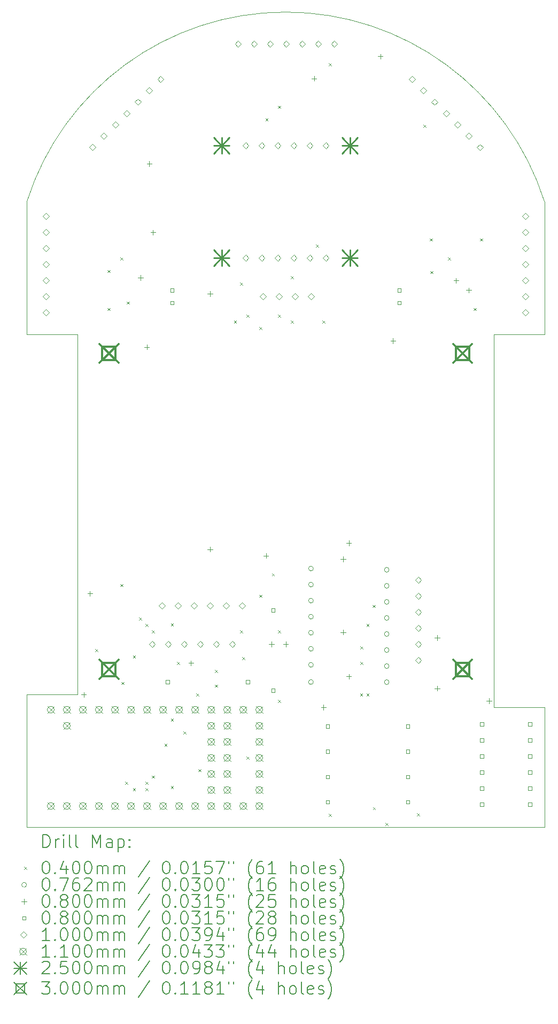
<source format=gbr>
%TF.GenerationSoftware,KiCad,Pcbnew,7.0.10*%
%TF.CreationDate,2024-02-15T01:50:33-05:00*%
%TF.ProjectId,A_Micromouse_Team_PCB_Rev1,415f4d69-6372-46f6-9d6f-7573655f5465,rev?*%
%TF.SameCoordinates,Original*%
%TF.FileFunction,Drillmap*%
%TF.FilePolarity,Positive*%
%FSLAX45Y45*%
G04 Gerber Fmt 4.5, Leading zero omitted, Abs format (unit mm)*
G04 Created by KiCad (PCBNEW 7.0.10) date 2024-02-15 01:50:33*
%MOMM*%
%LPD*%
G01*
G04 APERTURE LIST*
%ADD10C,0.100000*%
%ADD11C,0.200000*%
%ADD12C,0.110000*%
%ADD13C,0.250000*%
%ADD14C,0.300000*%
G04 APERTURE END LIST*
D10*
X18600000Y-7500000D02*
G75*
G03*
X10400000Y-7500000I-4100000J-1300000D01*
G01*
X10400000Y-9600000D02*
X10400000Y-7500000D01*
X11200000Y-9600000D02*
X10400000Y-9600000D01*
X11200000Y-15300000D02*
X11200000Y-9600000D01*
X10400000Y-15300000D02*
X11200000Y-15300000D01*
X10400000Y-17400000D02*
X10400000Y-15300000D01*
X18600000Y-17400000D02*
X10400000Y-17400000D01*
X18600000Y-17300000D02*
X18600000Y-17400000D01*
X18600000Y-9600000D02*
X18600000Y-7500000D01*
X17800000Y-9600000D02*
X18600000Y-9600000D01*
X17800000Y-15500000D02*
X17800000Y-9600000D01*
X18600000Y-15500000D02*
X17800000Y-15500000D01*
X18600000Y-17300000D02*
X18600000Y-15500000D01*
D11*
D10*
X11480000Y-14580000D02*
X11520000Y-14620000D01*
X11520000Y-14580000D02*
X11480000Y-14620000D01*
X11680000Y-8580000D02*
X11720000Y-8620000D01*
X11720000Y-8580000D02*
X11680000Y-8620000D01*
X11680000Y-9180000D02*
X11720000Y-9220000D01*
X11720000Y-9180000D02*
X11680000Y-9220000D01*
X11880000Y-8380000D02*
X11920000Y-8420000D01*
X11920000Y-8380000D02*
X11880000Y-8420000D01*
X11880000Y-13550000D02*
X11920000Y-13590000D01*
X11920000Y-13550000D02*
X11880000Y-13590000D01*
X11899203Y-15099203D02*
X11939203Y-15139203D01*
X11939203Y-15099203D02*
X11899203Y-15139203D01*
X11956500Y-16677735D02*
X11996500Y-16717735D01*
X11996500Y-16677735D02*
X11956500Y-16717735D01*
X11980000Y-9080000D02*
X12020000Y-9120000D01*
X12020000Y-9080000D02*
X11980000Y-9120000D01*
X12080000Y-14680000D02*
X12120000Y-14720000D01*
X12120000Y-14680000D02*
X12080000Y-14720000D01*
X12080000Y-16780000D02*
X12120000Y-16820000D01*
X12120000Y-16780000D02*
X12080000Y-16820000D01*
X12180000Y-14080000D02*
X12220000Y-14120000D01*
X12220000Y-14080000D02*
X12180000Y-14120000D01*
X12278735Y-16781265D02*
X12318735Y-16821265D01*
X12318735Y-16781265D02*
X12278735Y-16821265D01*
X12280000Y-14180000D02*
X12320000Y-14220000D01*
X12320000Y-14180000D02*
X12280000Y-14220000D01*
X12280000Y-16680000D02*
X12320000Y-16720000D01*
X12320000Y-16680000D02*
X12280000Y-16720000D01*
X12380000Y-14280000D02*
X12420000Y-14320000D01*
X12420000Y-14280000D02*
X12380000Y-14320000D01*
X12380000Y-16580000D02*
X12420000Y-16620000D01*
X12420000Y-16580000D02*
X12380000Y-16620000D01*
X12580000Y-16080000D02*
X12620000Y-16120000D01*
X12620000Y-16080000D02*
X12580000Y-16120000D01*
X12680000Y-14175000D02*
X12720000Y-14215000D01*
X12720000Y-14175000D02*
X12680000Y-14215000D01*
X12680000Y-15680000D02*
X12720000Y-15720000D01*
X12720000Y-15680000D02*
X12680000Y-15720000D01*
X12680000Y-16748000D02*
X12720000Y-16788000D01*
X12720000Y-16748000D02*
X12680000Y-16788000D01*
X12780000Y-14780000D02*
X12820000Y-14820000D01*
X12820000Y-14780000D02*
X12780000Y-14820000D01*
X12880000Y-15880000D02*
X12920000Y-15920000D01*
X12920000Y-15880000D02*
X12880000Y-15920000D01*
X13080000Y-15280000D02*
X13120000Y-15320000D01*
X13120000Y-15280000D02*
X13080000Y-15320000D01*
X13117500Y-16480000D02*
X13157500Y-16520000D01*
X13157500Y-16480000D02*
X13117500Y-16520000D01*
X13378735Y-14910000D02*
X13418735Y-14950000D01*
X13418735Y-14910000D02*
X13378735Y-14950000D01*
X13380000Y-15142500D02*
X13420000Y-15182500D01*
X13420000Y-15142500D02*
X13380000Y-15182500D01*
X13680000Y-9380000D02*
X13720000Y-9420000D01*
X13720000Y-9380000D02*
X13680000Y-9420000D01*
X13780000Y-8780000D02*
X13820000Y-8820000D01*
X13820000Y-8780000D02*
X13780000Y-8820000D01*
X13780000Y-14280000D02*
X13820000Y-14320000D01*
X13820000Y-14280000D02*
X13780000Y-14320000D01*
X13812864Y-14706800D02*
X13852864Y-14746800D01*
X13852864Y-14706800D02*
X13812864Y-14746800D01*
X13880000Y-9285000D02*
X13920000Y-9325000D01*
X13920000Y-9285000D02*
X13880000Y-9325000D01*
X13880000Y-16280000D02*
X13920000Y-16320000D01*
X13920000Y-16280000D02*
X13880000Y-16320000D01*
X14080000Y-9480000D02*
X14120000Y-9520000D01*
X14120000Y-9480000D02*
X14080000Y-9520000D01*
X14080000Y-13719500D02*
X14120000Y-13759500D01*
X14120000Y-13719500D02*
X14080000Y-13759500D01*
X14180000Y-6180000D02*
X14220000Y-6220000D01*
X14220000Y-6180000D02*
X14180000Y-6220000D01*
X14280000Y-13380000D02*
X14320000Y-13420000D01*
X14320000Y-13380000D02*
X14280000Y-13420000D01*
X14380000Y-5980000D02*
X14420000Y-6020000D01*
X14420000Y-5980000D02*
X14380000Y-6020000D01*
X14380000Y-9285000D02*
X14420000Y-9325000D01*
X14420000Y-9285000D02*
X14380000Y-9325000D01*
X14380000Y-14280000D02*
X14420000Y-14320000D01*
X14420000Y-14280000D02*
X14380000Y-14320000D01*
X14380000Y-15380000D02*
X14420000Y-15420000D01*
X14420000Y-15380000D02*
X14380000Y-15420000D01*
X14580000Y-8680000D02*
X14620000Y-8720000D01*
X14620000Y-8680000D02*
X14580000Y-8720000D01*
X14580000Y-9380000D02*
X14620000Y-9420000D01*
X14620000Y-9380000D02*
X14580000Y-9420000D01*
X14980000Y-8180000D02*
X15020000Y-8220000D01*
X15020000Y-8180000D02*
X14980000Y-8220000D01*
X15080000Y-9380000D02*
X15120000Y-9420000D01*
X15120000Y-9380000D02*
X15080000Y-9420000D01*
X15180000Y-5310000D02*
X15220000Y-5350000D01*
X15220000Y-5310000D02*
X15180000Y-5350000D01*
X15180000Y-17185000D02*
X15220000Y-17225000D01*
X15220000Y-17185000D02*
X15180000Y-17225000D01*
X15678735Y-15278735D02*
X15718735Y-15318735D01*
X15718735Y-15278735D02*
X15678735Y-15318735D01*
X15680000Y-14537800D02*
X15720000Y-14577800D01*
X15720000Y-14537800D02*
X15680000Y-14577800D01*
X15680000Y-14780000D02*
X15720000Y-14820000D01*
X15720000Y-14780000D02*
X15680000Y-14820000D01*
X15780000Y-14180000D02*
X15820000Y-14220000D01*
X15820000Y-14180000D02*
X15780000Y-14220000D01*
X15780000Y-15280000D02*
X15820000Y-15320000D01*
X15820000Y-15280000D02*
X15780000Y-15320000D01*
X15878800Y-13880000D02*
X15918800Y-13920000D01*
X15918800Y-13880000D02*
X15878800Y-13920000D01*
X15880000Y-17080000D02*
X15920000Y-17120000D01*
X15920000Y-17080000D02*
X15880000Y-17120000D01*
X16080000Y-17330000D02*
X16120000Y-17370000D01*
X16120000Y-17330000D02*
X16080000Y-17370000D01*
X16580000Y-17180000D02*
X16620000Y-17220000D01*
X16620000Y-17180000D02*
X16580000Y-17220000D01*
X16680000Y-6280000D02*
X16720000Y-6320000D01*
X16720000Y-6280000D02*
X16680000Y-6320000D01*
X16780000Y-8080000D02*
X16820000Y-8120000D01*
X16820000Y-8080000D02*
X16780000Y-8120000D01*
X16790000Y-8596000D02*
X16830000Y-8636000D01*
X16830000Y-8596000D02*
X16790000Y-8636000D01*
X17070395Y-8380000D02*
X17110395Y-8420000D01*
X17110395Y-8380000D02*
X17070395Y-8420000D01*
X17480000Y-9180000D02*
X17520000Y-9220000D01*
X17520000Y-9180000D02*
X17480000Y-9220000D01*
X17580000Y-8080000D02*
X17620000Y-8120000D01*
X17620000Y-8080000D02*
X17580000Y-8120000D01*
X14938100Y-13304000D02*
G75*
G03*
X14861900Y-13304000I-38100J0D01*
G01*
X14861900Y-13304000D02*
G75*
G03*
X14938100Y-13304000I38100J0D01*
G01*
X14938100Y-13558000D02*
G75*
G03*
X14861900Y-13558000I-38100J0D01*
G01*
X14861900Y-13558000D02*
G75*
G03*
X14938100Y-13558000I38100J0D01*
G01*
X14938100Y-13812000D02*
G75*
G03*
X14861900Y-13812000I-38100J0D01*
G01*
X14861900Y-13812000D02*
G75*
G03*
X14938100Y-13812000I38100J0D01*
G01*
X14938100Y-14066000D02*
G75*
G03*
X14861900Y-14066000I-38100J0D01*
G01*
X14861900Y-14066000D02*
G75*
G03*
X14938100Y-14066000I38100J0D01*
G01*
X14938100Y-14320000D02*
G75*
G03*
X14861900Y-14320000I-38100J0D01*
G01*
X14861900Y-14320000D02*
G75*
G03*
X14938100Y-14320000I38100J0D01*
G01*
X14938100Y-14574000D02*
G75*
G03*
X14861900Y-14574000I-38100J0D01*
G01*
X14861900Y-14574000D02*
G75*
G03*
X14938100Y-14574000I38100J0D01*
G01*
X14938100Y-14828000D02*
G75*
G03*
X14861900Y-14828000I-38100J0D01*
G01*
X14861900Y-14828000D02*
G75*
G03*
X14938100Y-14828000I38100J0D01*
G01*
X14938100Y-15100000D02*
G75*
G03*
X14861900Y-15100000I-38100J0D01*
G01*
X14861900Y-15100000D02*
G75*
G03*
X14938100Y-15100000I38100J0D01*
G01*
X16138100Y-13324000D02*
G75*
G03*
X16061900Y-13324000I-38100J0D01*
G01*
X16061900Y-13324000D02*
G75*
G03*
X16138100Y-13324000I38100J0D01*
G01*
X16138100Y-13578000D02*
G75*
G03*
X16061900Y-13578000I-38100J0D01*
G01*
X16061900Y-13578000D02*
G75*
G03*
X16138100Y-13578000I38100J0D01*
G01*
X16138100Y-13832000D02*
G75*
G03*
X16061900Y-13832000I-38100J0D01*
G01*
X16061900Y-13832000D02*
G75*
G03*
X16138100Y-13832000I38100J0D01*
G01*
X16138100Y-14086000D02*
G75*
G03*
X16061900Y-14086000I-38100J0D01*
G01*
X16061900Y-14086000D02*
G75*
G03*
X16138100Y-14086000I38100J0D01*
G01*
X16138100Y-14340000D02*
G75*
G03*
X16061900Y-14340000I-38100J0D01*
G01*
X16061900Y-14340000D02*
G75*
G03*
X16138100Y-14340000I38100J0D01*
G01*
X16138100Y-14594000D02*
G75*
G03*
X16061900Y-14594000I-38100J0D01*
G01*
X16061900Y-14594000D02*
G75*
G03*
X16138100Y-14594000I38100J0D01*
G01*
X16138100Y-14848000D02*
G75*
G03*
X16061900Y-14848000I-38100J0D01*
G01*
X16061900Y-14848000D02*
G75*
G03*
X16138100Y-14848000I38100J0D01*
G01*
X16138100Y-15102000D02*
G75*
G03*
X16061900Y-15102000I-38100J0D01*
G01*
X16061900Y-15102000D02*
G75*
G03*
X16138100Y-15102000I38100J0D01*
G01*
X11300000Y-15260000D02*
X11300000Y-15340000D01*
X11260000Y-15300000D02*
X11340000Y-15300000D01*
X11400000Y-13660000D02*
X11400000Y-13740000D01*
X11360000Y-13700000D02*
X11440000Y-13700000D01*
X12200000Y-8660000D02*
X12200000Y-8740000D01*
X12160000Y-8700000D02*
X12240000Y-8700000D01*
X12300000Y-9760000D02*
X12300000Y-9840000D01*
X12260000Y-9800000D02*
X12340000Y-9800000D01*
X12338815Y-6860000D02*
X12338815Y-6940000D01*
X12298815Y-6900000D02*
X12378815Y-6900000D01*
X12400000Y-7944000D02*
X12400000Y-8024000D01*
X12360000Y-7984000D02*
X12440000Y-7984000D01*
X13000000Y-14760000D02*
X13000000Y-14840000D01*
X12960000Y-14800000D02*
X13040000Y-14800000D01*
X13300000Y-8914000D02*
X13300000Y-8994000D01*
X13260000Y-8954000D02*
X13340000Y-8954000D01*
X13300000Y-12960000D02*
X13300000Y-13040000D01*
X13260000Y-13000000D02*
X13340000Y-13000000D01*
X14187500Y-13060000D02*
X14187500Y-13140000D01*
X14147500Y-13100000D02*
X14227500Y-13100000D01*
X14275000Y-14460000D02*
X14275000Y-14540000D01*
X14235000Y-14500000D02*
X14315000Y-14500000D01*
X14500000Y-14460000D02*
X14500000Y-14540000D01*
X14460000Y-14500000D02*
X14540000Y-14500000D01*
X14950000Y-5510000D02*
X14950000Y-5590000D01*
X14910000Y-5550000D02*
X14990000Y-5550000D01*
X15100000Y-15460000D02*
X15100000Y-15540000D01*
X15060000Y-15500000D02*
X15140000Y-15500000D01*
X15410000Y-13114000D02*
X15410000Y-13194000D01*
X15370000Y-13154000D02*
X15450000Y-13154000D01*
X15410000Y-14272500D02*
X15410000Y-14352500D01*
X15370000Y-14312500D02*
X15450000Y-14312500D01*
X15500000Y-12860000D02*
X15500000Y-12940000D01*
X15460000Y-12900000D02*
X15540000Y-12900000D01*
X15500000Y-14972500D02*
X15500000Y-15052500D01*
X15460000Y-15012500D02*
X15540000Y-15012500D01*
X16000000Y-5160000D02*
X16000000Y-5240000D01*
X15960000Y-5200000D02*
X16040000Y-5200000D01*
X16200000Y-9660000D02*
X16200000Y-9740000D01*
X16160000Y-9700000D02*
X16240000Y-9700000D01*
X16900000Y-14360000D02*
X16900000Y-14440000D01*
X16860000Y-14400000D02*
X16940000Y-14400000D01*
X16900000Y-15160000D02*
X16900000Y-15240000D01*
X16860000Y-15200000D02*
X16940000Y-15200000D01*
X17200000Y-8706000D02*
X17200000Y-8786000D01*
X17160000Y-8746000D02*
X17240000Y-8746000D01*
X17400000Y-8860000D02*
X17400000Y-8940000D01*
X17360000Y-8900000D02*
X17440000Y-8900000D01*
X17722500Y-15360000D02*
X17722500Y-15440000D01*
X17682500Y-15400000D02*
X17762500Y-15400000D01*
X12658284Y-15128284D02*
X12658284Y-15071715D01*
X12601715Y-15071715D01*
X12601715Y-15128284D01*
X12658284Y-15128284D01*
X12728284Y-8928285D02*
X12728284Y-8871716D01*
X12671715Y-8871716D01*
X12671715Y-8928285D01*
X12728284Y-8928285D01*
X12728284Y-9128285D02*
X12728284Y-9071716D01*
X12671715Y-9071716D01*
X12671715Y-9128285D01*
X12728284Y-9128285D01*
X13928284Y-15128284D02*
X13928284Y-15071715D01*
X13871715Y-15071715D01*
X13871715Y-15128284D01*
X13928284Y-15128284D01*
X14328284Y-13993284D02*
X14328284Y-13936715D01*
X14271715Y-13936715D01*
X14271715Y-13993284D01*
X14328284Y-13993284D01*
X14328284Y-15263284D02*
X14328284Y-15206715D01*
X14271715Y-15206715D01*
X14271715Y-15263284D01*
X14328284Y-15263284D01*
X15193284Y-15828284D02*
X15193284Y-15771715D01*
X15136715Y-15771715D01*
X15136715Y-15828284D01*
X15193284Y-15828284D01*
X15193284Y-16228284D02*
X15193284Y-16171715D01*
X15136715Y-16171715D01*
X15136715Y-16228284D01*
X15193284Y-16228284D01*
X15193284Y-16628284D02*
X15193284Y-16571715D01*
X15136715Y-16571715D01*
X15136715Y-16628284D01*
X15193284Y-16628284D01*
X15193284Y-17028285D02*
X15193284Y-16971716D01*
X15136715Y-16971716D01*
X15136715Y-17028285D01*
X15193284Y-17028285D01*
X16328284Y-8928285D02*
X16328284Y-8871716D01*
X16271715Y-8871716D01*
X16271715Y-8928285D01*
X16328284Y-8928285D01*
X16328284Y-9128285D02*
X16328284Y-9071716D01*
X16271715Y-9071716D01*
X16271715Y-9128285D01*
X16328284Y-9128285D01*
X16463284Y-15828284D02*
X16463284Y-15771715D01*
X16406715Y-15771715D01*
X16406715Y-15828284D01*
X16463284Y-15828284D01*
X16463284Y-16228284D02*
X16463284Y-16171715D01*
X16406715Y-16171715D01*
X16406715Y-16228284D01*
X16463284Y-16228284D01*
X16463284Y-16628284D02*
X16463284Y-16571715D01*
X16406715Y-16571715D01*
X16406715Y-16628284D01*
X16463284Y-16628284D01*
X16463284Y-17028285D02*
X16463284Y-16971716D01*
X16406715Y-16971716D01*
X16406715Y-17028285D01*
X16463284Y-17028285D01*
X17638285Y-15793284D02*
X17638285Y-15736715D01*
X17581716Y-15736715D01*
X17581716Y-15793284D01*
X17638285Y-15793284D01*
X17638285Y-16047284D02*
X17638285Y-15990715D01*
X17581716Y-15990715D01*
X17581716Y-16047284D01*
X17638285Y-16047284D01*
X17638285Y-16301284D02*
X17638285Y-16244715D01*
X17581716Y-16244715D01*
X17581716Y-16301284D01*
X17638285Y-16301284D01*
X17638285Y-16555284D02*
X17638285Y-16498715D01*
X17581716Y-16498715D01*
X17581716Y-16555284D01*
X17638285Y-16555284D01*
X17638285Y-16809285D02*
X17638285Y-16752715D01*
X17581716Y-16752715D01*
X17581716Y-16809285D01*
X17638285Y-16809285D01*
X17638285Y-17063285D02*
X17638285Y-17006716D01*
X17581716Y-17006716D01*
X17581716Y-17063285D01*
X17638285Y-17063285D01*
X18400285Y-15793284D02*
X18400285Y-15736715D01*
X18343716Y-15736715D01*
X18343716Y-15793284D01*
X18400285Y-15793284D01*
X18400285Y-16047284D02*
X18400285Y-15990715D01*
X18343716Y-15990715D01*
X18343716Y-16047284D01*
X18400285Y-16047284D01*
X18400285Y-16301284D02*
X18400285Y-16244715D01*
X18343716Y-16244715D01*
X18343716Y-16301284D01*
X18400285Y-16301284D01*
X18400285Y-16555284D02*
X18400285Y-16498715D01*
X18343716Y-16498715D01*
X18343716Y-16555284D01*
X18400285Y-16555284D01*
X18400285Y-16809285D02*
X18400285Y-16752715D01*
X18343716Y-16752715D01*
X18343716Y-16809285D01*
X18400285Y-16809285D01*
X18400285Y-17063285D02*
X18400285Y-17006716D01*
X18343716Y-17006716D01*
X18343716Y-17063285D01*
X18400285Y-17063285D01*
X10700000Y-7780000D02*
X10750000Y-7730000D01*
X10700000Y-7680000D01*
X10650000Y-7730000D01*
X10700000Y-7780000D01*
X10700000Y-8034000D02*
X10750000Y-7984000D01*
X10700000Y-7934000D01*
X10650000Y-7984000D01*
X10700000Y-8034000D01*
X10700000Y-8288000D02*
X10750000Y-8238000D01*
X10700000Y-8188000D01*
X10650000Y-8238000D01*
X10700000Y-8288000D01*
X10700000Y-8542000D02*
X10750000Y-8492000D01*
X10700000Y-8442000D01*
X10650000Y-8492000D01*
X10700000Y-8542000D01*
X10700000Y-8796000D02*
X10750000Y-8746000D01*
X10700000Y-8696000D01*
X10650000Y-8746000D01*
X10700000Y-8796000D01*
X10700000Y-9050000D02*
X10750000Y-9000000D01*
X10700000Y-8950000D01*
X10650000Y-9000000D01*
X10700000Y-9050000D01*
X10700000Y-9304000D02*
X10750000Y-9254000D01*
X10700000Y-9204000D01*
X10650000Y-9254000D01*
X10700000Y-9304000D01*
X11440790Y-6688462D02*
X11490790Y-6638462D01*
X11440790Y-6588462D01*
X11390790Y-6638462D01*
X11440790Y-6688462D01*
X11620395Y-6508857D02*
X11670395Y-6458857D01*
X11620395Y-6408857D01*
X11570395Y-6458857D01*
X11620395Y-6508857D01*
X11800000Y-6329252D02*
X11850000Y-6279252D01*
X11800000Y-6229252D01*
X11750000Y-6279252D01*
X11800000Y-6329252D01*
X11979605Y-6149646D02*
X12029605Y-6099646D01*
X11979605Y-6049646D01*
X11929605Y-6099646D01*
X11979605Y-6149646D01*
X12159210Y-5970041D02*
X12209210Y-5920041D01*
X12159210Y-5870041D01*
X12109210Y-5920041D01*
X12159210Y-5970041D01*
X12338815Y-5790436D02*
X12388815Y-5740436D01*
X12338815Y-5690436D01*
X12288815Y-5740436D01*
X12338815Y-5790436D01*
X12384000Y-14550000D02*
X12434000Y-14500000D01*
X12384000Y-14450000D01*
X12334000Y-14500000D01*
X12384000Y-14550000D01*
X12518420Y-5610831D02*
X12568420Y-5560831D01*
X12518420Y-5510831D01*
X12468420Y-5560831D01*
X12518420Y-5610831D01*
X12538000Y-13945000D02*
X12588000Y-13895000D01*
X12538000Y-13845000D01*
X12488000Y-13895000D01*
X12538000Y-13945000D01*
X12638000Y-14550000D02*
X12688000Y-14500000D01*
X12638000Y-14450000D01*
X12588000Y-14500000D01*
X12638000Y-14550000D01*
X12792000Y-13945000D02*
X12842000Y-13895000D01*
X12792000Y-13845000D01*
X12742000Y-13895000D01*
X12792000Y-13945000D01*
X12892000Y-14550000D02*
X12942000Y-14500000D01*
X12892000Y-14450000D01*
X12842000Y-14500000D01*
X12892000Y-14550000D01*
X13046000Y-13945000D02*
X13096000Y-13895000D01*
X13046000Y-13845000D01*
X12996000Y-13895000D01*
X13046000Y-13945000D01*
X13146000Y-14550000D02*
X13196000Y-14500000D01*
X13146000Y-14450000D01*
X13096000Y-14500000D01*
X13146000Y-14550000D01*
X13300000Y-13945000D02*
X13350000Y-13895000D01*
X13300000Y-13845000D01*
X13250000Y-13895000D01*
X13300000Y-13945000D01*
X13400000Y-14550000D02*
X13450000Y-14500000D01*
X13400000Y-14450000D01*
X13350000Y-14500000D01*
X13400000Y-14550000D01*
X13554000Y-13945000D02*
X13604000Y-13895000D01*
X13554000Y-13845000D01*
X13504000Y-13895000D01*
X13554000Y-13945000D01*
X13654000Y-14550000D02*
X13704000Y-14500000D01*
X13654000Y-14450000D01*
X13604000Y-14500000D01*
X13654000Y-14550000D01*
X13746000Y-5050000D02*
X13796000Y-5000000D01*
X13746000Y-4950000D01*
X13696000Y-5000000D01*
X13746000Y-5050000D01*
X13808000Y-13945000D02*
X13858000Y-13895000D01*
X13808000Y-13845000D01*
X13758000Y-13895000D01*
X13808000Y-13945000D01*
X13865000Y-6661000D02*
X13915000Y-6611000D01*
X13865000Y-6561000D01*
X13815000Y-6611000D01*
X13865000Y-6661000D01*
X13865000Y-8439000D02*
X13915000Y-8389000D01*
X13865000Y-8339000D01*
X13815000Y-8389000D01*
X13865000Y-8439000D01*
X14000000Y-5050000D02*
X14050000Y-5000000D01*
X14000000Y-4950000D01*
X13950000Y-5000000D01*
X14000000Y-5050000D01*
X14119000Y-6661000D02*
X14169000Y-6611000D01*
X14119000Y-6561000D01*
X14069000Y-6611000D01*
X14119000Y-6661000D01*
X14119000Y-8439000D02*
X14169000Y-8389000D01*
X14119000Y-8339000D01*
X14069000Y-8389000D01*
X14119000Y-8439000D01*
X14138000Y-9050000D02*
X14188000Y-9000000D01*
X14138000Y-8950000D01*
X14088000Y-9000000D01*
X14138000Y-9050000D01*
X14254000Y-5050000D02*
X14304000Y-5000000D01*
X14254000Y-4950000D01*
X14204000Y-5000000D01*
X14254000Y-5050000D01*
X14373000Y-6661000D02*
X14423000Y-6611000D01*
X14373000Y-6561000D01*
X14323000Y-6611000D01*
X14373000Y-6661000D01*
X14373000Y-8439000D02*
X14423000Y-8389000D01*
X14373000Y-8339000D01*
X14323000Y-8389000D01*
X14373000Y-8439000D01*
X14392000Y-9050000D02*
X14442000Y-9000000D01*
X14392000Y-8950000D01*
X14342000Y-9000000D01*
X14392000Y-9050000D01*
X14508000Y-5050000D02*
X14558000Y-5000000D01*
X14508000Y-4950000D01*
X14458000Y-5000000D01*
X14508000Y-5050000D01*
X14627000Y-6661000D02*
X14677000Y-6611000D01*
X14627000Y-6561000D01*
X14577000Y-6611000D01*
X14627000Y-6661000D01*
X14627000Y-8439000D02*
X14677000Y-8389000D01*
X14627000Y-8339000D01*
X14577000Y-8389000D01*
X14627000Y-8439000D01*
X14646000Y-9050000D02*
X14696000Y-9000000D01*
X14646000Y-8950000D01*
X14596000Y-9000000D01*
X14646000Y-9050000D01*
X14762000Y-5050000D02*
X14812000Y-5000000D01*
X14762000Y-4950000D01*
X14712000Y-5000000D01*
X14762000Y-5050000D01*
X14881000Y-6661000D02*
X14931000Y-6611000D01*
X14881000Y-6561000D01*
X14831000Y-6611000D01*
X14881000Y-6661000D01*
X14881000Y-8439000D02*
X14931000Y-8389000D01*
X14881000Y-8339000D01*
X14831000Y-8389000D01*
X14881000Y-8439000D01*
X14900000Y-9050000D02*
X14950000Y-9000000D01*
X14900000Y-8950000D01*
X14850000Y-9000000D01*
X14900000Y-9050000D01*
X15016000Y-5050000D02*
X15066000Y-5000000D01*
X15016000Y-4950000D01*
X14966000Y-5000000D01*
X15016000Y-5050000D01*
X15135000Y-6661000D02*
X15185000Y-6611000D01*
X15135000Y-6561000D01*
X15085000Y-6611000D01*
X15135000Y-6661000D01*
X15135000Y-8439000D02*
X15185000Y-8389000D01*
X15135000Y-8339000D01*
X15085000Y-8389000D01*
X15135000Y-8439000D01*
X15270000Y-5050000D02*
X15320000Y-5000000D01*
X15270000Y-4950000D01*
X15220000Y-5000000D01*
X15270000Y-5050000D01*
X16501974Y-5611538D02*
X16551974Y-5561538D01*
X16501974Y-5511538D01*
X16451974Y-5561538D01*
X16501974Y-5611538D01*
X16600000Y-13534000D02*
X16650000Y-13484000D01*
X16600000Y-13434000D01*
X16550000Y-13484000D01*
X16600000Y-13534000D01*
X16600000Y-13788000D02*
X16650000Y-13738000D01*
X16600000Y-13688000D01*
X16550000Y-13738000D01*
X16600000Y-13788000D01*
X16600000Y-14042000D02*
X16650000Y-13992000D01*
X16600000Y-13942000D01*
X16550000Y-13992000D01*
X16600000Y-14042000D01*
X16600000Y-14296000D02*
X16650000Y-14246000D01*
X16600000Y-14196000D01*
X16550000Y-14246000D01*
X16600000Y-14296000D01*
X16600000Y-14550000D02*
X16650000Y-14500000D01*
X16600000Y-14450000D01*
X16550000Y-14500000D01*
X16600000Y-14550000D01*
X16600000Y-14804000D02*
X16650000Y-14754000D01*
X16600000Y-14704000D01*
X16550000Y-14754000D01*
X16600000Y-14804000D01*
X16681579Y-5791143D02*
X16731579Y-5741143D01*
X16681579Y-5691143D01*
X16631579Y-5741143D01*
X16681579Y-5791143D01*
X16861185Y-5970748D02*
X16911185Y-5920748D01*
X16861185Y-5870748D01*
X16811185Y-5920748D01*
X16861185Y-5970748D01*
X17040790Y-6150354D02*
X17090790Y-6100354D01*
X17040790Y-6050354D01*
X16990790Y-6100354D01*
X17040790Y-6150354D01*
X17220395Y-6329959D02*
X17270395Y-6279959D01*
X17220395Y-6229959D01*
X17170395Y-6279959D01*
X17220395Y-6329959D01*
X17400000Y-6509564D02*
X17450000Y-6459564D01*
X17400000Y-6409564D01*
X17350000Y-6459564D01*
X17400000Y-6509564D01*
X17579605Y-6689169D02*
X17629605Y-6639169D01*
X17579605Y-6589169D01*
X17529605Y-6639169D01*
X17579605Y-6689169D01*
X18300000Y-7780000D02*
X18350000Y-7730000D01*
X18300000Y-7680000D01*
X18250000Y-7730000D01*
X18300000Y-7780000D01*
X18300000Y-8034000D02*
X18350000Y-7984000D01*
X18300000Y-7934000D01*
X18250000Y-7984000D01*
X18300000Y-8034000D01*
X18300000Y-8288000D02*
X18350000Y-8238000D01*
X18300000Y-8188000D01*
X18250000Y-8238000D01*
X18300000Y-8288000D01*
X18300000Y-8542000D02*
X18350000Y-8492000D01*
X18300000Y-8442000D01*
X18250000Y-8492000D01*
X18300000Y-8542000D01*
X18300000Y-8796000D02*
X18350000Y-8746000D01*
X18300000Y-8696000D01*
X18250000Y-8746000D01*
X18300000Y-8796000D01*
X18300000Y-9050000D02*
X18350000Y-9000000D01*
X18300000Y-8950000D01*
X18250000Y-9000000D01*
X18300000Y-9050000D01*
X18300000Y-9304000D02*
X18350000Y-9254000D01*
X18300000Y-9204000D01*
X18250000Y-9254000D01*
X18300000Y-9304000D01*
D12*
X10724000Y-15483000D02*
X10834000Y-15593000D01*
X10834000Y-15483000D02*
X10724000Y-15593000D01*
X10834000Y-15538000D02*
G75*
G03*
X10724000Y-15538000I-55000J0D01*
G01*
X10724000Y-15538000D02*
G75*
G03*
X10834000Y-15538000I55000J0D01*
G01*
X10724000Y-17007000D02*
X10834000Y-17117000D01*
X10834000Y-17007000D02*
X10724000Y-17117000D01*
X10834000Y-17062000D02*
G75*
G03*
X10724000Y-17062000I-55000J0D01*
G01*
X10724000Y-17062000D02*
G75*
G03*
X10834000Y-17062000I55000J0D01*
G01*
X10978000Y-15483000D02*
X11088000Y-15593000D01*
X11088000Y-15483000D02*
X10978000Y-15593000D01*
X11088000Y-15538000D02*
G75*
G03*
X10978000Y-15538000I-55000J0D01*
G01*
X10978000Y-15538000D02*
G75*
G03*
X11088000Y-15538000I55000J0D01*
G01*
X10978000Y-15737000D02*
X11088000Y-15847000D01*
X11088000Y-15737000D02*
X10978000Y-15847000D01*
X11088000Y-15792000D02*
G75*
G03*
X10978000Y-15792000I-55000J0D01*
G01*
X10978000Y-15792000D02*
G75*
G03*
X11088000Y-15792000I55000J0D01*
G01*
X10978000Y-17007000D02*
X11088000Y-17117000D01*
X11088000Y-17007000D02*
X10978000Y-17117000D01*
X11088000Y-17062000D02*
G75*
G03*
X10978000Y-17062000I-55000J0D01*
G01*
X10978000Y-17062000D02*
G75*
G03*
X11088000Y-17062000I55000J0D01*
G01*
X11232000Y-15483000D02*
X11342000Y-15593000D01*
X11342000Y-15483000D02*
X11232000Y-15593000D01*
X11342000Y-15538000D02*
G75*
G03*
X11232000Y-15538000I-55000J0D01*
G01*
X11232000Y-15538000D02*
G75*
G03*
X11342000Y-15538000I55000J0D01*
G01*
X11232000Y-17007000D02*
X11342000Y-17117000D01*
X11342000Y-17007000D02*
X11232000Y-17117000D01*
X11342000Y-17062000D02*
G75*
G03*
X11232000Y-17062000I-55000J0D01*
G01*
X11232000Y-17062000D02*
G75*
G03*
X11342000Y-17062000I55000J0D01*
G01*
X11486000Y-15483000D02*
X11596000Y-15593000D01*
X11596000Y-15483000D02*
X11486000Y-15593000D01*
X11596000Y-15538000D02*
G75*
G03*
X11486000Y-15538000I-55000J0D01*
G01*
X11486000Y-15538000D02*
G75*
G03*
X11596000Y-15538000I55000J0D01*
G01*
X11486000Y-17007000D02*
X11596000Y-17117000D01*
X11596000Y-17007000D02*
X11486000Y-17117000D01*
X11596000Y-17062000D02*
G75*
G03*
X11486000Y-17062000I-55000J0D01*
G01*
X11486000Y-17062000D02*
G75*
G03*
X11596000Y-17062000I55000J0D01*
G01*
X11740000Y-15483000D02*
X11850000Y-15593000D01*
X11850000Y-15483000D02*
X11740000Y-15593000D01*
X11850000Y-15538000D02*
G75*
G03*
X11740000Y-15538000I-55000J0D01*
G01*
X11740000Y-15538000D02*
G75*
G03*
X11850000Y-15538000I55000J0D01*
G01*
X11740000Y-17007000D02*
X11850000Y-17117000D01*
X11850000Y-17007000D02*
X11740000Y-17117000D01*
X11850000Y-17062000D02*
G75*
G03*
X11740000Y-17062000I-55000J0D01*
G01*
X11740000Y-17062000D02*
G75*
G03*
X11850000Y-17062000I55000J0D01*
G01*
X11994000Y-15483000D02*
X12104000Y-15593000D01*
X12104000Y-15483000D02*
X11994000Y-15593000D01*
X12104000Y-15538000D02*
G75*
G03*
X11994000Y-15538000I-55000J0D01*
G01*
X11994000Y-15538000D02*
G75*
G03*
X12104000Y-15538000I55000J0D01*
G01*
X11994000Y-17007000D02*
X12104000Y-17117000D01*
X12104000Y-17007000D02*
X11994000Y-17117000D01*
X12104000Y-17062000D02*
G75*
G03*
X11994000Y-17062000I-55000J0D01*
G01*
X11994000Y-17062000D02*
G75*
G03*
X12104000Y-17062000I55000J0D01*
G01*
X12248000Y-15483000D02*
X12358000Y-15593000D01*
X12358000Y-15483000D02*
X12248000Y-15593000D01*
X12358000Y-15538000D02*
G75*
G03*
X12248000Y-15538000I-55000J0D01*
G01*
X12248000Y-15538000D02*
G75*
G03*
X12358000Y-15538000I55000J0D01*
G01*
X12248000Y-17007000D02*
X12358000Y-17117000D01*
X12358000Y-17007000D02*
X12248000Y-17117000D01*
X12358000Y-17062000D02*
G75*
G03*
X12248000Y-17062000I-55000J0D01*
G01*
X12248000Y-17062000D02*
G75*
G03*
X12358000Y-17062000I55000J0D01*
G01*
X12502000Y-15483000D02*
X12612000Y-15593000D01*
X12612000Y-15483000D02*
X12502000Y-15593000D01*
X12612000Y-15538000D02*
G75*
G03*
X12502000Y-15538000I-55000J0D01*
G01*
X12502000Y-15538000D02*
G75*
G03*
X12612000Y-15538000I55000J0D01*
G01*
X12502000Y-17007000D02*
X12612000Y-17117000D01*
X12612000Y-17007000D02*
X12502000Y-17117000D01*
X12612000Y-17062000D02*
G75*
G03*
X12502000Y-17062000I-55000J0D01*
G01*
X12502000Y-17062000D02*
G75*
G03*
X12612000Y-17062000I55000J0D01*
G01*
X12756000Y-15483000D02*
X12866000Y-15593000D01*
X12866000Y-15483000D02*
X12756000Y-15593000D01*
X12866000Y-15538000D02*
G75*
G03*
X12756000Y-15538000I-55000J0D01*
G01*
X12756000Y-15538000D02*
G75*
G03*
X12866000Y-15538000I55000J0D01*
G01*
X12756000Y-17007000D02*
X12866000Y-17117000D01*
X12866000Y-17007000D02*
X12756000Y-17117000D01*
X12866000Y-17062000D02*
G75*
G03*
X12756000Y-17062000I-55000J0D01*
G01*
X12756000Y-17062000D02*
G75*
G03*
X12866000Y-17062000I55000J0D01*
G01*
X13010000Y-15483000D02*
X13120000Y-15593000D01*
X13120000Y-15483000D02*
X13010000Y-15593000D01*
X13120000Y-15538000D02*
G75*
G03*
X13010000Y-15538000I-55000J0D01*
G01*
X13010000Y-15538000D02*
G75*
G03*
X13120000Y-15538000I55000J0D01*
G01*
X13010000Y-17007000D02*
X13120000Y-17117000D01*
X13120000Y-17007000D02*
X13010000Y-17117000D01*
X13120000Y-17062000D02*
G75*
G03*
X13010000Y-17062000I-55000J0D01*
G01*
X13010000Y-17062000D02*
G75*
G03*
X13120000Y-17062000I55000J0D01*
G01*
X13264000Y-15483000D02*
X13374000Y-15593000D01*
X13374000Y-15483000D02*
X13264000Y-15593000D01*
X13374000Y-15538000D02*
G75*
G03*
X13264000Y-15538000I-55000J0D01*
G01*
X13264000Y-15538000D02*
G75*
G03*
X13374000Y-15538000I55000J0D01*
G01*
X13264000Y-15737000D02*
X13374000Y-15847000D01*
X13374000Y-15737000D02*
X13264000Y-15847000D01*
X13374000Y-15792000D02*
G75*
G03*
X13264000Y-15792000I-55000J0D01*
G01*
X13264000Y-15792000D02*
G75*
G03*
X13374000Y-15792000I55000J0D01*
G01*
X13264000Y-15991000D02*
X13374000Y-16101000D01*
X13374000Y-15991000D02*
X13264000Y-16101000D01*
X13374000Y-16046000D02*
G75*
G03*
X13264000Y-16046000I-55000J0D01*
G01*
X13264000Y-16046000D02*
G75*
G03*
X13374000Y-16046000I55000J0D01*
G01*
X13264000Y-16245000D02*
X13374000Y-16355000D01*
X13374000Y-16245000D02*
X13264000Y-16355000D01*
X13374000Y-16300000D02*
G75*
G03*
X13264000Y-16300000I-55000J0D01*
G01*
X13264000Y-16300000D02*
G75*
G03*
X13374000Y-16300000I55000J0D01*
G01*
X13264000Y-16499000D02*
X13374000Y-16609000D01*
X13374000Y-16499000D02*
X13264000Y-16609000D01*
X13374000Y-16554000D02*
G75*
G03*
X13264000Y-16554000I-55000J0D01*
G01*
X13264000Y-16554000D02*
G75*
G03*
X13374000Y-16554000I55000J0D01*
G01*
X13264000Y-16753000D02*
X13374000Y-16863000D01*
X13374000Y-16753000D02*
X13264000Y-16863000D01*
X13374000Y-16808000D02*
G75*
G03*
X13264000Y-16808000I-55000J0D01*
G01*
X13264000Y-16808000D02*
G75*
G03*
X13374000Y-16808000I55000J0D01*
G01*
X13264000Y-17007000D02*
X13374000Y-17117000D01*
X13374000Y-17007000D02*
X13264000Y-17117000D01*
X13374000Y-17062000D02*
G75*
G03*
X13264000Y-17062000I-55000J0D01*
G01*
X13264000Y-17062000D02*
G75*
G03*
X13374000Y-17062000I55000J0D01*
G01*
X13518000Y-15483000D02*
X13628000Y-15593000D01*
X13628000Y-15483000D02*
X13518000Y-15593000D01*
X13628000Y-15538000D02*
G75*
G03*
X13518000Y-15538000I-55000J0D01*
G01*
X13518000Y-15538000D02*
G75*
G03*
X13628000Y-15538000I55000J0D01*
G01*
X13518000Y-15737000D02*
X13628000Y-15847000D01*
X13628000Y-15737000D02*
X13518000Y-15847000D01*
X13628000Y-15792000D02*
G75*
G03*
X13518000Y-15792000I-55000J0D01*
G01*
X13518000Y-15792000D02*
G75*
G03*
X13628000Y-15792000I55000J0D01*
G01*
X13518000Y-15991000D02*
X13628000Y-16101000D01*
X13628000Y-15991000D02*
X13518000Y-16101000D01*
X13628000Y-16046000D02*
G75*
G03*
X13518000Y-16046000I-55000J0D01*
G01*
X13518000Y-16046000D02*
G75*
G03*
X13628000Y-16046000I55000J0D01*
G01*
X13518000Y-16245000D02*
X13628000Y-16355000D01*
X13628000Y-16245000D02*
X13518000Y-16355000D01*
X13628000Y-16300000D02*
G75*
G03*
X13518000Y-16300000I-55000J0D01*
G01*
X13518000Y-16300000D02*
G75*
G03*
X13628000Y-16300000I55000J0D01*
G01*
X13518000Y-16499000D02*
X13628000Y-16609000D01*
X13628000Y-16499000D02*
X13518000Y-16609000D01*
X13628000Y-16554000D02*
G75*
G03*
X13518000Y-16554000I-55000J0D01*
G01*
X13518000Y-16554000D02*
G75*
G03*
X13628000Y-16554000I55000J0D01*
G01*
X13518000Y-16753000D02*
X13628000Y-16863000D01*
X13628000Y-16753000D02*
X13518000Y-16863000D01*
X13628000Y-16808000D02*
G75*
G03*
X13518000Y-16808000I-55000J0D01*
G01*
X13518000Y-16808000D02*
G75*
G03*
X13628000Y-16808000I55000J0D01*
G01*
X13518000Y-17007000D02*
X13628000Y-17117000D01*
X13628000Y-17007000D02*
X13518000Y-17117000D01*
X13628000Y-17062000D02*
G75*
G03*
X13518000Y-17062000I-55000J0D01*
G01*
X13518000Y-17062000D02*
G75*
G03*
X13628000Y-17062000I55000J0D01*
G01*
X13772000Y-15483000D02*
X13882000Y-15593000D01*
X13882000Y-15483000D02*
X13772000Y-15593000D01*
X13882000Y-15538000D02*
G75*
G03*
X13772000Y-15538000I-55000J0D01*
G01*
X13772000Y-15538000D02*
G75*
G03*
X13882000Y-15538000I55000J0D01*
G01*
X13772000Y-17007000D02*
X13882000Y-17117000D01*
X13882000Y-17007000D02*
X13772000Y-17117000D01*
X13882000Y-17062000D02*
G75*
G03*
X13772000Y-17062000I-55000J0D01*
G01*
X13772000Y-17062000D02*
G75*
G03*
X13882000Y-17062000I55000J0D01*
G01*
X14026000Y-15483000D02*
X14136000Y-15593000D01*
X14136000Y-15483000D02*
X14026000Y-15593000D01*
X14136000Y-15538000D02*
G75*
G03*
X14026000Y-15538000I-55000J0D01*
G01*
X14026000Y-15538000D02*
G75*
G03*
X14136000Y-15538000I55000J0D01*
G01*
X14026000Y-15737000D02*
X14136000Y-15847000D01*
X14136000Y-15737000D02*
X14026000Y-15847000D01*
X14136000Y-15792000D02*
G75*
G03*
X14026000Y-15792000I-55000J0D01*
G01*
X14026000Y-15792000D02*
G75*
G03*
X14136000Y-15792000I55000J0D01*
G01*
X14026000Y-15991000D02*
X14136000Y-16101000D01*
X14136000Y-15991000D02*
X14026000Y-16101000D01*
X14136000Y-16046000D02*
G75*
G03*
X14026000Y-16046000I-55000J0D01*
G01*
X14026000Y-16046000D02*
G75*
G03*
X14136000Y-16046000I55000J0D01*
G01*
X14026000Y-16245000D02*
X14136000Y-16355000D01*
X14136000Y-16245000D02*
X14026000Y-16355000D01*
X14136000Y-16300000D02*
G75*
G03*
X14026000Y-16300000I-55000J0D01*
G01*
X14026000Y-16300000D02*
G75*
G03*
X14136000Y-16300000I55000J0D01*
G01*
X14026000Y-16499000D02*
X14136000Y-16609000D01*
X14136000Y-16499000D02*
X14026000Y-16609000D01*
X14136000Y-16554000D02*
G75*
G03*
X14026000Y-16554000I-55000J0D01*
G01*
X14026000Y-16554000D02*
G75*
G03*
X14136000Y-16554000I55000J0D01*
G01*
X14026000Y-16753000D02*
X14136000Y-16863000D01*
X14136000Y-16753000D02*
X14026000Y-16863000D01*
X14136000Y-16808000D02*
G75*
G03*
X14026000Y-16808000I-55000J0D01*
G01*
X14026000Y-16808000D02*
G75*
G03*
X14136000Y-16808000I55000J0D01*
G01*
X14026000Y-17007000D02*
X14136000Y-17117000D01*
X14136000Y-17007000D02*
X14026000Y-17117000D01*
X14136000Y-17062000D02*
G75*
G03*
X14026000Y-17062000I-55000J0D01*
G01*
X14026000Y-17062000D02*
G75*
G03*
X14136000Y-17062000I55000J0D01*
G01*
D13*
X13359000Y-6486000D02*
X13609000Y-6736000D01*
X13609000Y-6486000D02*
X13359000Y-6736000D01*
X13484000Y-6486000D02*
X13484000Y-6736000D01*
X13359000Y-6611000D02*
X13609000Y-6611000D01*
X13359000Y-8264000D02*
X13609000Y-8514000D01*
X13609000Y-8264000D02*
X13359000Y-8514000D01*
X13484000Y-8264000D02*
X13484000Y-8514000D01*
X13359000Y-8389000D02*
X13609000Y-8389000D01*
X15391000Y-6486000D02*
X15641000Y-6736000D01*
X15641000Y-6486000D02*
X15391000Y-6736000D01*
X15516000Y-6486000D02*
X15516000Y-6736000D01*
X15391000Y-6611000D02*
X15641000Y-6611000D01*
X15391000Y-8264000D02*
X15641000Y-8514000D01*
X15641000Y-8264000D02*
X15391000Y-8514000D01*
X15516000Y-8264000D02*
X15516000Y-8514000D01*
X15391000Y-8389000D02*
X15641000Y-8389000D01*
D14*
X11550000Y-9750000D02*
X11850000Y-10050000D01*
X11850000Y-9750000D02*
X11550000Y-10050000D01*
X11806067Y-10006067D02*
X11806067Y-9793933D01*
X11593933Y-9793933D01*
X11593933Y-10006067D01*
X11806067Y-10006067D01*
X11550000Y-14750000D02*
X11850000Y-15050000D01*
X11850000Y-14750000D02*
X11550000Y-15050000D01*
X11806067Y-15006067D02*
X11806067Y-14793933D01*
X11593933Y-14793933D01*
X11593933Y-15006067D01*
X11806067Y-15006067D01*
X17150000Y-9750000D02*
X17450000Y-10050000D01*
X17450000Y-9750000D02*
X17150000Y-10050000D01*
X17406067Y-10006067D02*
X17406067Y-9793933D01*
X17193933Y-9793933D01*
X17193933Y-10006067D01*
X17406067Y-10006067D01*
X17150000Y-14750000D02*
X17450000Y-15050000D01*
X17450000Y-14750000D02*
X17150000Y-15050000D01*
X17406067Y-15006067D02*
X17406067Y-14793933D01*
X17193933Y-14793933D01*
X17193933Y-15006067D01*
X17406067Y-15006067D01*
D11*
X10655777Y-17716484D02*
X10655777Y-17516484D01*
X10655777Y-17516484D02*
X10703396Y-17516484D01*
X10703396Y-17516484D02*
X10731967Y-17526008D01*
X10731967Y-17526008D02*
X10751015Y-17545055D01*
X10751015Y-17545055D02*
X10760539Y-17564103D01*
X10760539Y-17564103D02*
X10770063Y-17602198D01*
X10770063Y-17602198D02*
X10770063Y-17630770D01*
X10770063Y-17630770D02*
X10760539Y-17668865D01*
X10760539Y-17668865D02*
X10751015Y-17687912D01*
X10751015Y-17687912D02*
X10731967Y-17706960D01*
X10731967Y-17706960D02*
X10703396Y-17716484D01*
X10703396Y-17716484D02*
X10655777Y-17716484D01*
X10855777Y-17716484D02*
X10855777Y-17583150D01*
X10855777Y-17621246D02*
X10865301Y-17602198D01*
X10865301Y-17602198D02*
X10874824Y-17592674D01*
X10874824Y-17592674D02*
X10893872Y-17583150D01*
X10893872Y-17583150D02*
X10912920Y-17583150D01*
X10979586Y-17716484D02*
X10979586Y-17583150D01*
X10979586Y-17516484D02*
X10970063Y-17526008D01*
X10970063Y-17526008D02*
X10979586Y-17535531D01*
X10979586Y-17535531D02*
X10989110Y-17526008D01*
X10989110Y-17526008D02*
X10979586Y-17516484D01*
X10979586Y-17516484D02*
X10979586Y-17535531D01*
X11103396Y-17716484D02*
X11084348Y-17706960D01*
X11084348Y-17706960D02*
X11074824Y-17687912D01*
X11074824Y-17687912D02*
X11074824Y-17516484D01*
X11208158Y-17716484D02*
X11189110Y-17706960D01*
X11189110Y-17706960D02*
X11179586Y-17687912D01*
X11179586Y-17687912D02*
X11179586Y-17516484D01*
X11436729Y-17716484D02*
X11436729Y-17516484D01*
X11436729Y-17516484D02*
X11503396Y-17659341D01*
X11503396Y-17659341D02*
X11570062Y-17516484D01*
X11570062Y-17516484D02*
X11570062Y-17716484D01*
X11751015Y-17716484D02*
X11751015Y-17611722D01*
X11751015Y-17611722D02*
X11741491Y-17592674D01*
X11741491Y-17592674D02*
X11722443Y-17583150D01*
X11722443Y-17583150D02*
X11684348Y-17583150D01*
X11684348Y-17583150D02*
X11665301Y-17592674D01*
X11751015Y-17706960D02*
X11731967Y-17716484D01*
X11731967Y-17716484D02*
X11684348Y-17716484D01*
X11684348Y-17716484D02*
X11665301Y-17706960D01*
X11665301Y-17706960D02*
X11655777Y-17687912D01*
X11655777Y-17687912D02*
X11655777Y-17668865D01*
X11655777Y-17668865D02*
X11665301Y-17649817D01*
X11665301Y-17649817D02*
X11684348Y-17640293D01*
X11684348Y-17640293D02*
X11731967Y-17640293D01*
X11731967Y-17640293D02*
X11751015Y-17630770D01*
X11846253Y-17583150D02*
X11846253Y-17783150D01*
X11846253Y-17592674D02*
X11865301Y-17583150D01*
X11865301Y-17583150D02*
X11903396Y-17583150D01*
X11903396Y-17583150D02*
X11922443Y-17592674D01*
X11922443Y-17592674D02*
X11931967Y-17602198D01*
X11931967Y-17602198D02*
X11941491Y-17621246D01*
X11941491Y-17621246D02*
X11941491Y-17678389D01*
X11941491Y-17678389D02*
X11931967Y-17697436D01*
X11931967Y-17697436D02*
X11922443Y-17706960D01*
X11922443Y-17706960D02*
X11903396Y-17716484D01*
X11903396Y-17716484D02*
X11865301Y-17716484D01*
X11865301Y-17716484D02*
X11846253Y-17706960D01*
X12027205Y-17697436D02*
X12036729Y-17706960D01*
X12036729Y-17706960D02*
X12027205Y-17716484D01*
X12027205Y-17716484D02*
X12017682Y-17706960D01*
X12017682Y-17706960D02*
X12027205Y-17697436D01*
X12027205Y-17697436D02*
X12027205Y-17716484D01*
X12027205Y-17592674D02*
X12036729Y-17602198D01*
X12036729Y-17602198D02*
X12027205Y-17611722D01*
X12027205Y-17611722D02*
X12017682Y-17602198D01*
X12017682Y-17602198D02*
X12027205Y-17592674D01*
X12027205Y-17592674D02*
X12027205Y-17611722D01*
D10*
X10355000Y-18025000D02*
X10395000Y-18065000D01*
X10395000Y-18025000D02*
X10355000Y-18065000D01*
D11*
X10693872Y-17936484D02*
X10712920Y-17936484D01*
X10712920Y-17936484D02*
X10731967Y-17946008D01*
X10731967Y-17946008D02*
X10741491Y-17955531D01*
X10741491Y-17955531D02*
X10751015Y-17974579D01*
X10751015Y-17974579D02*
X10760539Y-18012674D01*
X10760539Y-18012674D02*
X10760539Y-18060293D01*
X10760539Y-18060293D02*
X10751015Y-18098389D01*
X10751015Y-18098389D02*
X10741491Y-18117436D01*
X10741491Y-18117436D02*
X10731967Y-18126960D01*
X10731967Y-18126960D02*
X10712920Y-18136484D01*
X10712920Y-18136484D02*
X10693872Y-18136484D01*
X10693872Y-18136484D02*
X10674824Y-18126960D01*
X10674824Y-18126960D02*
X10665301Y-18117436D01*
X10665301Y-18117436D02*
X10655777Y-18098389D01*
X10655777Y-18098389D02*
X10646253Y-18060293D01*
X10646253Y-18060293D02*
X10646253Y-18012674D01*
X10646253Y-18012674D02*
X10655777Y-17974579D01*
X10655777Y-17974579D02*
X10665301Y-17955531D01*
X10665301Y-17955531D02*
X10674824Y-17946008D01*
X10674824Y-17946008D02*
X10693872Y-17936484D01*
X10846253Y-18117436D02*
X10855777Y-18126960D01*
X10855777Y-18126960D02*
X10846253Y-18136484D01*
X10846253Y-18136484D02*
X10836729Y-18126960D01*
X10836729Y-18126960D02*
X10846253Y-18117436D01*
X10846253Y-18117436D02*
X10846253Y-18136484D01*
X11027205Y-18003150D02*
X11027205Y-18136484D01*
X10979586Y-17926960D02*
X10931967Y-18069817D01*
X10931967Y-18069817D02*
X11055777Y-18069817D01*
X11170063Y-17936484D02*
X11189110Y-17936484D01*
X11189110Y-17936484D02*
X11208158Y-17946008D01*
X11208158Y-17946008D02*
X11217682Y-17955531D01*
X11217682Y-17955531D02*
X11227205Y-17974579D01*
X11227205Y-17974579D02*
X11236729Y-18012674D01*
X11236729Y-18012674D02*
X11236729Y-18060293D01*
X11236729Y-18060293D02*
X11227205Y-18098389D01*
X11227205Y-18098389D02*
X11217682Y-18117436D01*
X11217682Y-18117436D02*
X11208158Y-18126960D01*
X11208158Y-18126960D02*
X11189110Y-18136484D01*
X11189110Y-18136484D02*
X11170063Y-18136484D01*
X11170063Y-18136484D02*
X11151015Y-18126960D01*
X11151015Y-18126960D02*
X11141491Y-18117436D01*
X11141491Y-18117436D02*
X11131967Y-18098389D01*
X11131967Y-18098389D02*
X11122444Y-18060293D01*
X11122444Y-18060293D02*
X11122444Y-18012674D01*
X11122444Y-18012674D02*
X11131967Y-17974579D01*
X11131967Y-17974579D02*
X11141491Y-17955531D01*
X11141491Y-17955531D02*
X11151015Y-17946008D01*
X11151015Y-17946008D02*
X11170063Y-17936484D01*
X11360539Y-17936484D02*
X11379586Y-17936484D01*
X11379586Y-17936484D02*
X11398634Y-17946008D01*
X11398634Y-17946008D02*
X11408158Y-17955531D01*
X11408158Y-17955531D02*
X11417682Y-17974579D01*
X11417682Y-17974579D02*
X11427205Y-18012674D01*
X11427205Y-18012674D02*
X11427205Y-18060293D01*
X11427205Y-18060293D02*
X11417682Y-18098389D01*
X11417682Y-18098389D02*
X11408158Y-18117436D01*
X11408158Y-18117436D02*
X11398634Y-18126960D01*
X11398634Y-18126960D02*
X11379586Y-18136484D01*
X11379586Y-18136484D02*
X11360539Y-18136484D01*
X11360539Y-18136484D02*
X11341491Y-18126960D01*
X11341491Y-18126960D02*
X11331967Y-18117436D01*
X11331967Y-18117436D02*
X11322443Y-18098389D01*
X11322443Y-18098389D02*
X11312920Y-18060293D01*
X11312920Y-18060293D02*
X11312920Y-18012674D01*
X11312920Y-18012674D02*
X11322443Y-17974579D01*
X11322443Y-17974579D02*
X11331967Y-17955531D01*
X11331967Y-17955531D02*
X11341491Y-17946008D01*
X11341491Y-17946008D02*
X11360539Y-17936484D01*
X11512920Y-18136484D02*
X11512920Y-18003150D01*
X11512920Y-18022198D02*
X11522443Y-18012674D01*
X11522443Y-18012674D02*
X11541491Y-18003150D01*
X11541491Y-18003150D02*
X11570063Y-18003150D01*
X11570063Y-18003150D02*
X11589110Y-18012674D01*
X11589110Y-18012674D02*
X11598634Y-18031722D01*
X11598634Y-18031722D02*
X11598634Y-18136484D01*
X11598634Y-18031722D02*
X11608158Y-18012674D01*
X11608158Y-18012674D02*
X11627205Y-18003150D01*
X11627205Y-18003150D02*
X11655777Y-18003150D01*
X11655777Y-18003150D02*
X11674824Y-18012674D01*
X11674824Y-18012674D02*
X11684348Y-18031722D01*
X11684348Y-18031722D02*
X11684348Y-18136484D01*
X11779586Y-18136484D02*
X11779586Y-18003150D01*
X11779586Y-18022198D02*
X11789110Y-18012674D01*
X11789110Y-18012674D02*
X11808158Y-18003150D01*
X11808158Y-18003150D02*
X11836729Y-18003150D01*
X11836729Y-18003150D02*
X11855777Y-18012674D01*
X11855777Y-18012674D02*
X11865301Y-18031722D01*
X11865301Y-18031722D02*
X11865301Y-18136484D01*
X11865301Y-18031722D02*
X11874824Y-18012674D01*
X11874824Y-18012674D02*
X11893872Y-18003150D01*
X11893872Y-18003150D02*
X11922443Y-18003150D01*
X11922443Y-18003150D02*
X11941491Y-18012674D01*
X11941491Y-18012674D02*
X11951015Y-18031722D01*
X11951015Y-18031722D02*
X11951015Y-18136484D01*
X12341491Y-17926960D02*
X12170063Y-18184103D01*
X12598634Y-17936484D02*
X12617682Y-17936484D01*
X12617682Y-17936484D02*
X12636729Y-17946008D01*
X12636729Y-17946008D02*
X12646253Y-17955531D01*
X12646253Y-17955531D02*
X12655777Y-17974579D01*
X12655777Y-17974579D02*
X12665301Y-18012674D01*
X12665301Y-18012674D02*
X12665301Y-18060293D01*
X12665301Y-18060293D02*
X12655777Y-18098389D01*
X12655777Y-18098389D02*
X12646253Y-18117436D01*
X12646253Y-18117436D02*
X12636729Y-18126960D01*
X12636729Y-18126960D02*
X12617682Y-18136484D01*
X12617682Y-18136484D02*
X12598634Y-18136484D01*
X12598634Y-18136484D02*
X12579586Y-18126960D01*
X12579586Y-18126960D02*
X12570063Y-18117436D01*
X12570063Y-18117436D02*
X12560539Y-18098389D01*
X12560539Y-18098389D02*
X12551015Y-18060293D01*
X12551015Y-18060293D02*
X12551015Y-18012674D01*
X12551015Y-18012674D02*
X12560539Y-17974579D01*
X12560539Y-17974579D02*
X12570063Y-17955531D01*
X12570063Y-17955531D02*
X12579586Y-17946008D01*
X12579586Y-17946008D02*
X12598634Y-17936484D01*
X12751015Y-18117436D02*
X12760539Y-18126960D01*
X12760539Y-18126960D02*
X12751015Y-18136484D01*
X12751015Y-18136484D02*
X12741491Y-18126960D01*
X12741491Y-18126960D02*
X12751015Y-18117436D01*
X12751015Y-18117436D02*
X12751015Y-18136484D01*
X12884348Y-17936484D02*
X12903396Y-17936484D01*
X12903396Y-17936484D02*
X12922444Y-17946008D01*
X12922444Y-17946008D02*
X12931967Y-17955531D01*
X12931967Y-17955531D02*
X12941491Y-17974579D01*
X12941491Y-17974579D02*
X12951015Y-18012674D01*
X12951015Y-18012674D02*
X12951015Y-18060293D01*
X12951015Y-18060293D02*
X12941491Y-18098389D01*
X12941491Y-18098389D02*
X12931967Y-18117436D01*
X12931967Y-18117436D02*
X12922444Y-18126960D01*
X12922444Y-18126960D02*
X12903396Y-18136484D01*
X12903396Y-18136484D02*
X12884348Y-18136484D01*
X12884348Y-18136484D02*
X12865301Y-18126960D01*
X12865301Y-18126960D02*
X12855777Y-18117436D01*
X12855777Y-18117436D02*
X12846253Y-18098389D01*
X12846253Y-18098389D02*
X12836729Y-18060293D01*
X12836729Y-18060293D02*
X12836729Y-18012674D01*
X12836729Y-18012674D02*
X12846253Y-17974579D01*
X12846253Y-17974579D02*
X12855777Y-17955531D01*
X12855777Y-17955531D02*
X12865301Y-17946008D01*
X12865301Y-17946008D02*
X12884348Y-17936484D01*
X13141491Y-18136484D02*
X13027206Y-18136484D01*
X13084348Y-18136484D02*
X13084348Y-17936484D01*
X13084348Y-17936484D02*
X13065301Y-17965055D01*
X13065301Y-17965055D02*
X13046253Y-17984103D01*
X13046253Y-17984103D02*
X13027206Y-17993627D01*
X13322444Y-17936484D02*
X13227206Y-17936484D01*
X13227206Y-17936484D02*
X13217682Y-18031722D01*
X13217682Y-18031722D02*
X13227206Y-18022198D01*
X13227206Y-18022198D02*
X13246253Y-18012674D01*
X13246253Y-18012674D02*
X13293872Y-18012674D01*
X13293872Y-18012674D02*
X13312920Y-18022198D01*
X13312920Y-18022198D02*
X13322444Y-18031722D01*
X13322444Y-18031722D02*
X13331967Y-18050770D01*
X13331967Y-18050770D02*
X13331967Y-18098389D01*
X13331967Y-18098389D02*
X13322444Y-18117436D01*
X13322444Y-18117436D02*
X13312920Y-18126960D01*
X13312920Y-18126960D02*
X13293872Y-18136484D01*
X13293872Y-18136484D02*
X13246253Y-18136484D01*
X13246253Y-18136484D02*
X13227206Y-18126960D01*
X13227206Y-18126960D02*
X13217682Y-18117436D01*
X13398634Y-17936484D02*
X13531967Y-17936484D01*
X13531967Y-17936484D02*
X13446253Y-18136484D01*
X13598634Y-17936484D02*
X13598634Y-17974579D01*
X13674825Y-17936484D02*
X13674825Y-17974579D01*
X13970063Y-18212674D02*
X13960539Y-18203150D01*
X13960539Y-18203150D02*
X13941491Y-18174579D01*
X13941491Y-18174579D02*
X13931968Y-18155531D01*
X13931968Y-18155531D02*
X13922444Y-18126960D01*
X13922444Y-18126960D02*
X13912920Y-18079341D01*
X13912920Y-18079341D02*
X13912920Y-18041246D01*
X13912920Y-18041246D02*
X13922444Y-17993627D01*
X13922444Y-17993627D02*
X13931968Y-17965055D01*
X13931968Y-17965055D02*
X13941491Y-17946008D01*
X13941491Y-17946008D02*
X13960539Y-17917436D01*
X13960539Y-17917436D02*
X13970063Y-17907912D01*
X14131968Y-17936484D02*
X14093872Y-17936484D01*
X14093872Y-17936484D02*
X14074825Y-17946008D01*
X14074825Y-17946008D02*
X14065301Y-17955531D01*
X14065301Y-17955531D02*
X14046253Y-17984103D01*
X14046253Y-17984103D02*
X14036729Y-18022198D01*
X14036729Y-18022198D02*
X14036729Y-18098389D01*
X14036729Y-18098389D02*
X14046253Y-18117436D01*
X14046253Y-18117436D02*
X14055777Y-18126960D01*
X14055777Y-18126960D02*
X14074825Y-18136484D01*
X14074825Y-18136484D02*
X14112920Y-18136484D01*
X14112920Y-18136484D02*
X14131968Y-18126960D01*
X14131968Y-18126960D02*
X14141491Y-18117436D01*
X14141491Y-18117436D02*
X14151015Y-18098389D01*
X14151015Y-18098389D02*
X14151015Y-18050770D01*
X14151015Y-18050770D02*
X14141491Y-18031722D01*
X14141491Y-18031722D02*
X14131968Y-18022198D01*
X14131968Y-18022198D02*
X14112920Y-18012674D01*
X14112920Y-18012674D02*
X14074825Y-18012674D01*
X14074825Y-18012674D02*
X14055777Y-18022198D01*
X14055777Y-18022198D02*
X14046253Y-18031722D01*
X14046253Y-18031722D02*
X14036729Y-18050770D01*
X14341491Y-18136484D02*
X14227206Y-18136484D01*
X14284348Y-18136484D02*
X14284348Y-17936484D01*
X14284348Y-17936484D02*
X14265301Y-17965055D01*
X14265301Y-17965055D02*
X14246253Y-17984103D01*
X14246253Y-17984103D02*
X14227206Y-17993627D01*
X14579587Y-18136484D02*
X14579587Y-17936484D01*
X14665301Y-18136484D02*
X14665301Y-18031722D01*
X14665301Y-18031722D02*
X14655777Y-18012674D01*
X14655777Y-18012674D02*
X14636730Y-18003150D01*
X14636730Y-18003150D02*
X14608158Y-18003150D01*
X14608158Y-18003150D02*
X14589110Y-18012674D01*
X14589110Y-18012674D02*
X14579587Y-18022198D01*
X14789110Y-18136484D02*
X14770063Y-18126960D01*
X14770063Y-18126960D02*
X14760539Y-18117436D01*
X14760539Y-18117436D02*
X14751015Y-18098389D01*
X14751015Y-18098389D02*
X14751015Y-18041246D01*
X14751015Y-18041246D02*
X14760539Y-18022198D01*
X14760539Y-18022198D02*
X14770063Y-18012674D01*
X14770063Y-18012674D02*
X14789110Y-18003150D01*
X14789110Y-18003150D02*
X14817682Y-18003150D01*
X14817682Y-18003150D02*
X14836730Y-18012674D01*
X14836730Y-18012674D02*
X14846253Y-18022198D01*
X14846253Y-18022198D02*
X14855777Y-18041246D01*
X14855777Y-18041246D02*
X14855777Y-18098389D01*
X14855777Y-18098389D02*
X14846253Y-18117436D01*
X14846253Y-18117436D02*
X14836730Y-18126960D01*
X14836730Y-18126960D02*
X14817682Y-18136484D01*
X14817682Y-18136484D02*
X14789110Y-18136484D01*
X14970063Y-18136484D02*
X14951015Y-18126960D01*
X14951015Y-18126960D02*
X14941491Y-18107912D01*
X14941491Y-18107912D02*
X14941491Y-17936484D01*
X15122444Y-18126960D02*
X15103396Y-18136484D01*
X15103396Y-18136484D02*
X15065301Y-18136484D01*
X15065301Y-18136484D02*
X15046253Y-18126960D01*
X15046253Y-18126960D02*
X15036730Y-18107912D01*
X15036730Y-18107912D02*
X15036730Y-18031722D01*
X15036730Y-18031722D02*
X15046253Y-18012674D01*
X15046253Y-18012674D02*
X15065301Y-18003150D01*
X15065301Y-18003150D02*
X15103396Y-18003150D01*
X15103396Y-18003150D02*
X15122444Y-18012674D01*
X15122444Y-18012674D02*
X15131968Y-18031722D01*
X15131968Y-18031722D02*
X15131968Y-18050770D01*
X15131968Y-18050770D02*
X15036730Y-18069817D01*
X15208158Y-18126960D02*
X15227206Y-18136484D01*
X15227206Y-18136484D02*
X15265301Y-18136484D01*
X15265301Y-18136484D02*
X15284349Y-18126960D01*
X15284349Y-18126960D02*
X15293872Y-18107912D01*
X15293872Y-18107912D02*
X15293872Y-18098389D01*
X15293872Y-18098389D02*
X15284349Y-18079341D01*
X15284349Y-18079341D02*
X15265301Y-18069817D01*
X15265301Y-18069817D02*
X15236730Y-18069817D01*
X15236730Y-18069817D02*
X15217682Y-18060293D01*
X15217682Y-18060293D02*
X15208158Y-18041246D01*
X15208158Y-18041246D02*
X15208158Y-18031722D01*
X15208158Y-18031722D02*
X15217682Y-18012674D01*
X15217682Y-18012674D02*
X15236730Y-18003150D01*
X15236730Y-18003150D02*
X15265301Y-18003150D01*
X15265301Y-18003150D02*
X15284349Y-18012674D01*
X15360539Y-18212674D02*
X15370063Y-18203150D01*
X15370063Y-18203150D02*
X15389111Y-18174579D01*
X15389111Y-18174579D02*
X15398634Y-18155531D01*
X15398634Y-18155531D02*
X15408158Y-18126960D01*
X15408158Y-18126960D02*
X15417682Y-18079341D01*
X15417682Y-18079341D02*
X15417682Y-18041246D01*
X15417682Y-18041246D02*
X15408158Y-17993627D01*
X15408158Y-17993627D02*
X15398634Y-17965055D01*
X15398634Y-17965055D02*
X15389111Y-17946008D01*
X15389111Y-17946008D02*
X15370063Y-17917436D01*
X15370063Y-17917436D02*
X15360539Y-17907912D01*
D10*
X10395000Y-18309000D02*
G75*
G03*
X10318800Y-18309000I-38100J0D01*
G01*
X10318800Y-18309000D02*
G75*
G03*
X10395000Y-18309000I38100J0D01*
G01*
D11*
X10693872Y-18200484D02*
X10712920Y-18200484D01*
X10712920Y-18200484D02*
X10731967Y-18210008D01*
X10731967Y-18210008D02*
X10741491Y-18219531D01*
X10741491Y-18219531D02*
X10751015Y-18238579D01*
X10751015Y-18238579D02*
X10760539Y-18276674D01*
X10760539Y-18276674D02*
X10760539Y-18324293D01*
X10760539Y-18324293D02*
X10751015Y-18362389D01*
X10751015Y-18362389D02*
X10741491Y-18381436D01*
X10741491Y-18381436D02*
X10731967Y-18390960D01*
X10731967Y-18390960D02*
X10712920Y-18400484D01*
X10712920Y-18400484D02*
X10693872Y-18400484D01*
X10693872Y-18400484D02*
X10674824Y-18390960D01*
X10674824Y-18390960D02*
X10665301Y-18381436D01*
X10665301Y-18381436D02*
X10655777Y-18362389D01*
X10655777Y-18362389D02*
X10646253Y-18324293D01*
X10646253Y-18324293D02*
X10646253Y-18276674D01*
X10646253Y-18276674D02*
X10655777Y-18238579D01*
X10655777Y-18238579D02*
X10665301Y-18219531D01*
X10665301Y-18219531D02*
X10674824Y-18210008D01*
X10674824Y-18210008D02*
X10693872Y-18200484D01*
X10846253Y-18381436D02*
X10855777Y-18390960D01*
X10855777Y-18390960D02*
X10846253Y-18400484D01*
X10846253Y-18400484D02*
X10836729Y-18390960D01*
X10836729Y-18390960D02*
X10846253Y-18381436D01*
X10846253Y-18381436D02*
X10846253Y-18400484D01*
X10922444Y-18200484D02*
X11055777Y-18200484D01*
X11055777Y-18200484D02*
X10970063Y-18400484D01*
X11217682Y-18200484D02*
X11179586Y-18200484D01*
X11179586Y-18200484D02*
X11160539Y-18210008D01*
X11160539Y-18210008D02*
X11151015Y-18219531D01*
X11151015Y-18219531D02*
X11131967Y-18248103D01*
X11131967Y-18248103D02*
X11122444Y-18286198D01*
X11122444Y-18286198D02*
X11122444Y-18362389D01*
X11122444Y-18362389D02*
X11131967Y-18381436D01*
X11131967Y-18381436D02*
X11141491Y-18390960D01*
X11141491Y-18390960D02*
X11160539Y-18400484D01*
X11160539Y-18400484D02*
X11198634Y-18400484D01*
X11198634Y-18400484D02*
X11217682Y-18390960D01*
X11217682Y-18390960D02*
X11227205Y-18381436D01*
X11227205Y-18381436D02*
X11236729Y-18362389D01*
X11236729Y-18362389D02*
X11236729Y-18314770D01*
X11236729Y-18314770D02*
X11227205Y-18295722D01*
X11227205Y-18295722D02*
X11217682Y-18286198D01*
X11217682Y-18286198D02*
X11198634Y-18276674D01*
X11198634Y-18276674D02*
X11160539Y-18276674D01*
X11160539Y-18276674D02*
X11141491Y-18286198D01*
X11141491Y-18286198D02*
X11131967Y-18295722D01*
X11131967Y-18295722D02*
X11122444Y-18314770D01*
X11312920Y-18219531D02*
X11322443Y-18210008D01*
X11322443Y-18210008D02*
X11341491Y-18200484D01*
X11341491Y-18200484D02*
X11389110Y-18200484D01*
X11389110Y-18200484D02*
X11408158Y-18210008D01*
X11408158Y-18210008D02*
X11417682Y-18219531D01*
X11417682Y-18219531D02*
X11427205Y-18238579D01*
X11427205Y-18238579D02*
X11427205Y-18257627D01*
X11427205Y-18257627D02*
X11417682Y-18286198D01*
X11417682Y-18286198D02*
X11303396Y-18400484D01*
X11303396Y-18400484D02*
X11427205Y-18400484D01*
X11512920Y-18400484D02*
X11512920Y-18267150D01*
X11512920Y-18286198D02*
X11522443Y-18276674D01*
X11522443Y-18276674D02*
X11541491Y-18267150D01*
X11541491Y-18267150D02*
X11570063Y-18267150D01*
X11570063Y-18267150D02*
X11589110Y-18276674D01*
X11589110Y-18276674D02*
X11598634Y-18295722D01*
X11598634Y-18295722D02*
X11598634Y-18400484D01*
X11598634Y-18295722D02*
X11608158Y-18276674D01*
X11608158Y-18276674D02*
X11627205Y-18267150D01*
X11627205Y-18267150D02*
X11655777Y-18267150D01*
X11655777Y-18267150D02*
X11674824Y-18276674D01*
X11674824Y-18276674D02*
X11684348Y-18295722D01*
X11684348Y-18295722D02*
X11684348Y-18400484D01*
X11779586Y-18400484D02*
X11779586Y-18267150D01*
X11779586Y-18286198D02*
X11789110Y-18276674D01*
X11789110Y-18276674D02*
X11808158Y-18267150D01*
X11808158Y-18267150D02*
X11836729Y-18267150D01*
X11836729Y-18267150D02*
X11855777Y-18276674D01*
X11855777Y-18276674D02*
X11865301Y-18295722D01*
X11865301Y-18295722D02*
X11865301Y-18400484D01*
X11865301Y-18295722D02*
X11874824Y-18276674D01*
X11874824Y-18276674D02*
X11893872Y-18267150D01*
X11893872Y-18267150D02*
X11922443Y-18267150D01*
X11922443Y-18267150D02*
X11941491Y-18276674D01*
X11941491Y-18276674D02*
X11951015Y-18295722D01*
X11951015Y-18295722D02*
X11951015Y-18400484D01*
X12341491Y-18190960D02*
X12170063Y-18448103D01*
X12598634Y-18200484D02*
X12617682Y-18200484D01*
X12617682Y-18200484D02*
X12636729Y-18210008D01*
X12636729Y-18210008D02*
X12646253Y-18219531D01*
X12646253Y-18219531D02*
X12655777Y-18238579D01*
X12655777Y-18238579D02*
X12665301Y-18276674D01*
X12665301Y-18276674D02*
X12665301Y-18324293D01*
X12665301Y-18324293D02*
X12655777Y-18362389D01*
X12655777Y-18362389D02*
X12646253Y-18381436D01*
X12646253Y-18381436D02*
X12636729Y-18390960D01*
X12636729Y-18390960D02*
X12617682Y-18400484D01*
X12617682Y-18400484D02*
X12598634Y-18400484D01*
X12598634Y-18400484D02*
X12579586Y-18390960D01*
X12579586Y-18390960D02*
X12570063Y-18381436D01*
X12570063Y-18381436D02*
X12560539Y-18362389D01*
X12560539Y-18362389D02*
X12551015Y-18324293D01*
X12551015Y-18324293D02*
X12551015Y-18276674D01*
X12551015Y-18276674D02*
X12560539Y-18238579D01*
X12560539Y-18238579D02*
X12570063Y-18219531D01*
X12570063Y-18219531D02*
X12579586Y-18210008D01*
X12579586Y-18210008D02*
X12598634Y-18200484D01*
X12751015Y-18381436D02*
X12760539Y-18390960D01*
X12760539Y-18390960D02*
X12751015Y-18400484D01*
X12751015Y-18400484D02*
X12741491Y-18390960D01*
X12741491Y-18390960D02*
X12751015Y-18381436D01*
X12751015Y-18381436D02*
X12751015Y-18400484D01*
X12884348Y-18200484D02*
X12903396Y-18200484D01*
X12903396Y-18200484D02*
X12922444Y-18210008D01*
X12922444Y-18210008D02*
X12931967Y-18219531D01*
X12931967Y-18219531D02*
X12941491Y-18238579D01*
X12941491Y-18238579D02*
X12951015Y-18276674D01*
X12951015Y-18276674D02*
X12951015Y-18324293D01*
X12951015Y-18324293D02*
X12941491Y-18362389D01*
X12941491Y-18362389D02*
X12931967Y-18381436D01*
X12931967Y-18381436D02*
X12922444Y-18390960D01*
X12922444Y-18390960D02*
X12903396Y-18400484D01*
X12903396Y-18400484D02*
X12884348Y-18400484D01*
X12884348Y-18400484D02*
X12865301Y-18390960D01*
X12865301Y-18390960D02*
X12855777Y-18381436D01*
X12855777Y-18381436D02*
X12846253Y-18362389D01*
X12846253Y-18362389D02*
X12836729Y-18324293D01*
X12836729Y-18324293D02*
X12836729Y-18276674D01*
X12836729Y-18276674D02*
X12846253Y-18238579D01*
X12846253Y-18238579D02*
X12855777Y-18219531D01*
X12855777Y-18219531D02*
X12865301Y-18210008D01*
X12865301Y-18210008D02*
X12884348Y-18200484D01*
X13017682Y-18200484D02*
X13141491Y-18200484D01*
X13141491Y-18200484D02*
X13074825Y-18276674D01*
X13074825Y-18276674D02*
X13103396Y-18276674D01*
X13103396Y-18276674D02*
X13122444Y-18286198D01*
X13122444Y-18286198D02*
X13131967Y-18295722D01*
X13131967Y-18295722D02*
X13141491Y-18314770D01*
X13141491Y-18314770D02*
X13141491Y-18362389D01*
X13141491Y-18362389D02*
X13131967Y-18381436D01*
X13131967Y-18381436D02*
X13122444Y-18390960D01*
X13122444Y-18390960D02*
X13103396Y-18400484D01*
X13103396Y-18400484D02*
X13046253Y-18400484D01*
X13046253Y-18400484D02*
X13027206Y-18390960D01*
X13027206Y-18390960D02*
X13017682Y-18381436D01*
X13265301Y-18200484D02*
X13284348Y-18200484D01*
X13284348Y-18200484D02*
X13303396Y-18210008D01*
X13303396Y-18210008D02*
X13312920Y-18219531D01*
X13312920Y-18219531D02*
X13322444Y-18238579D01*
X13322444Y-18238579D02*
X13331967Y-18276674D01*
X13331967Y-18276674D02*
X13331967Y-18324293D01*
X13331967Y-18324293D02*
X13322444Y-18362389D01*
X13322444Y-18362389D02*
X13312920Y-18381436D01*
X13312920Y-18381436D02*
X13303396Y-18390960D01*
X13303396Y-18390960D02*
X13284348Y-18400484D01*
X13284348Y-18400484D02*
X13265301Y-18400484D01*
X13265301Y-18400484D02*
X13246253Y-18390960D01*
X13246253Y-18390960D02*
X13236729Y-18381436D01*
X13236729Y-18381436D02*
X13227206Y-18362389D01*
X13227206Y-18362389D02*
X13217682Y-18324293D01*
X13217682Y-18324293D02*
X13217682Y-18276674D01*
X13217682Y-18276674D02*
X13227206Y-18238579D01*
X13227206Y-18238579D02*
X13236729Y-18219531D01*
X13236729Y-18219531D02*
X13246253Y-18210008D01*
X13246253Y-18210008D02*
X13265301Y-18200484D01*
X13455777Y-18200484D02*
X13474825Y-18200484D01*
X13474825Y-18200484D02*
X13493872Y-18210008D01*
X13493872Y-18210008D02*
X13503396Y-18219531D01*
X13503396Y-18219531D02*
X13512920Y-18238579D01*
X13512920Y-18238579D02*
X13522444Y-18276674D01*
X13522444Y-18276674D02*
X13522444Y-18324293D01*
X13522444Y-18324293D02*
X13512920Y-18362389D01*
X13512920Y-18362389D02*
X13503396Y-18381436D01*
X13503396Y-18381436D02*
X13493872Y-18390960D01*
X13493872Y-18390960D02*
X13474825Y-18400484D01*
X13474825Y-18400484D02*
X13455777Y-18400484D01*
X13455777Y-18400484D02*
X13436729Y-18390960D01*
X13436729Y-18390960D02*
X13427206Y-18381436D01*
X13427206Y-18381436D02*
X13417682Y-18362389D01*
X13417682Y-18362389D02*
X13408158Y-18324293D01*
X13408158Y-18324293D02*
X13408158Y-18276674D01*
X13408158Y-18276674D02*
X13417682Y-18238579D01*
X13417682Y-18238579D02*
X13427206Y-18219531D01*
X13427206Y-18219531D02*
X13436729Y-18210008D01*
X13436729Y-18210008D02*
X13455777Y-18200484D01*
X13598634Y-18200484D02*
X13598634Y-18238579D01*
X13674825Y-18200484D02*
X13674825Y-18238579D01*
X13970063Y-18476674D02*
X13960539Y-18467150D01*
X13960539Y-18467150D02*
X13941491Y-18438579D01*
X13941491Y-18438579D02*
X13931968Y-18419531D01*
X13931968Y-18419531D02*
X13922444Y-18390960D01*
X13922444Y-18390960D02*
X13912920Y-18343341D01*
X13912920Y-18343341D02*
X13912920Y-18305246D01*
X13912920Y-18305246D02*
X13922444Y-18257627D01*
X13922444Y-18257627D02*
X13931968Y-18229055D01*
X13931968Y-18229055D02*
X13941491Y-18210008D01*
X13941491Y-18210008D02*
X13960539Y-18181436D01*
X13960539Y-18181436D02*
X13970063Y-18171912D01*
X14151015Y-18400484D02*
X14036729Y-18400484D01*
X14093872Y-18400484D02*
X14093872Y-18200484D01*
X14093872Y-18200484D02*
X14074825Y-18229055D01*
X14074825Y-18229055D02*
X14055777Y-18248103D01*
X14055777Y-18248103D02*
X14036729Y-18257627D01*
X14322444Y-18200484D02*
X14284348Y-18200484D01*
X14284348Y-18200484D02*
X14265301Y-18210008D01*
X14265301Y-18210008D02*
X14255777Y-18219531D01*
X14255777Y-18219531D02*
X14236729Y-18248103D01*
X14236729Y-18248103D02*
X14227206Y-18286198D01*
X14227206Y-18286198D02*
X14227206Y-18362389D01*
X14227206Y-18362389D02*
X14236729Y-18381436D01*
X14236729Y-18381436D02*
X14246253Y-18390960D01*
X14246253Y-18390960D02*
X14265301Y-18400484D01*
X14265301Y-18400484D02*
X14303396Y-18400484D01*
X14303396Y-18400484D02*
X14322444Y-18390960D01*
X14322444Y-18390960D02*
X14331968Y-18381436D01*
X14331968Y-18381436D02*
X14341491Y-18362389D01*
X14341491Y-18362389D02*
X14341491Y-18314770D01*
X14341491Y-18314770D02*
X14331968Y-18295722D01*
X14331968Y-18295722D02*
X14322444Y-18286198D01*
X14322444Y-18286198D02*
X14303396Y-18276674D01*
X14303396Y-18276674D02*
X14265301Y-18276674D01*
X14265301Y-18276674D02*
X14246253Y-18286198D01*
X14246253Y-18286198D02*
X14236729Y-18295722D01*
X14236729Y-18295722D02*
X14227206Y-18314770D01*
X14579587Y-18400484D02*
X14579587Y-18200484D01*
X14665301Y-18400484D02*
X14665301Y-18295722D01*
X14665301Y-18295722D02*
X14655777Y-18276674D01*
X14655777Y-18276674D02*
X14636730Y-18267150D01*
X14636730Y-18267150D02*
X14608158Y-18267150D01*
X14608158Y-18267150D02*
X14589110Y-18276674D01*
X14589110Y-18276674D02*
X14579587Y-18286198D01*
X14789110Y-18400484D02*
X14770063Y-18390960D01*
X14770063Y-18390960D02*
X14760539Y-18381436D01*
X14760539Y-18381436D02*
X14751015Y-18362389D01*
X14751015Y-18362389D02*
X14751015Y-18305246D01*
X14751015Y-18305246D02*
X14760539Y-18286198D01*
X14760539Y-18286198D02*
X14770063Y-18276674D01*
X14770063Y-18276674D02*
X14789110Y-18267150D01*
X14789110Y-18267150D02*
X14817682Y-18267150D01*
X14817682Y-18267150D02*
X14836730Y-18276674D01*
X14836730Y-18276674D02*
X14846253Y-18286198D01*
X14846253Y-18286198D02*
X14855777Y-18305246D01*
X14855777Y-18305246D02*
X14855777Y-18362389D01*
X14855777Y-18362389D02*
X14846253Y-18381436D01*
X14846253Y-18381436D02*
X14836730Y-18390960D01*
X14836730Y-18390960D02*
X14817682Y-18400484D01*
X14817682Y-18400484D02*
X14789110Y-18400484D01*
X14970063Y-18400484D02*
X14951015Y-18390960D01*
X14951015Y-18390960D02*
X14941491Y-18371912D01*
X14941491Y-18371912D02*
X14941491Y-18200484D01*
X15122444Y-18390960D02*
X15103396Y-18400484D01*
X15103396Y-18400484D02*
X15065301Y-18400484D01*
X15065301Y-18400484D02*
X15046253Y-18390960D01*
X15046253Y-18390960D02*
X15036730Y-18371912D01*
X15036730Y-18371912D02*
X15036730Y-18295722D01*
X15036730Y-18295722D02*
X15046253Y-18276674D01*
X15046253Y-18276674D02*
X15065301Y-18267150D01*
X15065301Y-18267150D02*
X15103396Y-18267150D01*
X15103396Y-18267150D02*
X15122444Y-18276674D01*
X15122444Y-18276674D02*
X15131968Y-18295722D01*
X15131968Y-18295722D02*
X15131968Y-18314770D01*
X15131968Y-18314770D02*
X15036730Y-18333817D01*
X15208158Y-18390960D02*
X15227206Y-18400484D01*
X15227206Y-18400484D02*
X15265301Y-18400484D01*
X15265301Y-18400484D02*
X15284349Y-18390960D01*
X15284349Y-18390960D02*
X15293872Y-18371912D01*
X15293872Y-18371912D02*
X15293872Y-18362389D01*
X15293872Y-18362389D02*
X15284349Y-18343341D01*
X15284349Y-18343341D02*
X15265301Y-18333817D01*
X15265301Y-18333817D02*
X15236730Y-18333817D01*
X15236730Y-18333817D02*
X15217682Y-18324293D01*
X15217682Y-18324293D02*
X15208158Y-18305246D01*
X15208158Y-18305246D02*
X15208158Y-18295722D01*
X15208158Y-18295722D02*
X15217682Y-18276674D01*
X15217682Y-18276674D02*
X15236730Y-18267150D01*
X15236730Y-18267150D02*
X15265301Y-18267150D01*
X15265301Y-18267150D02*
X15284349Y-18276674D01*
X15360539Y-18476674D02*
X15370063Y-18467150D01*
X15370063Y-18467150D02*
X15389111Y-18438579D01*
X15389111Y-18438579D02*
X15398634Y-18419531D01*
X15398634Y-18419531D02*
X15408158Y-18390960D01*
X15408158Y-18390960D02*
X15417682Y-18343341D01*
X15417682Y-18343341D02*
X15417682Y-18305246D01*
X15417682Y-18305246D02*
X15408158Y-18257627D01*
X15408158Y-18257627D02*
X15398634Y-18229055D01*
X15398634Y-18229055D02*
X15389111Y-18210008D01*
X15389111Y-18210008D02*
X15370063Y-18181436D01*
X15370063Y-18181436D02*
X15360539Y-18171912D01*
D10*
X10355000Y-18533000D02*
X10355000Y-18613000D01*
X10315000Y-18573000D02*
X10395000Y-18573000D01*
D11*
X10693872Y-18464484D02*
X10712920Y-18464484D01*
X10712920Y-18464484D02*
X10731967Y-18474008D01*
X10731967Y-18474008D02*
X10741491Y-18483531D01*
X10741491Y-18483531D02*
X10751015Y-18502579D01*
X10751015Y-18502579D02*
X10760539Y-18540674D01*
X10760539Y-18540674D02*
X10760539Y-18588293D01*
X10760539Y-18588293D02*
X10751015Y-18626389D01*
X10751015Y-18626389D02*
X10741491Y-18645436D01*
X10741491Y-18645436D02*
X10731967Y-18654960D01*
X10731967Y-18654960D02*
X10712920Y-18664484D01*
X10712920Y-18664484D02*
X10693872Y-18664484D01*
X10693872Y-18664484D02*
X10674824Y-18654960D01*
X10674824Y-18654960D02*
X10665301Y-18645436D01*
X10665301Y-18645436D02*
X10655777Y-18626389D01*
X10655777Y-18626389D02*
X10646253Y-18588293D01*
X10646253Y-18588293D02*
X10646253Y-18540674D01*
X10646253Y-18540674D02*
X10655777Y-18502579D01*
X10655777Y-18502579D02*
X10665301Y-18483531D01*
X10665301Y-18483531D02*
X10674824Y-18474008D01*
X10674824Y-18474008D02*
X10693872Y-18464484D01*
X10846253Y-18645436D02*
X10855777Y-18654960D01*
X10855777Y-18654960D02*
X10846253Y-18664484D01*
X10846253Y-18664484D02*
X10836729Y-18654960D01*
X10836729Y-18654960D02*
X10846253Y-18645436D01*
X10846253Y-18645436D02*
X10846253Y-18664484D01*
X10970063Y-18550198D02*
X10951015Y-18540674D01*
X10951015Y-18540674D02*
X10941491Y-18531150D01*
X10941491Y-18531150D02*
X10931967Y-18512103D01*
X10931967Y-18512103D02*
X10931967Y-18502579D01*
X10931967Y-18502579D02*
X10941491Y-18483531D01*
X10941491Y-18483531D02*
X10951015Y-18474008D01*
X10951015Y-18474008D02*
X10970063Y-18464484D01*
X10970063Y-18464484D02*
X11008158Y-18464484D01*
X11008158Y-18464484D02*
X11027205Y-18474008D01*
X11027205Y-18474008D02*
X11036729Y-18483531D01*
X11036729Y-18483531D02*
X11046253Y-18502579D01*
X11046253Y-18502579D02*
X11046253Y-18512103D01*
X11046253Y-18512103D02*
X11036729Y-18531150D01*
X11036729Y-18531150D02*
X11027205Y-18540674D01*
X11027205Y-18540674D02*
X11008158Y-18550198D01*
X11008158Y-18550198D02*
X10970063Y-18550198D01*
X10970063Y-18550198D02*
X10951015Y-18559722D01*
X10951015Y-18559722D02*
X10941491Y-18569246D01*
X10941491Y-18569246D02*
X10931967Y-18588293D01*
X10931967Y-18588293D02*
X10931967Y-18626389D01*
X10931967Y-18626389D02*
X10941491Y-18645436D01*
X10941491Y-18645436D02*
X10951015Y-18654960D01*
X10951015Y-18654960D02*
X10970063Y-18664484D01*
X10970063Y-18664484D02*
X11008158Y-18664484D01*
X11008158Y-18664484D02*
X11027205Y-18654960D01*
X11027205Y-18654960D02*
X11036729Y-18645436D01*
X11036729Y-18645436D02*
X11046253Y-18626389D01*
X11046253Y-18626389D02*
X11046253Y-18588293D01*
X11046253Y-18588293D02*
X11036729Y-18569246D01*
X11036729Y-18569246D02*
X11027205Y-18559722D01*
X11027205Y-18559722D02*
X11008158Y-18550198D01*
X11170063Y-18464484D02*
X11189110Y-18464484D01*
X11189110Y-18464484D02*
X11208158Y-18474008D01*
X11208158Y-18474008D02*
X11217682Y-18483531D01*
X11217682Y-18483531D02*
X11227205Y-18502579D01*
X11227205Y-18502579D02*
X11236729Y-18540674D01*
X11236729Y-18540674D02*
X11236729Y-18588293D01*
X11236729Y-18588293D02*
X11227205Y-18626389D01*
X11227205Y-18626389D02*
X11217682Y-18645436D01*
X11217682Y-18645436D02*
X11208158Y-18654960D01*
X11208158Y-18654960D02*
X11189110Y-18664484D01*
X11189110Y-18664484D02*
X11170063Y-18664484D01*
X11170063Y-18664484D02*
X11151015Y-18654960D01*
X11151015Y-18654960D02*
X11141491Y-18645436D01*
X11141491Y-18645436D02*
X11131967Y-18626389D01*
X11131967Y-18626389D02*
X11122444Y-18588293D01*
X11122444Y-18588293D02*
X11122444Y-18540674D01*
X11122444Y-18540674D02*
X11131967Y-18502579D01*
X11131967Y-18502579D02*
X11141491Y-18483531D01*
X11141491Y-18483531D02*
X11151015Y-18474008D01*
X11151015Y-18474008D02*
X11170063Y-18464484D01*
X11360539Y-18464484D02*
X11379586Y-18464484D01*
X11379586Y-18464484D02*
X11398634Y-18474008D01*
X11398634Y-18474008D02*
X11408158Y-18483531D01*
X11408158Y-18483531D02*
X11417682Y-18502579D01*
X11417682Y-18502579D02*
X11427205Y-18540674D01*
X11427205Y-18540674D02*
X11427205Y-18588293D01*
X11427205Y-18588293D02*
X11417682Y-18626389D01*
X11417682Y-18626389D02*
X11408158Y-18645436D01*
X11408158Y-18645436D02*
X11398634Y-18654960D01*
X11398634Y-18654960D02*
X11379586Y-18664484D01*
X11379586Y-18664484D02*
X11360539Y-18664484D01*
X11360539Y-18664484D02*
X11341491Y-18654960D01*
X11341491Y-18654960D02*
X11331967Y-18645436D01*
X11331967Y-18645436D02*
X11322443Y-18626389D01*
X11322443Y-18626389D02*
X11312920Y-18588293D01*
X11312920Y-18588293D02*
X11312920Y-18540674D01*
X11312920Y-18540674D02*
X11322443Y-18502579D01*
X11322443Y-18502579D02*
X11331967Y-18483531D01*
X11331967Y-18483531D02*
X11341491Y-18474008D01*
X11341491Y-18474008D02*
X11360539Y-18464484D01*
X11512920Y-18664484D02*
X11512920Y-18531150D01*
X11512920Y-18550198D02*
X11522443Y-18540674D01*
X11522443Y-18540674D02*
X11541491Y-18531150D01*
X11541491Y-18531150D02*
X11570063Y-18531150D01*
X11570063Y-18531150D02*
X11589110Y-18540674D01*
X11589110Y-18540674D02*
X11598634Y-18559722D01*
X11598634Y-18559722D02*
X11598634Y-18664484D01*
X11598634Y-18559722D02*
X11608158Y-18540674D01*
X11608158Y-18540674D02*
X11627205Y-18531150D01*
X11627205Y-18531150D02*
X11655777Y-18531150D01*
X11655777Y-18531150D02*
X11674824Y-18540674D01*
X11674824Y-18540674D02*
X11684348Y-18559722D01*
X11684348Y-18559722D02*
X11684348Y-18664484D01*
X11779586Y-18664484D02*
X11779586Y-18531150D01*
X11779586Y-18550198D02*
X11789110Y-18540674D01*
X11789110Y-18540674D02*
X11808158Y-18531150D01*
X11808158Y-18531150D02*
X11836729Y-18531150D01*
X11836729Y-18531150D02*
X11855777Y-18540674D01*
X11855777Y-18540674D02*
X11865301Y-18559722D01*
X11865301Y-18559722D02*
X11865301Y-18664484D01*
X11865301Y-18559722D02*
X11874824Y-18540674D01*
X11874824Y-18540674D02*
X11893872Y-18531150D01*
X11893872Y-18531150D02*
X11922443Y-18531150D01*
X11922443Y-18531150D02*
X11941491Y-18540674D01*
X11941491Y-18540674D02*
X11951015Y-18559722D01*
X11951015Y-18559722D02*
X11951015Y-18664484D01*
X12341491Y-18454960D02*
X12170063Y-18712103D01*
X12598634Y-18464484D02*
X12617682Y-18464484D01*
X12617682Y-18464484D02*
X12636729Y-18474008D01*
X12636729Y-18474008D02*
X12646253Y-18483531D01*
X12646253Y-18483531D02*
X12655777Y-18502579D01*
X12655777Y-18502579D02*
X12665301Y-18540674D01*
X12665301Y-18540674D02*
X12665301Y-18588293D01*
X12665301Y-18588293D02*
X12655777Y-18626389D01*
X12655777Y-18626389D02*
X12646253Y-18645436D01*
X12646253Y-18645436D02*
X12636729Y-18654960D01*
X12636729Y-18654960D02*
X12617682Y-18664484D01*
X12617682Y-18664484D02*
X12598634Y-18664484D01*
X12598634Y-18664484D02*
X12579586Y-18654960D01*
X12579586Y-18654960D02*
X12570063Y-18645436D01*
X12570063Y-18645436D02*
X12560539Y-18626389D01*
X12560539Y-18626389D02*
X12551015Y-18588293D01*
X12551015Y-18588293D02*
X12551015Y-18540674D01*
X12551015Y-18540674D02*
X12560539Y-18502579D01*
X12560539Y-18502579D02*
X12570063Y-18483531D01*
X12570063Y-18483531D02*
X12579586Y-18474008D01*
X12579586Y-18474008D02*
X12598634Y-18464484D01*
X12751015Y-18645436D02*
X12760539Y-18654960D01*
X12760539Y-18654960D02*
X12751015Y-18664484D01*
X12751015Y-18664484D02*
X12741491Y-18654960D01*
X12741491Y-18654960D02*
X12751015Y-18645436D01*
X12751015Y-18645436D02*
X12751015Y-18664484D01*
X12884348Y-18464484D02*
X12903396Y-18464484D01*
X12903396Y-18464484D02*
X12922444Y-18474008D01*
X12922444Y-18474008D02*
X12931967Y-18483531D01*
X12931967Y-18483531D02*
X12941491Y-18502579D01*
X12941491Y-18502579D02*
X12951015Y-18540674D01*
X12951015Y-18540674D02*
X12951015Y-18588293D01*
X12951015Y-18588293D02*
X12941491Y-18626389D01*
X12941491Y-18626389D02*
X12931967Y-18645436D01*
X12931967Y-18645436D02*
X12922444Y-18654960D01*
X12922444Y-18654960D02*
X12903396Y-18664484D01*
X12903396Y-18664484D02*
X12884348Y-18664484D01*
X12884348Y-18664484D02*
X12865301Y-18654960D01*
X12865301Y-18654960D02*
X12855777Y-18645436D01*
X12855777Y-18645436D02*
X12846253Y-18626389D01*
X12846253Y-18626389D02*
X12836729Y-18588293D01*
X12836729Y-18588293D02*
X12836729Y-18540674D01*
X12836729Y-18540674D02*
X12846253Y-18502579D01*
X12846253Y-18502579D02*
X12855777Y-18483531D01*
X12855777Y-18483531D02*
X12865301Y-18474008D01*
X12865301Y-18474008D02*
X12884348Y-18464484D01*
X13017682Y-18464484D02*
X13141491Y-18464484D01*
X13141491Y-18464484D02*
X13074825Y-18540674D01*
X13074825Y-18540674D02*
X13103396Y-18540674D01*
X13103396Y-18540674D02*
X13122444Y-18550198D01*
X13122444Y-18550198D02*
X13131967Y-18559722D01*
X13131967Y-18559722D02*
X13141491Y-18578770D01*
X13141491Y-18578770D02*
X13141491Y-18626389D01*
X13141491Y-18626389D02*
X13131967Y-18645436D01*
X13131967Y-18645436D02*
X13122444Y-18654960D01*
X13122444Y-18654960D02*
X13103396Y-18664484D01*
X13103396Y-18664484D02*
X13046253Y-18664484D01*
X13046253Y-18664484D02*
X13027206Y-18654960D01*
X13027206Y-18654960D02*
X13017682Y-18645436D01*
X13331967Y-18664484D02*
X13217682Y-18664484D01*
X13274825Y-18664484D02*
X13274825Y-18464484D01*
X13274825Y-18464484D02*
X13255777Y-18493055D01*
X13255777Y-18493055D02*
X13236729Y-18512103D01*
X13236729Y-18512103D02*
X13217682Y-18521627D01*
X13512920Y-18464484D02*
X13417682Y-18464484D01*
X13417682Y-18464484D02*
X13408158Y-18559722D01*
X13408158Y-18559722D02*
X13417682Y-18550198D01*
X13417682Y-18550198D02*
X13436729Y-18540674D01*
X13436729Y-18540674D02*
X13484348Y-18540674D01*
X13484348Y-18540674D02*
X13503396Y-18550198D01*
X13503396Y-18550198D02*
X13512920Y-18559722D01*
X13512920Y-18559722D02*
X13522444Y-18578770D01*
X13522444Y-18578770D02*
X13522444Y-18626389D01*
X13522444Y-18626389D02*
X13512920Y-18645436D01*
X13512920Y-18645436D02*
X13503396Y-18654960D01*
X13503396Y-18654960D02*
X13484348Y-18664484D01*
X13484348Y-18664484D02*
X13436729Y-18664484D01*
X13436729Y-18664484D02*
X13417682Y-18654960D01*
X13417682Y-18654960D02*
X13408158Y-18645436D01*
X13598634Y-18464484D02*
X13598634Y-18502579D01*
X13674825Y-18464484D02*
X13674825Y-18502579D01*
X13970063Y-18740674D02*
X13960539Y-18731150D01*
X13960539Y-18731150D02*
X13941491Y-18702579D01*
X13941491Y-18702579D02*
X13931968Y-18683531D01*
X13931968Y-18683531D02*
X13922444Y-18654960D01*
X13922444Y-18654960D02*
X13912920Y-18607341D01*
X13912920Y-18607341D02*
X13912920Y-18569246D01*
X13912920Y-18569246D02*
X13922444Y-18521627D01*
X13922444Y-18521627D02*
X13931968Y-18493055D01*
X13931968Y-18493055D02*
X13941491Y-18474008D01*
X13941491Y-18474008D02*
X13960539Y-18445436D01*
X13960539Y-18445436D02*
X13970063Y-18435912D01*
X14036729Y-18483531D02*
X14046253Y-18474008D01*
X14046253Y-18474008D02*
X14065301Y-18464484D01*
X14065301Y-18464484D02*
X14112920Y-18464484D01*
X14112920Y-18464484D02*
X14131968Y-18474008D01*
X14131968Y-18474008D02*
X14141491Y-18483531D01*
X14141491Y-18483531D02*
X14151015Y-18502579D01*
X14151015Y-18502579D02*
X14151015Y-18521627D01*
X14151015Y-18521627D02*
X14141491Y-18550198D01*
X14141491Y-18550198D02*
X14027206Y-18664484D01*
X14027206Y-18664484D02*
X14151015Y-18664484D01*
X14331968Y-18464484D02*
X14236729Y-18464484D01*
X14236729Y-18464484D02*
X14227206Y-18559722D01*
X14227206Y-18559722D02*
X14236729Y-18550198D01*
X14236729Y-18550198D02*
X14255777Y-18540674D01*
X14255777Y-18540674D02*
X14303396Y-18540674D01*
X14303396Y-18540674D02*
X14322444Y-18550198D01*
X14322444Y-18550198D02*
X14331968Y-18559722D01*
X14331968Y-18559722D02*
X14341491Y-18578770D01*
X14341491Y-18578770D02*
X14341491Y-18626389D01*
X14341491Y-18626389D02*
X14331968Y-18645436D01*
X14331968Y-18645436D02*
X14322444Y-18654960D01*
X14322444Y-18654960D02*
X14303396Y-18664484D01*
X14303396Y-18664484D02*
X14255777Y-18664484D01*
X14255777Y-18664484D02*
X14236729Y-18654960D01*
X14236729Y-18654960D02*
X14227206Y-18645436D01*
X14579587Y-18664484D02*
X14579587Y-18464484D01*
X14665301Y-18664484D02*
X14665301Y-18559722D01*
X14665301Y-18559722D02*
X14655777Y-18540674D01*
X14655777Y-18540674D02*
X14636730Y-18531150D01*
X14636730Y-18531150D02*
X14608158Y-18531150D01*
X14608158Y-18531150D02*
X14589110Y-18540674D01*
X14589110Y-18540674D02*
X14579587Y-18550198D01*
X14789110Y-18664484D02*
X14770063Y-18654960D01*
X14770063Y-18654960D02*
X14760539Y-18645436D01*
X14760539Y-18645436D02*
X14751015Y-18626389D01*
X14751015Y-18626389D02*
X14751015Y-18569246D01*
X14751015Y-18569246D02*
X14760539Y-18550198D01*
X14760539Y-18550198D02*
X14770063Y-18540674D01*
X14770063Y-18540674D02*
X14789110Y-18531150D01*
X14789110Y-18531150D02*
X14817682Y-18531150D01*
X14817682Y-18531150D02*
X14836730Y-18540674D01*
X14836730Y-18540674D02*
X14846253Y-18550198D01*
X14846253Y-18550198D02*
X14855777Y-18569246D01*
X14855777Y-18569246D02*
X14855777Y-18626389D01*
X14855777Y-18626389D02*
X14846253Y-18645436D01*
X14846253Y-18645436D02*
X14836730Y-18654960D01*
X14836730Y-18654960D02*
X14817682Y-18664484D01*
X14817682Y-18664484D02*
X14789110Y-18664484D01*
X14970063Y-18664484D02*
X14951015Y-18654960D01*
X14951015Y-18654960D02*
X14941491Y-18635912D01*
X14941491Y-18635912D02*
X14941491Y-18464484D01*
X15122444Y-18654960D02*
X15103396Y-18664484D01*
X15103396Y-18664484D02*
X15065301Y-18664484D01*
X15065301Y-18664484D02*
X15046253Y-18654960D01*
X15046253Y-18654960D02*
X15036730Y-18635912D01*
X15036730Y-18635912D02*
X15036730Y-18559722D01*
X15036730Y-18559722D02*
X15046253Y-18540674D01*
X15046253Y-18540674D02*
X15065301Y-18531150D01*
X15065301Y-18531150D02*
X15103396Y-18531150D01*
X15103396Y-18531150D02*
X15122444Y-18540674D01*
X15122444Y-18540674D02*
X15131968Y-18559722D01*
X15131968Y-18559722D02*
X15131968Y-18578770D01*
X15131968Y-18578770D02*
X15036730Y-18597817D01*
X15208158Y-18654960D02*
X15227206Y-18664484D01*
X15227206Y-18664484D02*
X15265301Y-18664484D01*
X15265301Y-18664484D02*
X15284349Y-18654960D01*
X15284349Y-18654960D02*
X15293872Y-18635912D01*
X15293872Y-18635912D02*
X15293872Y-18626389D01*
X15293872Y-18626389D02*
X15284349Y-18607341D01*
X15284349Y-18607341D02*
X15265301Y-18597817D01*
X15265301Y-18597817D02*
X15236730Y-18597817D01*
X15236730Y-18597817D02*
X15217682Y-18588293D01*
X15217682Y-18588293D02*
X15208158Y-18569246D01*
X15208158Y-18569246D02*
X15208158Y-18559722D01*
X15208158Y-18559722D02*
X15217682Y-18540674D01*
X15217682Y-18540674D02*
X15236730Y-18531150D01*
X15236730Y-18531150D02*
X15265301Y-18531150D01*
X15265301Y-18531150D02*
X15284349Y-18540674D01*
X15360539Y-18740674D02*
X15370063Y-18731150D01*
X15370063Y-18731150D02*
X15389111Y-18702579D01*
X15389111Y-18702579D02*
X15398634Y-18683531D01*
X15398634Y-18683531D02*
X15408158Y-18654960D01*
X15408158Y-18654960D02*
X15417682Y-18607341D01*
X15417682Y-18607341D02*
X15417682Y-18569246D01*
X15417682Y-18569246D02*
X15408158Y-18521627D01*
X15408158Y-18521627D02*
X15398634Y-18493055D01*
X15398634Y-18493055D02*
X15389111Y-18474008D01*
X15389111Y-18474008D02*
X15370063Y-18445436D01*
X15370063Y-18445436D02*
X15360539Y-18435912D01*
D10*
X10383285Y-18865285D02*
X10383285Y-18808716D01*
X10326716Y-18808716D01*
X10326716Y-18865285D01*
X10383285Y-18865285D01*
D11*
X10693872Y-18728484D02*
X10712920Y-18728484D01*
X10712920Y-18728484D02*
X10731967Y-18738008D01*
X10731967Y-18738008D02*
X10741491Y-18747531D01*
X10741491Y-18747531D02*
X10751015Y-18766579D01*
X10751015Y-18766579D02*
X10760539Y-18804674D01*
X10760539Y-18804674D02*
X10760539Y-18852293D01*
X10760539Y-18852293D02*
X10751015Y-18890389D01*
X10751015Y-18890389D02*
X10741491Y-18909436D01*
X10741491Y-18909436D02*
X10731967Y-18918960D01*
X10731967Y-18918960D02*
X10712920Y-18928484D01*
X10712920Y-18928484D02*
X10693872Y-18928484D01*
X10693872Y-18928484D02*
X10674824Y-18918960D01*
X10674824Y-18918960D02*
X10665301Y-18909436D01*
X10665301Y-18909436D02*
X10655777Y-18890389D01*
X10655777Y-18890389D02*
X10646253Y-18852293D01*
X10646253Y-18852293D02*
X10646253Y-18804674D01*
X10646253Y-18804674D02*
X10655777Y-18766579D01*
X10655777Y-18766579D02*
X10665301Y-18747531D01*
X10665301Y-18747531D02*
X10674824Y-18738008D01*
X10674824Y-18738008D02*
X10693872Y-18728484D01*
X10846253Y-18909436D02*
X10855777Y-18918960D01*
X10855777Y-18918960D02*
X10846253Y-18928484D01*
X10846253Y-18928484D02*
X10836729Y-18918960D01*
X10836729Y-18918960D02*
X10846253Y-18909436D01*
X10846253Y-18909436D02*
X10846253Y-18928484D01*
X10970063Y-18814198D02*
X10951015Y-18804674D01*
X10951015Y-18804674D02*
X10941491Y-18795150D01*
X10941491Y-18795150D02*
X10931967Y-18776103D01*
X10931967Y-18776103D02*
X10931967Y-18766579D01*
X10931967Y-18766579D02*
X10941491Y-18747531D01*
X10941491Y-18747531D02*
X10951015Y-18738008D01*
X10951015Y-18738008D02*
X10970063Y-18728484D01*
X10970063Y-18728484D02*
X11008158Y-18728484D01*
X11008158Y-18728484D02*
X11027205Y-18738008D01*
X11027205Y-18738008D02*
X11036729Y-18747531D01*
X11036729Y-18747531D02*
X11046253Y-18766579D01*
X11046253Y-18766579D02*
X11046253Y-18776103D01*
X11046253Y-18776103D02*
X11036729Y-18795150D01*
X11036729Y-18795150D02*
X11027205Y-18804674D01*
X11027205Y-18804674D02*
X11008158Y-18814198D01*
X11008158Y-18814198D02*
X10970063Y-18814198D01*
X10970063Y-18814198D02*
X10951015Y-18823722D01*
X10951015Y-18823722D02*
X10941491Y-18833246D01*
X10941491Y-18833246D02*
X10931967Y-18852293D01*
X10931967Y-18852293D02*
X10931967Y-18890389D01*
X10931967Y-18890389D02*
X10941491Y-18909436D01*
X10941491Y-18909436D02*
X10951015Y-18918960D01*
X10951015Y-18918960D02*
X10970063Y-18928484D01*
X10970063Y-18928484D02*
X11008158Y-18928484D01*
X11008158Y-18928484D02*
X11027205Y-18918960D01*
X11027205Y-18918960D02*
X11036729Y-18909436D01*
X11036729Y-18909436D02*
X11046253Y-18890389D01*
X11046253Y-18890389D02*
X11046253Y-18852293D01*
X11046253Y-18852293D02*
X11036729Y-18833246D01*
X11036729Y-18833246D02*
X11027205Y-18823722D01*
X11027205Y-18823722D02*
X11008158Y-18814198D01*
X11170063Y-18728484D02*
X11189110Y-18728484D01*
X11189110Y-18728484D02*
X11208158Y-18738008D01*
X11208158Y-18738008D02*
X11217682Y-18747531D01*
X11217682Y-18747531D02*
X11227205Y-18766579D01*
X11227205Y-18766579D02*
X11236729Y-18804674D01*
X11236729Y-18804674D02*
X11236729Y-18852293D01*
X11236729Y-18852293D02*
X11227205Y-18890389D01*
X11227205Y-18890389D02*
X11217682Y-18909436D01*
X11217682Y-18909436D02*
X11208158Y-18918960D01*
X11208158Y-18918960D02*
X11189110Y-18928484D01*
X11189110Y-18928484D02*
X11170063Y-18928484D01*
X11170063Y-18928484D02*
X11151015Y-18918960D01*
X11151015Y-18918960D02*
X11141491Y-18909436D01*
X11141491Y-18909436D02*
X11131967Y-18890389D01*
X11131967Y-18890389D02*
X11122444Y-18852293D01*
X11122444Y-18852293D02*
X11122444Y-18804674D01*
X11122444Y-18804674D02*
X11131967Y-18766579D01*
X11131967Y-18766579D02*
X11141491Y-18747531D01*
X11141491Y-18747531D02*
X11151015Y-18738008D01*
X11151015Y-18738008D02*
X11170063Y-18728484D01*
X11360539Y-18728484D02*
X11379586Y-18728484D01*
X11379586Y-18728484D02*
X11398634Y-18738008D01*
X11398634Y-18738008D02*
X11408158Y-18747531D01*
X11408158Y-18747531D02*
X11417682Y-18766579D01*
X11417682Y-18766579D02*
X11427205Y-18804674D01*
X11427205Y-18804674D02*
X11427205Y-18852293D01*
X11427205Y-18852293D02*
X11417682Y-18890389D01*
X11417682Y-18890389D02*
X11408158Y-18909436D01*
X11408158Y-18909436D02*
X11398634Y-18918960D01*
X11398634Y-18918960D02*
X11379586Y-18928484D01*
X11379586Y-18928484D02*
X11360539Y-18928484D01*
X11360539Y-18928484D02*
X11341491Y-18918960D01*
X11341491Y-18918960D02*
X11331967Y-18909436D01*
X11331967Y-18909436D02*
X11322443Y-18890389D01*
X11322443Y-18890389D02*
X11312920Y-18852293D01*
X11312920Y-18852293D02*
X11312920Y-18804674D01*
X11312920Y-18804674D02*
X11322443Y-18766579D01*
X11322443Y-18766579D02*
X11331967Y-18747531D01*
X11331967Y-18747531D02*
X11341491Y-18738008D01*
X11341491Y-18738008D02*
X11360539Y-18728484D01*
X11512920Y-18928484D02*
X11512920Y-18795150D01*
X11512920Y-18814198D02*
X11522443Y-18804674D01*
X11522443Y-18804674D02*
X11541491Y-18795150D01*
X11541491Y-18795150D02*
X11570063Y-18795150D01*
X11570063Y-18795150D02*
X11589110Y-18804674D01*
X11589110Y-18804674D02*
X11598634Y-18823722D01*
X11598634Y-18823722D02*
X11598634Y-18928484D01*
X11598634Y-18823722D02*
X11608158Y-18804674D01*
X11608158Y-18804674D02*
X11627205Y-18795150D01*
X11627205Y-18795150D02*
X11655777Y-18795150D01*
X11655777Y-18795150D02*
X11674824Y-18804674D01*
X11674824Y-18804674D02*
X11684348Y-18823722D01*
X11684348Y-18823722D02*
X11684348Y-18928484D01*
X11779586Y-18928484D02*
X11779586Y-18795150D01*
X11779586Y-18814198D02*
X11789110Y-18804674D01*
X11789110Y-18804674D02*
X11808158Y-18795150D01*
X11808158Y-18795150D02*
X11836729Y-18795150D01*
X11836729Y-18795150D02*
X11855777Y-18804674D01*
X11855777Y-18804674D02*
X11865301Y-18823722D01*
X11865301Y-18823722D02*
X11865301Y-18928484D01*
X11865301Y-18823722D02*
X11874824Y-18804674D01*
X11874824Y-18804674D02*
X11893872Y-18795150D01*
X11893872Y-18795150D02*
X11922443Y-18795150D01*
X11922443Y-18795150D02*
X11941491Y-18804674D01*
X11941491Y-18804674D02*
X11951015Y-18823722D01*
X11951015Y-18823722D02*
X11951015Y-18928484D01*
X12341491Y-18718960D02*
X12170063Y-18976103D01*
X12598634Y-18728484D02*
X12617682Y-18728484D01*
X12617682Y-18728484D02*
X12636729Y-18738008D01*
X12636729Y-18738008D02*
X12646253Y-18747531D01*
X12646253Y-18747531D02*
X12655777Y-18766579D01*
X12655777Y-18766579D02*
X12665301Y-18804674D01*
X12665301Y-18804674D02*
X12665301Y-18852293D01*
X12665301Y-18852293D02*
X12655777Y-18890389D01*
X12655777Y-18890389D02*
X12646253Y-18909436D01*
X12646253Y-18909436D02*
X12636729Y-18918960D01*
X12636729Y-18918960D02*
X12617682Y-18928484D01*
X12617682Y-18928484D02*
X12598634Y-18928484D01*
X12598634Y-18928484D02*
X12579586Y-18918960D01*
X12579586Y-18918960D02*
X12570063Y-18909436D01*
X12570063Y-18909436D02*
X12560539Y-18890389D01*
X12560539Y-18890389D02*
X12551015Y-18852293D01*
X12551015Y-18852293D02*
X12551015Y-18804674D01*
X12551015Y-18804674D02*
X12560539Y-18766579D01*
X12560539Y-18766579D02*
X12570063Y-18747531D01*
X12570063Y-18747531D02*
X12579586Y-18738008D01*
X12579586Y-18738008D02*
X12598634Y-18728484D01*
X12751015Y-18909436D02*
X12760539Y-18918960D01*
X12760539Y-18918960D02*
X12751015Y-18928484D01*
X12751015Y-18928484D02*
X12741491Y-18918960D01*
X12741491Y-18918960D02*
X12751015Y-18909436D01*
X12751015Y-18909436D02*
X12751015Y-18928484D01*
X12884348Y-18728484D02*
X12903396Y-18728484D01*
X12903396Y-18728484D02*
X12922444Y-18738008D01*
X12922444Y-18738008D02*
X12931967Y-18747531D01*
X12931967Y-18747531D02*
X12941491Y-18766579D01*
X12941491Y-18766579D02*
X12951015Y-18804674D01*
X12951015Y-18804674D02*
X12951015Y-18852293D01*
X12951015Y-18852293D02*
X12941491Y-18890389D01*
X12941491Y-18890389D02*
X12931967Y-18909436D01*
X12931967Y-18909436D02*
X12922444Y-18918960D01*
X12922444Y-18918960D02*
X12903396Y-18928484D01*
X12903396Y-18928484D02*
X12884348Y-18928484D01*
X12884348Y-18928484D02*
X12865301Y-18918960D01*
X12865301Y-18918960D02*
X12855777Y-18909436D01*
X12855777Y-18909436D02*
X12846253Y-18890389D01*
X12846253Y-18890389D02*
X12836729Y-18852293D01*
X12836729Y-18852293D02*
X12836729Y-18804674D01*
X12836729Y-18804674D02*
X12846253Y-18766579D01*
X12846253Y-18766579D02*
X12855777Y-18747531D01*
X12855777Y-18747531D02*
X12865301Y-18738008D01*
X12865301Y-18738008D02*
X12884348Y-18728484D01*
X13017682Y-18728484D02*
X13141491Y-18728484D01*
X13141491Y-18728484D02*
X13074825Y-18804674D01*
X13074825Y-18804674D02*
X13103396Y-18804674D01*
X13103396Y-18804674D02*
X13122444Y-18814198D01*
X13122444Y-18814198D02*
X13131967Y-18823722D01*
X13131967Y-18823722D02*
X13141491Y-18842770D01*
X13141491Y-18842770D02*
X13141491Y-18890389D01*
X13141491Y-18890389D02*
X13131967Y-18909436D01*
X13131967Y-18909436D02*
X13122444Y-18918960D01*
X13122444Y-18918960D02*
X13103396Y-18928484D01*
X13103396Y-18928484D02*
X13046253Y-18928484D01*
X13046253Y-18928484D02*
X13027206Y-18918960D01*
X13027206Y-18918960D02*
X13017682Y-18909436D01*
X13331967Y-18928484D02*
X13217682Y-18928484D01*
X13274825Y-18928484D02*
X13274825Y-18728484D01*
X13274825Y-18728484D02*
X13255777Y-18757055D01*
X13255777Y-18757055D02*
X13236729Y-18776103D01*
X13236729Y-18776103D02*
X13217682Y-18785627D01*
X13512920Y-18728484D02*
X13417682Y-18728484D01*
X13417682Y-18728484D02*
X13408158Y-18823722D01*
X13408158Y-18823722D02*
X13417682Y-18814198D01*
X13417682Y-18814198D02*
X13436729Y-18804674D01*
X13436729Y-18804674D02*
X13484348Y-18804674D01*
X13484348Y-18804674D02*
X13503396Y-18814198D01*
X13503396Y-18814198D02*
X13512920Y-18823722D01*
X13512920Y-18823722D02*
X13522444Y-18842770D01*
X13522444Y-18842770D02*
X13522444Y-18890389D01*
X13522444Y-18890389D02*
X13512920Y-18909436D01*
X13512920Y-18909436D02*
X13503396Y-18918960D01*
X13503396Y-18918960D02*
X13484348Y-18928484D01*
X13484348Y-18928484D02*
X13436729Y-18928484D01*
X13436729Y-18928484D02*
X13417682Y-18918960D01*
X13417682Y-18918960D02*
X13408158Y-18909436D01*
X13598634Y-18728484D02*
X13598634Y-18766579D01*
X13674825Y-18728484D02*
X13674825Y-18766579D01*
X13970063Y-19004674D02*
X13960539Y-18995150D01*
X13960539Y-18995150D02*
X13941491Y-18966579D01*
X13941491Y-18966579D02*
X13931968Y-18947531D01*
X13931968Y-18947531D02*
X13922444Y-18918960D01*
X13922444Y-18918960D02*
X13912920Y-18871341D01*
X13912920Y-18871341D02*
X13912920Y-18833246D01*
X13912920Y-18833246D02*
X13922444Y-18785627D01*
X13922444Y-18785627D02*
X13931968Y-18757055D01*
X13931968Y-18757055D02*
X13941491Y-18738008D01*
X13941491Y-18738008D02*
X13960539Y-18709436D01*
X13960539Y-18709436D02*
X13970063Y-18699912D01*
X14036729Y-18747531D02*
X14046253Y-18738008D01*
X14046253Y-18738008D02*
X14065301Y-18728484D01*
X14065301Y-18728484D02*
X14112920Y-18728484D01*
X14112920Y-18728484D02*
X14131968Y-18738008D01*
X14131968Y-18738008D02*
X14141491Y-18747531D01*
X14141491Y-18747531D02*
X14151015Y-18766579D01*
X14151015Y-18766579D02*
X14151015Y-18785627D01*
X14151015Y-18785627D02*
X14141491Y-18814198D01*
X14141491Y-18814198D02*
X14027206Y-18928484D01*
X14027206Y-18928484D02*
X14151015Y-18928484D01*
X14265301Y-18814198D02*
X14246253Y-18804674D01*
X14246253Y-18804674D02*
X14236729Y-18795150D01*
X14236729Y-18795150D02*
X14227206Y-18776103D01*
X14227206Y-18776103D02*
X14227206Y-18766579D01*
X14227206Y-18766579D02*
X14236729Y-18747531D01*
X14236729Y-18747531D02*
X14246253Y-18738008D01*
X14246253Y-18738008D02*
X14265301Y-18728484D01*
X14265301Y-18728484D02*
X14303396Y-18728484D01*
X14303396Y-18728484D02*
X14322444Y-18738008D01*
X14322444Y-18738008D02*
X14331968Y-18747531D01*
X14331968Y-18747531D02*
X14341491Y-18766579D01*
X14341491Y-18766579D02*
X14341491Y-18776103D01*
X14341491Y-18776103D02*
X14331968Y-18795150D01*
X14331968Y-18795150D02*
X14322444Y-18804674D01*
X14322444Y-18804674D02*
X14303396Y-18814198D01*
X14303396Y-18814198D02*
X14265301Y-18814198D01*
X14265301Y-18814198D02*
X14246253Y-18823722D01*
X14246253Y-18823722D02*
X14236729Y-18833246D01*
X14236729Y-18833246D02*
X14227206Y-18852293D01*
X14227206Y-18852293D02*
X14227206Y-18890389D01*
X14227206Y-18890389D02*
X14236729Y-18909436D01*
X14236729Y-18909436D02*
X14246253Y-18918960D01*
X14246253Y-18918960D02*
X14265301Y-18928484D01*
X14265301Y-18928484D02*
X14303396Y-18928484D01*
X14303396Y-18928484D02*
X14322444Y-18918960D01*
X14322444Y-18918960D02*
X14331968Y-18909436D01*
X14331968Y-18909436D02*
X14341491Y-18890389D01*
X14341491Y-18890389D02*
X14341491Y-18852293D01*
X14341491Y-18852293D02*
X14331968Y-18833246D01*
X14331968Y-18833246D02*
X14322444Y-18823722D01*
X14322444Y-18823722D02*
X14303396Y-18814198D01*
X14579587Y-18928484D02*
X14579587Y-18728484D01*
X14665301Y-18928484D02*
X14665301Y-18823722D01*
X14665301Y-18823722D02*
X14655777Y-18804674D01*
X14655777Y-18804674D02*
X14636730Y-18795150D01*
X14636730Y-18795150D02*
X14608158Y-18795150D01*
X14608158Y-18795150D02*
X14589110Y-18804674D01*
X14589110Y-18804674D02*
X14579587Y-18814198D01*
X14789110Y-18928484D02*
X14770063Y-18918960D01*
X14770063Y-18918960D02*
X14760539Y-18909436D01*
X14760539Y-18909436D02*
X14751015Y-18890389D01*
X14751015Y-18890389D02*
X14751015Y-18833246D01*
X14751015Y-18833246D02*
X14760539Y-18814198D01*
X14760539Y-18814198D02*
X14770063Y-18804674D01*
X14770063Y-18804674D02*
X14789110Y-18795150D01*
X14789110Y-18795150D02*
X14817682Y-18795150D01*
X14817682Y-18795150D02*
X14836730Y-18804674D01*
X14836730Y-18804674D02*
X14846253Y-18814198D01*
X14846253Y-18814198D02*
X14855777Y-18833246D01*
X14855777Y-18833246D02*
X14855777Y-18890389D01*
X14855777Y-18890389D02*
X14846253Y-18909436D01*
X14846253Y-18909436D02*
X14836730Y-18918960D01*
X14836730Y-18918960D02*
X14817682Y-18928484D01*
X14817682Y-18928484D02*
X14789110Y-18928484D01*
X14970063Y-18928484D02*
X14951015Y-18918960D01*
X14951015Y-18918960D02*
X14941491Y-18899912D01*
X14941491Y-18899912D02*
X14941491Y-18728484D01*
X15122444Y-18918960D02*
X15103396Y-18928484D01*
X15103396Y-18928484D02*
X15065301Y-18928484D01*
X15065301Y-18928484D02*
X15046253Y-18918960D01*
X15046253Y-18918960D02*
X15036730Y-18899912D01*
X15036730Y-18899912D02*
X15036730Y-18823722D01*
X15036730Y-18823722D02*
X15046253Y-18804674D01*
X15046253Y-18804674D02*
X15065301Y-18795150D01*
X15065301Y-18795150D02*
X15103396Y-18795150D01*
X15103396Y-18795150D02*
X15122444Y-18804674D01*
X15122444Y-18804674D02*
X15131968Y-18823722D01*
X15131968Y-18823722D02*
X15131968Y-18842770D01*
X15131968Y-18842770D02*
X15036730Y-18861817D01*
X15208158Y-18918960D02*
X15227206Y-18928484D01*
X15227206Y-18928484D02*
X15265301Y-18928484D01*
X15265301Y-18928484D02*
X15284349Y-18918960D01*
X15284349Y-18918960D02*
X15293872Y-18899912D01*
X15293872Y-18899912D02*
X15293872Y-18890389D01*
X15293872Y-18890389D02*
X15284349Y-18871341D01*
X15284349Y-18871341D02*
X15265301Y-18861817D01*
X15265301Y-18861817D02*
X15236730Y-18861817D01*
X15236730Y-18861817D02*
X15217682Y-18852293D01*
X15217682Y-18852293D02*
X15208158Y-18833246D01*
X15208158Y-18833246D02*
X15208158Y-18823722D01*
X15208158Y-18823722D02*
X15217682Y-18804674D01*
X15217682Y-18804674D02*
X15236730Y-18795150D01*
X15236730Y-18795150D02*
X15265301Y-18795150D01*
X15265301Y-18795150D02*
X15284349Y-18804674D01*
X15360539Y-19004674D02*
X15370063Y-18995150D01*
X15370063Y-18995150D02*
X15389111Y-18966579D01*
X15389111Y-18966579D02*
X15398634Y-18947531D01*
X15398634Y-18947531D02*
X15408158Y-18918960D01*
X15408158Y-18918960D02*
X15417682Y-18871341D01*
X15417682Y-18871341D02*
X15417682Y-18833246D01*
X15417682Y-18833246D02*
X15408158Y-18785627D01*
X15408158Y-18785627D02*
X15398634Y-18757055D01*
X15398634Y-18757055D02*
X15389111Y-18738008D01*
X15389111Y-18738008D02*
X15370063Y-18709436D01*
X15370063Y-18709436D02*
X15360539Y-18699912D01*
D10*
X10345000Y-19151000D02*
X10395000Y-19101000D01*
X10345000Y-19051000D01*
X10295000Y-19101000D01*
X10345000Y-19151000D01*
D11*
X10760539Y-19192484D02*
X10646253Y-19192484D01*
X10703396Y-19192484D02*
X10703396Y-18992484D01*
X10703396Y-18992484D02*
X10684348Y-19021055D01*
X10684348Y-19021055D02*
X10665301Y-19040103D01*
X10665301Y-19040103D02*
X10646253Y-19049627D01*
X10846253Y-19173436D02*
X10855777Y-19182960D01*
X10855777Y-19182960D02*
X10846253Y-19192484D01*
X10846253Y-19192484D02*
X10836729Y-19182960D01*
X10836729Y-19182960D02*
X10846253Y-19173436D01*
X10846253Y-19173436D02*
X10846253Y-19192484D01*
X10979586Y-18992484D02*
X10998634Y-18992484D01*
X10998634Y-18992484D02*
X11017682Y-19002008D01*
X11017682Y-19002008D02*
X11027205Y-19011531D01*
X11027205Y-19011531D02*
X11036729Y-19030579D01*
X11036729Y-19030579D02*
X11046253Y-19068674D01*
X11046253Y-19068674D02*
X11046253Y-19116293D01*
X11046253Y-19116293D02*
X11036729Y-19154389D01*
X11036729Y-19154389D02*
X11027205Y-19173436D01*
X11027205Y-19173436D02*
X11017682Y-19182960D01*
X11017682Y-19182960D02*
X10998634Y-19192484D01*
X10998634Y-19192484D02*
X10979586Y-19192484D01*
X10979586Y-19192484D02*
X10960539Y-19182960D01*
X10960539Y-19182960D02*
X10951015Y-19173436D01*
X10951015Y-19173436D02*
X10941491Y-19154389D01*
X10941491Y-19154389D02*
X10931967Y-19116293D01*
X10931967Y-19116293D02*
X10931967Y-19068674D01*
X10931967Y-19068674D02*
X10941491Y-19030579D01*
X10941491Y-19030579D02*
X10951015Y-19011531D01*
X10951015Y-19011531D02*
X10960539Y-19002008D01*
X10960539Y-19002008D02*
X10979586Y-18992484D01*
X11170063Y-18992484D02*
X11189110Y-18992484D01*
X11189110Y-18992484D02*
X11208158Y-19002008D01*
X11208158Y-19002008D02*
X11217682Y-19011531D01*
X11217682Y-19011531D02*
X11227205Y-19030579D01*
X11227205Y-19030579D02*
X11236729Y-19068674D01*
X11236729Y-19068674D02*
X11236729Y-19116293D01*
X11236729Y-19116293D02*
X11227205Y-19154389D01*
X11227205Y-19154389D02*
X11217682Y-19173436D01*
X11217682Y-19173436D02*
X11208158Y-19182960D01*
X11208158Y-19182960D02*
X11189110Y-19192484D01*
X11189110Y-19192484D02*
X11170063Y-19192484D01*
X11170063Y-19192484D02*
X11151015Y-19182960D01*
X11151015Y-19182960D02*
X11141491Y-19173436D01*
X11141491Y-19173436D02*
X11131967Y-19154389D01*
X11131967Y-19154389D02*
X11122444Y-19116293D01*
X11122444Y-19116293D02*
X11122444Y-19068674D01*
X11122444Y-19068674D02*
X11131967Y-19030579D01*
X11131967Y-19030579D02*
X11141491Y-19011531D01*
X11141491Y-19011531D02*
X11151015Y-19002008D01*
X11151015Y-19002008D02*
X11170063Y-18992484D01*
X11360539Y-18992484D02*
X11379586Y-18992484D01*
X11379586Y-18992484D02*
X11398634Y-19002008D01*
X11398634Y-19002008D02*
X11408158Y-19011531D01*
X11408158Y-19011531D02*
X11417682Y-19030579D01*
X11417682Y-19030579D02*
X11427205Y-19068674D01*
X11427205Y-19068674D02*
X11427205Y-19116293D01*
X11427205Y-19116293D02*
X11417682Y-19154389D01*
X11417682Y-19154389D02*
X11408158Y-19173436D01*
X11408158Y-19173436D02*
X11398634Y-19182960D01*
X11398634Y-19182960D02*
X11379586Y-19192484D01*
X11379586Y-19192484D02*
X11360539Y-19192484D01*
X11360539Y-19192484D02*
X11341491Y-19182960D01*
X11341491Y-19182960D02*
X11331967Y-19173436D01*
X11331967Y-19173436D02*
X11322443Y-19154389D01*
X11322443Y-19154389D02*
X11312920Y-19116293D01*
X11312920Y-19116293D02*
X11312920Y-19068674D01*
X11312920Y-19068674D02*
X11322443Y-19030579D01*
X11322443Y-19030579D02*
X11331967Y-19011531D01*
X11331967Y-19011531D02*
X11341491Y-19002008D01*
X11341491Y-19002008D02*
X11360539Y-18992484D01*
X11512920Y-19192484D02*
X11512920Y-19059150D01*
X11512920Y-19078198D02*
X11522443Y-19068674D01*
X11522443Y-19068674D02*
X11541491Y-19059150D01*
X11541491Y-19059150D02*
X11570063Y-19059150D01*
X11570063Y-19059150D02*
X11589110Y-19068674D01*
X11589110Y-19068674D02*
X11598634Y-19087722D01*
X11598634Y-19087722D02*
X11598634Y-19192484D01*
X11598634Y-19087722D02*
X11608158Y-19068674D01*
X11608158Y-19068674D02*
X11627205Y-19059150D01*
X11627205Y-19059150D02*
X11655777Y-19059150D01*
X11655777Y-19059150D02*
X11674824Y-19068674D01*
X11674824Y-19068674D02*
X11684348Y-19087722D01*
X11684348Y-19087722D02*
X11684348Y-19192484D01*
X11779586Y-19192484D02*
X11779586Y-19059150D01*
X11779586Y-19078198D02*
X11789110Y-19068674D01*
X11789110Y-19068674D02*
X11808158Y-19059150D01*
X11808158Y-19059150D02*
X11836729Y-19059150D01*
X11836729Y-19059150D02*
X11855777Y-19068674D01*
X11855777Y-19068674D02*
X11865301Y-19087722D01*
X11865301Y-19087722D02*
X11865301Y-19192484D01*
X11865301Y-19087722D02*
X11874824Y-19068674D01*
X11874824Y-19068674D02*
X11893872Y-19059150D01*
X11893872Y-19059150D02*
X11922443Y-19059150D01*
X11922443Y-19059150D02*
X11941491Y-19068674D01*
X11941491Y-19068674D02*
X11951015Y-19087722D01*
X11951015Y-19087722D02*
X11951015Y-19192484D01*
X12341491Y-18982960D02*
X12170063Y-19240103D01*
X12598634Y-18992484D02*
X12617682Y-18992484D01*
X12617682Y-18992484D02*
X12636729Y-19002008D01*
X12636729Y-19002008D02*
X12646253Y-19011531D01*
X12646253Y-19011531D02*
X12655777Y-19030579D01*
X12655777Y-19030579D02*
X12665301Y-19068674D01*
X12665301Y-19068674D02*
X12665301Y-19116293D01*
X12665301Y-19116293D02*
X12655777Y-19154389D01*
X12655777Y-19154389D02*
X12646253Y-19173436D01*
X12646253Y-19173436D02*
X12636729Y-19182960D01*
X12636729Y-19182960D02*
X12617682Y-19192484D01*
X12617682Y-19192484D02*
X12598634Y-19192484D01*
X12598634Y-19192484D02*
X12579586Y-19182960D01*
X12579586Y-19182960D02*
X12570063Y-19173436D01*
X12570063Y-19173436D02*
X12560539Y-19154389D01*
X12560539Y-19154389D02*
X12551015Y-19116293D01*
X12551015Y-19116293D02*
X12551015Y-19068674D01*
X12551015Y-19068674D02*
X12560539Y-19030579D01*
X12560539Y-19030579D02*
X12570063Y-19011531D01*
X12570063Y-19011531D02*
X12579586Y-19002008D01*
X12579586Y-19002008D02*
X12598634Y-18992484D01*
X12751015Y-19173436D02*
X12760539Y-19182960D01*
X12760539Y-19182960D02*
X12751015Y-19192484D01*
X12751015Y-19192484D02*
X12741491Y-19182960D01*
X12741491Y-19182960D02*
X12751015Y-19173436D01*
X12751015Y-19173436D02*
X12751015Y-19192484D01*
X12884348Y-18992484D02*
X12903396Y-18992484D01*
X12903396Y-18992484D02*
X12922444Y-19002008D01*
X12922444Y-19002008D02*
X12931967Y-19011531D01*
X12931967Y-19011531D02*
X12941491Y-19030579D01*
X12941491Y-19030579D02*
X12951015Y-19068674D01*
X12951015Y-19068674D02*
X12951015Y-19116293D01*
X12951015Y-19116293D02*
X12941491Y-19154389D01*
X12941491Y-19154389D02*
X12931967Y-19173436D01*
X12931967Y-19173436D02*
X12922444Y-19182960D01*
X12922444Y-19182960D02*
X12903396Y-19192484D01*
X12903396Y-19192484D02*
X12884348Y-19192484D01*
X12884348Y-19192484D02*
X12865301Y-19182960D01*
X12865301Y-19182960D02*
X12855777Y-19173436D01*
X12855777Y-19173436D02*
X12846253Y-19154389D01*
X12846253Y-19154389D02*
X12836729Y-19116293D01*
X12836729Y-19116293D02*
X12836729Y-19068674D01*
X12836729Y-19068674D02*
X12846253Y-19030579D01*
X12846253Y-19030579D02*
X12855777Y-19011531D01*
X12855777Y-19011531D02*
X12865301Y-19002008D01*
X12865301Y-19002008D02*
X12884348Y-18992484D01*
X13017682Y-18992484D02*
X13141491Y-18992484D01*
X13141491Y-18992484D02*
X13074825Y-19068674D01*
X13074825Y-19068674D02*
X13103396Y-19068674D01*
X13103396Y-19068674D02*
X13122444Y-19078198D01*
X13122444Y-19078198D02*
X13131967Y-19087722D01*
X13131967Y-19087722D02*
X13141491Y-19106770D01*
X13141491Y-19106770D02*
X13141491Y-19154389D01*
X13141491Y-19154389D02*
X13131967Y-19173436D01*
X13131967Y-19173436D02*
X13122444Y-19182960D01*
X13122444Y-19182960D02*
X13103396Y-19192484D01*
X13103396Y-19192484D02*
X13046253Y-19192484D01*
X13046253Y-19192484D02*
X13027206Y-19182960D01*
X13027206Y-19182960D02*
X13017682Y-19173436D01*
X13236729Y-19192484D02*
X13274825Y-19192484D01*
X13274825Y-19192484D02*
X13293872Y-19182960D01*
X13293872Y-19182960D02*
X13303396Y-19173436D01*
X13303396Y-19173436D02*
X13322444Y-19144865D01*
X13322444Y-19144865D02*
X13331967Y-19106770D01*
X13331967Y-19106770D02*
X13331967Y-19030579D01*
X13331967Y-19030579D02*
X13322444Y-19011531D01*
X13322444Y-19011531D02*
X13312920Y-19002008D01*
X13312920Y-19002008D02*
X13293872Y-18992484D01*
X13293872Y-18992484D02*
X13255777Y-18992484D01*
X13255777Y-18992484D02*
X13236729Y-19002008D01*
X13236729Y-19002008D02*
X13227206Y-19011531D01*
X13227206Y-19011531D02*
X13217682Y-19030579D01*
X13217682Y-19030579D02*
X13217682Y-19078198D01*
X13217682Y-19078198D02*
X13227206Y-19097246D01*
X13227206Y-19097246D02*
X13236729Y-19106770D01*
X13236729Y-19106770D02*
X13255777Y-19116293D01*
X13255777Y-19116293D02*
X13293872Y-19116293D01*
X13293872Y-19116293D02*
X13312920Y-19106770D01*
X13312920Y-19106770D02*
X13322444Y-19097246D01*
X13322444Y-19097246D02*
X13331967Y-19078198D01*
X13503396Y-19059150D02*
X13503396Y-19192484D01*
X13455777Y-18982960D02*
X13408158Y-19125817D01*
X13408158Y-19125817D02*
X13531967Y-19125817D01*
X13598634Y-18992484D02*
X13598634Y-19030579D01*
X13674825Y-18992484D02*
X13674825Y-19030579D01*
X13970063Y-19268674D02*
X13960539Y-19259150D01*
X13960539Y-19259150D02*
X13941491Y-19230579D01*
X13941491Y-19230579D02*
X13931968Y-19211531D01*
X13931968Y-19211531D02*
X13922444Y-19182960D01*
X13922444Y-19182960D02*
X13912920Y-19135341D01*
X13912920Y-19135341D02*
X13912920Y-19097246D01*
X13912920Y-19097246D02*
X13922444Y-19049627D01*
X13922444Y-19049627D02*
X13931968Y-19021055D01*
X13931968Y-19021055D02*
X13941491Y-19002008D01*
X13941491Y-19002008D02*
X13960539Y-18973436D01*
X13960539Y-18973436D02*
X13970063Y-18963912D01*
X14131968Y-18992484D02*
X14093872Y-18992484D01*
X14093872Y-18992484D02*
X14074825Y-19002008D01*
X14074825Y-19002008D02*
X14065301Y-19011531D01*
X14065301Y-19011531D02*
X14046253Y-19040103D01*
X14046253Y-19040103D02*
X14036729Y-19078198D01*
X14036729Y-19078198D02*
X14036729Y-19154389D01*
X14036729Y-19154389D02*
X14046253Y-19173436D01*
X14046253Y-19173436D02*
X14055777Y-19182960D01*
X14055777Y-19182960D02*
X14074825Y-19192484D01*
X14074825Y-19192484D02*
X14112920Y-19192484D01*
X14112920Y-19192484D02*
X14131968Y-19182960D01*
X14131968Y-19182960D02*
X14141491Y-19173436D01*
X14141491Y-19173436D02*
X14151015Y-19154389D01*
X14151015Y-19154389D02*
X14151015Y-19106770D01*
X14151015Y-19106770D02*
X14141491Y-19087722D01*
X14141491Y-19087722D02*
X14131968Y-19078198D01*
X14131968Y-19078198D02*
X14112920Y-19068674D01*
X14112920Y-19068674D02*
X14074825Y-19068674D01*
X14074825Y-19068674D02*
X14055777Y-19078198D01*
X14055777Y-19078198D02*
X14046253Y-19087722D01*
X14046253Y-19087722D02*
X14036729Y-19106770D01*
X14246253Y-19192484D02*
X14284348Y-19192484D01*
X14284348Y-19192484D02*
X14303396Y-19182960D01*
X14303396Y-19182960D02*
X14312920Y-19173436D01*
X14312920Y-19173436D02*
X14331968Y-19144865D01*
X14331968Y-19144865D02*
X14341491Y-19106770D01*
X14341491Y-19106770D02*
X14341491Y-19030579D01*
X14341491Y-19030579D02*
X14331968Y-19011531D01*
X14331968Y-19011531D02*
X14322444Y-19002008D01*
X14322444Y-19002008D02*
X14303396Y-18992484D01*
X14303396Y-18992484D02*
X14265301Y-18992484D01*
X14265301Y-18992484D02*
X14246253Y-19002008D01*
X14246253Y-19002008D02*
X14236729Y-19011531D01*
X14236729Y-19011531D02*
X14227206Y-19030579D01*
X14227206Y-19030579D02*
X14227206Y-19078198D01*
X14227206Y-19078198D02*
X14236729Y-19097246D01*
X14236729Y-19097246D02*
X14246253Y-19106770D01*
X14246253Y-19106770D02*
X14265301Y-19116293D01*
X14265301Y-19116293D02*
X14303396Y-19116293D01*
X14303396Y-19116293D02*
X14322444Y-19106770D01*
X14322444Y-19106770D02*
X14331968Y-19097246D01*
X14331968Y-19097246D02*
X14341491Y-19078198D01*
X14579587Y-19192484D02*
X14579587Y-18992484D01*
X14665301Y-19192484D02*
X14665301Y-19087722D01*
X14665301Y-19087722D02*
X14655777Y-19068674D01*
X14655777Y-19068674D02*
X14636730Y-19059150D01*
X14636730Y-19059150D02*
X14608158Y-19059150D01*
X14608158Y-19059150D02*
X14589110Y-19068674D01*
X14589110Y-19068674D02*
X14579587Y-19078198D01*
X14789110Y-19192484D02*
X14770063Y-19182960D01*
X14770063Y-19182960D02*
X14760539Y-19173436D01*
X14760539Y-19173436D02*
X14751015Y-19154389D01*
X14751015Y-19154389D02*
X14751015Y-19097246D01*
X14751015Y-19097246D02*
X14760539Y-19078198D01*
X14760539Y-19078198D02*
X14770063Y-19068674D01*
X14770063Y-19068674D02*
X14789110Y-19059150D01*
X14789110Y-19059150D02*
X14817682Y-19059150D01*
X14817682Y-19059150D02*
X14836730Y-19068674D01*
X14836730Y-19068674D02*
X14846253Y-19078198D01*
X14846253Y-19078198D02*
X14855777Y-19097246D01*
X14855777Y-19097246D02*
X14855777Y-19154389D01*
X14855777Y-19154389D02*
X14846253Y-19173436D01*
X14846253Y-19173436D02*
X14836730Y-19182960D01*
X14836730Y-19182960D02*
X14817682Y-19192484D01*
X14817682Y-19192484D02*
X14789110Y-19192484D01*
X14970063Y-19192484D02*
X14951015Y-19182960D01*
X14951015Y-19182960D02*
X14941491Y-19163912D01*
X14941491Y-19163912D02*
X14941491Y-18992484D01*
X15122444Y-19182960D02*
X15103396Y-19192484D01*
X15103396Y-19192484D02*
X15065301Y-19192484D01*
X15065301Y-19192484D02*
X15046253Y-19182960D01*
X15046253Y-19182960D02*
X15036730Y-19163912D01*
X15036730Y-19163912D02*
X15036730Y-19087722D01*
X15036730Y-19087722D02*
X15046253Y-19068674D01*
X15046253Y-19068674D02*
X15065301Y-19059150D01*
X15065301Y-19059150D02*
X15103396Y-19059150D01*
X15103396Y-19059150D02*
X15122444Y-19068674D01*
X15122444Y-19068674D02*
X15131968Y-19087722D01*
X15131968Y-19087722D02*
X15131968Y-19106770D01*
X15131968Y-19106770D02*
X15036730Y-19125817D01*
X15208158Y-19182960D02*
X15227206Y-19192484D01*
X15227206Y-19192484D02*
X15265301Y-19192484D01*
X15265301Y-19192484D02*
X15284349Y-19182960D01*
X15284349Y-19182960D02*
X15293872Y-19163912D01*
X15293872Y-19163912D02*
X15293872Y-19154389D01*
X15293872Y-19154389D02*
X15284349Y-19135341D01*
X15284349Y-19135341D02*
X15265301Y-19125817D01*
X15265301Y-19125817D02*
X15236730Y-19125817D01*
X15236730Y-19125817D02*
X15217682Y-19116293D01*
X15217682Y-19116293D02*
X15208158Y-19097246D01*
X15208158Y-19097246D02*
X15208158Y-19087722D01*
X15208158Y-19087722D02*
X15217682Y-19068674D01*
X15217682Y-19068674D02*
X15236730Y-19059150D01*
X15236730Y-19059150D02*
X15265301Y-19059150D01*
X15265301Y-19059150D02*
X15284349Y-19068674D01*
X15360539Y-19268674D02*
X15370063Y-19259150D01*
X15370063Y-19259150D02*
X15389111Y-19230579D01*
X15389111Y-19230579D02*
X15398634Y-19211531D01*
X15398634Y-19211531D02*
X15408158Y-19182960D01*
X15408158Y-19182960D02*
X15417682Y-19135341D01*
X15417682Y-19135341D02*
X15417682Y-19097246D01*
X15417682Y-19097246D02*
X15408158Y-19049627D01*
X15408158Y-19049627D02*
X15398634Y-19021055D01*
X15398634Y-19021055D02*
X15389111Y-19002008D01*
X15389111Y-19002008D02*
X15370063Y-18973436D01*
X15370063Y-18973436D02*
X15360539Y-18963912D01*
D12*
X10285000Y-19310000D02*
X10395000Y-19420000D01*
X10395000Y-19310000D02*
X10285000Y-19420000D01*
X10395000Y-19365000D02*
G75*
G03*
X10285000Y-19365000I-55000J0D01*
G01*
X10285000Y-19365000D02*
G75*
G03*
X10395000Y-19365000I55000J0D01*
G01*
D11*
X10760539Y-19456484D02*
X10646253Y-19456484D01*
X10703396Y-19456484D02*
X10703396Y-19256484D01*
X10703396Y-19256484D02*
X10684348Y-19285055D01*
X10684348Y-19285055D02*
X10665301Y-19304103D01*
X10665301Y-19304103D02*
X10646253Y-19313627D01*
X10846253Y-19437436D02*
X10855777Y-19446960D01*
X10855777Y-19446960D02*
X10846253Y-19456484D01*
X10846253Y-19456484D02*
X10836729Y-19446960D01*
X10836729Y-19446960D02*
X10846253Y-19437436D01*
X10846253Y-19437436D02*
X10846253Y-19456484D01*
X11046253Y-19456484D02*
X10931967Y-19456484D01*
X10989110Y-19456484D02*
X10989110Y-19256484D01*
X10989110Y-19256484D02*
X10970063Y-19285055D01*
X10970063Y-19285055D02*
X10951015Y-19304103D01*
X10951015Y-19304103D02*
X10931967Y-19313627D01*
X11170063Y-19256484D02*
X11189110Y-19256484D01*
X11189110Y-19256484D02*
X11208158Y-19266008D01*
X11208158Y-19266008D02*
X11217682Y-19275531D01*
X11217682Y-19275531D02*
X11227205Y-19294579D01*
X11227205Y-19294579D02*
X11236729Y-19332674D01*
X11236729Y-19332674D02*
X11236729Y-19380293D01*
X11236729Y-19380293D02*
X11227205Y-19418389D01*
X11227205Y-19418389D02*
X11217682Y-19437436D01*
X11217682Y-19437436D02*
X11208158Y-19446960D01*
X11208158Y-19446960D02*
X11189110Y-19456484D01*
X11189110Y-19456484D02*
X11170063Y-19456484D01*
X11170063Y-19456484D02*
X11151015Y-19446960D01*
X11151015Y-19446960D02*
X11141491Y-19437436D01*
X11141491Y-19437436D02*
X11131967Y-19418389D01*
X11131967Y-19418389D02*
X11122444Y-19380293D01*
X11122444Y-19380293D02*
X11122444Y-19332674D01*
X11122444Y-19332674D02*
X11131967Y-19294579D01*
X11131967Y-19294579D02*
X11141491Y-19275531D01*
X11141491Y-19275531D02*
X11151015Y-19266008D01*
X11151015Y-19266008D02*
X11170063Y-19256484D01*
X11360539Y-19256484D02*
X11379586Y-19256484D01*
X11379586Y-19256484D02*
X11398634Y-19266008D01*
X11398634Y-19266008D02*
X11408158Y-19275531D01*
X11408158Y-19275531D02*
X11417682Y-19294579D01*
X11417682Y-19294579D02*
X11427205Y-19332674D01*
X11427205Y-19332674D02*
X11427205Y-19380293D01*
X11427205Y-19380293D02*
X11417682Y-19418389D01*
X11417682Y-19418389D02*
X11408158Y-19437436D01*
X11408158Y-19437436D02*
X11398634Y-19446960D01*
X11398634Y-19446960D02*
X11379586Y-19456484D01*
X11379586Y-19456484D02*
X11360539Y-19456484D01*
X11360539Y-19456484D02*
X11341491Y-19446960D01*
X11341491Y-19446960D02*
X11331967Y-19437436D01*
X11331967Y-19437436D02*
X11322443Y-19418389D01*
X11322443Y-19418389D02*
X11312920Y-19380293D01*
X11312920Y-19380293D02*
X11312920Y-19332674D01*
X11312920Y-19332674D02*
X11322443Y-19294579D01*
X11322443Y-19294579D02*
X11331967Y-19275531D01*
X11331967Y-19275531D02*
X11341491Y-19266008D01*
X11341491Y-19266008D02*
X11360539Y-19256484D01*
X11512920Y-19456484D02*
X11512920Y-19323150D01*
X11512920Y-19342198D02*
X11522443Y-19332674D01*
X11522443Y-19332674D02*
X11541491Y-19323150D01*
X11541491Y-19323150D02*
X11570063Y-19323150D01*
X11570063Y-19323150D02*
X11589110Y-19332674D01*
X11589110Y-19332674D02*
X11598634Y-19351722D01*
X11598634Y-19351722D02*
X11598634Y-19456484D01*
X11598634Y-19351722D02*
X11608158Y-19332674D01*
X11608158Y-19332674D02*
X11627205Y-19323150D01*
X11627205Y-19323150D02*
X11655777Y-19323150D01*
X11655777Y-19323150D02*
X11674824Y-19332674D01*
X11674824Y-19332674D02*
X11684348Y-19351722D01*
X11684348Y-19351722D02*
X11684348Y-19456484D01*
X11779586Y-19456484D02*
X11779586Y-19323150D01*
X11779586Y-19342198D02*
X11789110Y-19332674D01*
X11789110Y-19332674D02*
X11808158Y-19323150D01*
X11808158Y-19323150D02*
X11836729Y-19323150D01*
X11836729Y-19323150D02*
X11855777Y-19332674D01*
X11855777Y-19332674D02*
X11865301Y-19351722D01*
X11865301Y-19351722D02*
X11865301Y-19456484D01*
X11865301Y-19351722D02*
X11874824Y-19332674D01*
X11874824Y-19332674D02*
X11893872Y-19323150D01*
X11893872Y-19323150D02*
X11922443Y-19323150D01*
X11922443Y-19323150D02*
X11941491Y-19332674D01*
X11941491Y-19332674D02*
X11951015Y-19351722D01*
X11951015Y-19351722D02*
X11951015Y-19456484D01*
X12341491Y-19246960D02*
X12170063Y-19504103D01*
X12598634Y-19256484D02*
X12617682Y-19256484D01*
X12617682Y-19256484D02*
X12636729Y-19266008D01*
X12636729Y-19266008D02*
X12646253Y-19275531D01*
X12646253Y-19275531D02*
X12655777Y-19294579D01*
X12655777Y-19294579D02*
X12665301Y-19332674D01*
X12665301Y-19332674D02*
X12665301Y-19380293D01*
X12665301Y-19380293D02*
X12655777Y-19418389D01*
X12655777Y-19418389D02*
X12646253Y-19437436D01*
X12646253Y-19437436D02*
X12636729Y-19446960D01*
X12636729Y-19446960D02*
X12617682Y-19456484D01*
X12617682Y-19456484D02*
X12598634Y-19456484D01*
X12598634Y-19456484D02*
X12579586Y-19446960D01*
X12579586Y-19446960D02*
X12570063Y-19437436D01*
X12570063Y-19437436D02*
X12560539Y-19418389D01*
X12560539Y-19418389D02*
X12551015Y-19380293D01*
X12551015Y-19380293D02*
X12551015Y-19332674D01*
X12551015Y-19332674D02*
X12560539Y-19294579D01*
X12560539Y-19294579D02*
X12570063Y-19275531D01*
X12570063Y-19275531D02*
X12579586Y-19266008D01*
X12579586Y-19266008D02*
X12598634Y-19256484D01*
X12751015Y-19437436D02*
X12760539Y-19446960D01*
X12760539Y-19446960D02*
X12751015Y-19456484D01*
X12751015Y-19456484D02*
X12741491Y-19446960D01*
X12741491Y-19446960D02*
X12751015Y-19437436D01*
X12751015Y-19437436D02*
X12751015Y-19456484D01*
X12884348Y-19256484D02*
X12903396Y-19256484D01*
X12903396Y-19256484D02*
X12922444Y-19266008D01*
X12922444Y-19266008D02*
X12931967Y-19275531D01*
X12931967Y-19275531D02*
X12941491Y-19294579D01*
X12941491Y-19294579D02*
X12951015Y-19332674D01*
X12951015Y-19332674D02*
X12951015Y-19380293D01*
X12951015Y-19380293D02*
X12941491Y-19418389D01*
X12941491Y-19418389D02*
X12931967Y-19437436D01*
X12931967Y-19437436D02*
X12922444Y-19446960D01*
X12922444Y-19446960D02*
X12903396Y-19456484D01*
X12903396Y-19456484D02*
X12884348Y-19456484D01*
X12884348Y-19456484D02*
X12865301Y-19446960D01*
X12865301Y-19446960D02*
X12855777Y-19437436D01*
X12855777Y-19437436D02*
X12846253Y-19418389D01*
X12846253Y-19418389D02*
X12836729Y-19380293D01*
X12836729Y-19380293D02*
X12836729Y-19332674D01*
X12836729Y-19332674D02*
X12846253Y-19294579D01*
X12846253Y-19294579D02*
X12855777Y-19275531D01*
X12855777Y-19275531D02*
X12865301Y-19266008D01*
X12865301Y-19266008D02*
X12884348Y-19256484D01*
X13122444Y-19323150D02*
X13122444Y-19456484D01*
X13074825Y-19246960D02*
X13027206Y-19389817D01*
X13027206Y-19389817D02*
X13151015Y-19389817D01*
X13208158Y-19256484D02*
X13331967Y-19256484D01*
X13331967Y-19256484D02*
X13265301Y-19332674D01*
X13265301Y-19332674D02*
X13293872Y-19332674D01*
X13293872Y-19332674D02*
X13312920Y-19342198D01*
X13312920Y-19342198D02*
X13322444Y-19351722D01*
X13322444Y-19351722D02*
X13331967Y-19370770D01*
X13331967Y-19370770D02*
X13331967Y-19418389D01*
X13331967Y-19418389D02*
X13322444Y-19437436D01*
X13322444Y-19437436D02*
X13312920Y-19446960D01*
X13312920Y-19446960D02*
X13293872Y-19456484D01*
X13293872Y-19456484D02*
X13236729Y-19456484D01*
X13236729Y-19456484D02*
X13217682Y-19446960D01*
X13217682Y-19446960D02*
X13208158Y-19437436D01*
X13398634Y-19256484D02*
X13522444Y-19256484D01*
X13522444Y-19256484D02*
X13455777Y-19332674D01*
X13455777Y-19332674D02*
X13484348Y-19332674D01*
X13484348Y-19332674D02*
X13503396Y-19342198D01*
X13503396Y-19342198D02*
X13512920Y-19351722D01*
X13512920Y-19351722D02*
X13522444Y-19370770D01*
X13522444Y-19370770D02*
X13522444Y-19418389D01*
X13522444Y-19418389D02*
X13512920Y-19437436D01*
X13512920Y-19437436D02*
X13503396Y-19446960D01*
X13503396Y-19446960D02*
X13484348Y-19456484D01*
X13484348Y-19456484D02*
X13427206Y-19456484D01*
X13427206Y-19456484D02*
X13408158Y-19446960D01*
X13408158Y-19446960D02*
X13398634Y-19437436D01*
X13598634Y-19256484D02*
X13598634Y-19294579D01*
X13674825Y-19256484D02*
X13674825Y-19294579D01*
X13970063Y-19532674D02*
X13960539Y-19523150D01*
X13960539Y-19523150D02*
X13941491Y-19494579D01*
X13941491Y-19494579D02*
X13931968Y-19475531D01*
X13931968Y-19475531D02*
X13922444Y-19446960D01*
X13922444Y-19446960D02*
X13912920Y-19399341D01*
X13912920Y-19399341D02*
X13912920Y-19361246D01*
X13912920Y-19361246D02*
X13922444Y-19313627D01*
X13922444Y-19313627D02*
X13931968Y-19285055D01*
X13931968Y-19285055D02*
X13941491Y-19266008D01*
X13941491Y-19266008D02*
X13960539Y-19237436D01*
X13960539Y-19237436D02*
X13970063Y-19227912D01*
X14131968Y-19323150D02*
X14131968Y-19456484D01*
X14084348Y-19246960D02*
X14036729Y-19389817D01*
X14036729Y-19389817D02*
X14160539Y-19389817D01*
X14322444Y-19323150D02*
X14322444Y-19456484D01*
X14274825Y-19246960D02*
X14227206Y-19389817D01*
X14227206Y-19389817D02*
X14351015Y-19389817D01*
X14579587Y-19456484D02*
X14579587Y-19256484D01*
X14665301Y-19456484D02*
X14665301Y-19351722D01*
X14665301Y-19351722D02*
X14655777Y-19332674D01*
X14655777Y-19332674D02*
X14636730Y-19323150D01*
X14636730Y-19323150D02*
X14608158Y-19323150D01*
X14608158Y-19323150D02*
X14589110Y-19332674D01*
X14589110Y-19332674D02*
X14579587Y-19342198D01*
X14789110Y-19456484D02*
X14770063Y-19446960D01*
X14770063Y-19446960D02*
X14760539Y-19437436D01*
X14760539Y-19437436D02*
X14751015Y-19418389D01*
X14751015Y-19418389D02*
X14751015Y-19361246D01*
X14751015Y-19361246D02*
X14760539Y-19342198D01*
X14760539Y-19342198D02*
X14770063Y-19332674D01*
X14770063Y-19332674D02*
X14789110Y-19323150D01*
X14789110Y-19323150D02*
X14817682Y-19323150D01*
X14817682Y-19323150D02*
X14836730Y-19332674D01*
X14836730Y-19332674D02*
X14846253Y-19342198D01*
X14846253Y-19342198D02*
X14855777Y-19361246D01*
X14855777Y-19361246D02*
X14855777Y-19418389D01*
X14855777Y-19418389D02*
X14846253Y-19437436D01*
X14846253Y-19437436D02*
X14836730Y-19446960D01*
X14836730Y-19446960D02*
X14817682Y-19456484D01*
X14817682Y-19456484D02*
X14789110Y-19456484D01*
X14970063Y-19456484D02*
X14951015Y-19446960D01*
X14951015Y-19446960D02*
X14941491Y-19427912D01*
X14941491Y-19427912D02*
X14941491Y-19256484D01*
X15122444Y-19446960D02*
X15103396Y-19456484D01*
X15103396Y-19456484D02*
X15065301Y-19456484D01*
X15065301Y-19456484D02*
X15046253Y-19446960D01*
X15046253Y-19446960D02*
X15036730Y-19427912D01*
X15036730Y-19427912D02*
X15036730Y-19351722D01*
X15036730Y-19351722D02*
X15046253Y-19332674D01*
X15046253Y-19332674D02*
X15065301Y-19323150D01*
X15065301Y-19323150D02*
X15103396Y-19323150D01*
X15103396Y-19323150D02*
X15122444Y-19332674D01*
X15122444Y-19332674D02*
X15131968Y-19351722D01*
X15131968Y-19351722D02*
X15131968Y-19370770D01*
X15131968Y-19370770D02*
X15036730Y-19389817D01*
X15208158Y-19446960D02*
X15227206Y-19456484D01*
X15227206Y-19456484D02*
X15265301Y-19456484D01*
X15265301Y-19456484D02*
X15284349Y-19446960D01*
X15284349Y-19446960D02*
X15293872Y-19427912D01*
X15293872Y-19427912D02*
X15293872Y-19418389D01*
X15293872Y-19418389D02*
X15284349Y-19399341D01*
X15284349Y-19399341D02*
X15265301Y-19389817D01*
X15265301Y-19389817D02*
X15236730Y-19389817D01*
X15236730Y-19389817D02*
X15217682Y-19380293D01*
X15217682Y-19380293D02*
X15208158Y-19361246D01*
X15208158Y-19361246D02*
X15208158Y-19351722D01*
X15208158Y-19351722D02*
X15217682Y-19332674D01*
X15217682Y-19332674D02*
X15236730Y-19323150D01*
X15236730Y-19323150D02*
X15265301Y-19323150D01*
X15265301Y-19323150D02*
X15284349Y-19332674D01*
X15360539Y-19532674D02*
X15370063Y-19523150D01*
X15370063Y-19523150D02*
X15389111Y-19494579D01*
X15389111Y-19494579D02*
X15398634Y-19475531D01*
X15398634Y-19475531D02*
X15408158Y-19446960D01*
X15408158Y-19446960D02*
X15417682Y-19399341D01*
X15417682Y-19399341D02*
X15417682Y-19361246D01*
X15417682Y-19361246D02*
X15408158Y-19313627D01*
X15408158Y-19313627D02*
X15398634Y-19285055D01*
X15398634Y-19285055D02*
X15389111Y-19266008D01*
X15389111Y-19266008D02*
X15370063Y-19237436D01*
X15370063Y-19237436D02*
X15360539Y-19227912D01*
X10195000Y-19529000D02*
X10395000Y-19729000D01*
X10395000Y-19529000D02*
X10195000Y-19729000D01*
X10295000Y-19529000D02*
X10295000Y-19729000D01*
X10195000Y-19629000D02*
X10395000Y-19629000D01*
X10646253Y-19539531D02*
X10655777Y-19530008D01*
X10655777Y-19530008D02*
X10674824Y-19520484D01*
X10674824Y-19520484D02*
X10722444Y-19520484D01*
X10722444Y-19520484D02*
X10741491Y-19530008D01*
X10741491Y-19530008D02*
X10751015Y-19539531D01*
X10751015Y-19539531D02*
X10760539Y-19558579D01*
X10760539Y-19558579D02*
X10760539Y-19577627D01*
X10760539Y-19577627D02*
X10751015Y-19606198D01*
X10751015Y-19606198D02*
X10636729Y-19720484D01*
X10636729Y-19720484D02*
X10760539Y-19720484D01*
X10846253Y-19701436D02*
X10855777Y-19710960D01*
X10855777Y-19710960D02*
X10846253Y-19720484D01*
X10846253Y-19720484D02*
X10836729Y-19710960D01*
X10836729Y-19710960D02*
X10846253Y-19701436D01*
X10846253Y-19701436D02*
X10846253Y-19720484D01*
X11036729Y-19520484D02*
X10941491Y-19520484D01*
X10941491Y-19520484D02*
X10931967Y-19615722D01*
X10931967Y-19615722D02*
X10941491Y-19606198D01*
X10941491Y-19606198D02*
X10960539Y-19596674D01*
X10960539Y-19596674D02*
X11008158Y-19596674D01*
X11008158Y-19596674D02*
X11027205Y-19606198D01*
X11027205Y-19606198D02*
X11036729Y-19615722D01*
X11036729Y-19615722D02*
X11046253Y-19634770D01*
X11046253Y-19634770D02*
X11046253Y-19682389D01*
X11046253Y-19682389D02*
X11036729Y-19701436D01*
X11036729Y-19701436D02*
X11027205Y-19710960D01*
X11027205Y-19710960D02*
X11008158Y-19720484D01*
X11008158Y-19720484D02*
X10960539Y-19720484D01*
X10960539Y-19720484D02*
X10941491Y-19710960D01*
X10941491Y-19710960D02*
X10931967Y-19701436D01*
X11170063Y-19520484D02*
X11189110Y-19520484D01*
X11189110Y-19520484D02*
X11208158Y-19530008D01*
X11208158Y-19530008D02*
X11217682Y-19539531D01*
X11217682Y-19539531D02*
X11227205Y-19558579D01*
X11227205Y-19558579D02*
X11236729Y-19596674D01*
X11236729Y-19596674D02*
X11236729Y-19644293D01*
X11236729Y-19644293D02*
X11227205Y-19682389D01*
X11227205Y-19682389D02*
X11217682Y-19701436D01*
X11217682Y-19701436D02*
X11208158Y-19710960D01*
X11208158Y-19710960D02*
X11189110Y-19720484D01*
X11189110Y-19720484D02*
X11170063Y-19720484D01*
X11170063Y-19720484D02*
X11151015Y-19710960D01*
X11151015Y-19710960D02*
X11141491Y-19701436D01*
X11141491Y-19701436D02*
X11131967Y-19682389D01*
X11131967Y-19682389D02*
X11122444Y-19644293D01*
X11122444Y-19644293D02*
X11122444Y-19596674D01*
X11122444Y-19596674D02*
X11131967Y-19558579D01*
X11131967Y-19558579D02*
X11141491Y-19539531D01*
X11141491Y-19539531D02*
X11151015Y-19530008D01*
X11151015Y-19530008D02*
X11170063Y-19520484D01*
X11360539Y-19520484D02*
X11379586Y-19520484D01*
X11379586Y-19520484D02*
X11398634Y-19530008D01*
X11398634Y-19530008D02*
X11408158Y-19539531D01*
X11408158Y-19539531D02*
X11417682Y-19558579D01*
X11417682Y-19558579D02*
X11427205Y-19596674D01*
X11427205Y-19596674D02*
X11427205Y-19644293D01*
X11427205Y-19644293D02*
X11417682Y-19682389D01*
X11417682Y-19682389D02*
X11408158Y-19701436D01*
X11408158Y-19701436D02*
X11398634Y-19710960D01*
X11398634Y-19710960D02*
X11379586Y-19720484D01*
X11379586Y-19720484D02*
X11360539Y-19720484D01*
X11360539Y-19720484D02*
X11341491Y-19710960D01*
X11341491Y-19710960D02*
X11331967Y-19701436D01*
X11331967Y-19701436D02*
X11322443Y-19682389D01*
X11322443Y-19682389D02*
X11312920Y-19644293D01*
X11312920Y-19644293D02*
X11312920Y-19596674D01*
X11312920Y-19596674D02*
X11322443Y-19558579D01*
X11322443Y-19558579D02*
X11331967Y-19539531D01*
X11331967Y-19539531D02*
X11341491Y-19530008D01*
X11341491Y-19530008D02*
X11360539Y-19520484D01*
X11512920Y-19720484D02*
X11512920Y-19587150D01*
X11512920Y-19606198D02*
X11522443Y-19596674D01*
X11522443Y-19596674D02*
X11541491Y-19587150D01*
X11541491Y-19587150D02*
X11570063Y-19587150D01*
X11570063Y-19587150D02*
X11589110Y-19596674D01*
X11589110Y-19596674D02*
X11598634Y-19615722D01*
X11598634Y-19615722D02*
X11598634Y-19720484D01*
X11598634Y-19615722D02*
X11608158Y-19596674D01*
X11608158Y-19596674D02*
X11627205Y-19587150D01*
X11627205Y-19587150D02*
X11655777Y-19587150D01*
X11655777Y-19587150D02*
X11674824Y-19596674D01*
X11674824Y-19596674D02*
X11684348Y-19615722D01*
X11684348Y-19615722D02*
X11684348Y-19720484D01*
X11779586Y-19720484D02*
X11779586Y-19587150D01*
X11779586Y-19606198D02*
X11789110Y-19596674D01*
X11789110Y-19596674D02*
X11808158Y-19587150D01*
X11808158Y-19587150D02*
X11836729Y-19587150D01*
X11836729Y-19587150D02*
X11855777Y-19596674D01*
X11855777Y-19596674D02*
X11865301Y-19615722D01*
X11865301Y-19615722D02*
X11865301Y-19720484D01*
X11865301Y-19615722D02*
X11874824Y-19596674D01*
X11874824Y-19596674D02*
X11893872Y-19587150D01*
X11893872Y-19587150D02*
X11922443Y-19587150D01*
X11922443Y-19587150D02*
X11941491Y-19596674D01*
X11941491Y-19596674D02*
X11951015Y-19615722D01*
X11951015Y-19615722D02*
X11951015Y-19720484D01*
X12341491Y-19510960D02*
X12170063Y-19768103D01*
X12598634Y-19520484D02*
X12617682Y-19520484D01*
X12617682Y-19520484D02*
X12636729Y-19530008D01*
X12636729Y-19530008D02*
X12646253Y-19539531D01*
X12646253Y-19539531D02*
X12655777Y-19558579D01*
X12655777Y-19558579D02*
X12665301Y-19596674D01*
X12665301Y-19596674D02*
X12665301Y-19644293D01*
X12665301Y-19644293D02*
X12655777Y-19682389D01*
X12655777Y-19682389D02*
X12646253Y-19701436D01*
X12646253Y-19701436D02*
X12636729Y-19710960D01*
X12636729Y-19710960D02*
X12617682Y-19720484D01*
X12617682Y-19720484D02*
X12598634Y-19720484D01*
X12598634Y-19720484D02*
X12579586Y-19710960D01*
X12579586Y-19710960D02*
X12570063Y-19701436D01*
X12570063Y-19701436D02*
X12560539Y-19682389D01*
X12560539Y-19682389D02*
X12551015Y-19644293D01*
X12551015Y-19644293D02*
X12551015Y-19596674D01*
X12551015Y-19596674D02*
X12560539Y-19558579D01*
X12560539Y-19558579D02*
X12570063Y-19539531D01*
X12570063Y-19539531D02*
X12579586Y-19530008D01*
X12579586Y-19530008D02*
X12598634Y-19520484D01*
X12751015Y-19701436D02*
X12760539Y-19710960D01*
X12760539Y-19710960D02*
X12751015Y-19720484D01*
X12751015Y-19720484D02*
X12741491Y-19710960D01*
X12741491Y-19710960D02*
X12751015Y-19701436D01*
X12751015Y-19701436D02*
X12751015Y-19720484D01*
X12884348Y-19520484D02*
X12903396Y-19520484D01*
X12903396Y-19520484D02*
X12922444Y-19530008D01*
X12922444Y-19530008D02*
X12931967Y-19539531D01*
X12931967Y-19539531D02*
X12941491Y-19558579D01*
X12941491Y-19558579D02*
X12951015Y-19596674D01*
X12951015Y-19596674D02*
X12951015Y-19644293D01*
X12951015Y-19644293D02*
X12941491Y-19682389D01*
X12941491Y-19682389D02*
X12931967Y-19701436D01*
X12931967Y-19701436D02*
X12922444Y-19710960D01*
X12922444Y-19710960D02*
X12903396Y-19720484D01*
X12903396Y-19720484D02*
X12884348Y-19720484D01*
X12884348Y-19720484D02*
X12865301Y-19710960D01*
X12865301Y-19710960D02*
X12855777Y-19701436D01*
X12855777Y-19701436D02*
X12846253Y-19682389D01*
X12846253Y-19682389D02*
X12836729Y-19644293D01*
X12836729Y-19644293D02*
X12836729Y-19596674D01*
X12836729Y-19596674D02*
X12846253Y-19558579D01*
X12846253Y-19558579D02*
X12855777Y-19539531D01*
X12855777Y-19539531D02*
X12865301Y-19530008D01*
X12865301Y-19530008D02*
X12884348Y-19520484D01*
X13046253Y-19720484D02*
X13084348Y-19720484D01*
X13084348Y-19720484D02*
X13103396Y-19710960D01*
X13103396Y-19710960D02*
X13112920Y-19701436D01*
X13112920Y-19701436D02*
X13131967Y-19672865D01*
X13131967Y-19672865D02*
X13141491Y-19634770D01*
X13141491Y-19634770D02*
X13141491Y-19558579D01*
X13141491Y-19558579D02*
X13131967Y-19539531D01*
X13131967Y-19539531D02*
X13122444Y-19530008D01*
X13122444Y-19530008D02*
X13103396Y-19520484D01*
X13103396Y-19520484D02*
X13065301Y-19520484D01*
X13065301Y-19520484D02*
X13046253Y-19530008D01*
X13046253Y-19530008D02*
X13036729Y-19539531D01*
X13036729Y-19539531D02*
X13027206Y-19558579D01*
X13027206Y-19558579D02*
X13027206Y-19606198D01*
X13027206Y-19606198D02*
X13036729Y-19625246D01*
X13036729Y-19625246D02*
X13046253Y-19634770D01*
X13046253Y-19634770D02*
X13065301Y-19644293D01*
X13065301Y-19644293D02*
X13103396Y-19644293D01*
X13103396Y-19644293D02*
X13122444Y-19634770D01*
X13122444Y-19634770D02*
X13131967Y-19625246D01*
X13131967Y-19625246D02*
X13141491Y-19606198D01*
X13255777Y-19606198D02*
X13236729Y-19596674D01*
X13236729Y-19596674D02*
X13227206Y-19587150D01*
X13227206Y-19587150D02*
X13217682Y-19568103D01*
X13217682Y-19568103D02*
X13217682Y-19558579D01*
X13217682Y-19558579D02*
X13227206Y-19539531D01*
X13227206Y-19539531D02*
X13236729Y-19530008D01*
X13236729Y-19530008D02*
X13255777Y-19520484D01*
X13255777Y-19520484D02*
X13293872Y-19520484D01*
X13293872Y-19520484D02*
X13312920Y-19530008D01*
X13312920Y-19530008D02*
X13322444Y-19539531D01*
X13322444Y-19539531D02*
X13331967Y-19558579D01*
X13331967Y-19558579D02*
X13331967Y-19568103D01*
X13331967Y-19568103D02*
X13322444Y-19587150D01*
X13322444Y-19587150D02*
X13312920Y-19596674D01*
X13312920Y-19596674D02*
X13293872Y-19606198D01*
X13293872Y-19606198D02*
X13255777Y-19606198D01*
X13255777Y-19606198D02*
X13236729Y-19615722D01*
X13236729Y-19615722D02*
X13227206Y-19625246D01*
X13227206Y-19625246D02*
X13217682Y-19644293D01*
X13217682Y-19644293D02*
X13217682Y-19682389D01*
X13217682Y-19682389D02*
X13227206Y-19701436D01*
X13227206Y-19701436D02*
X13236729Y-19710960D01*
X13236729Y-19710960D02*
X13255777Y-19720484D01*
X13255777Y-19720484D02*
X13293872Y-19720484D01*
X13293872Y-19720484D02*
X13312920Y-19710960D01*
X13312920Y-19710960D02*
X13322444Y-19701436D01*
X13322444Y-19701436D02*
X13331967Y-19682389D01*
X13331967Y-19682389D02*
X13331967Y-19644293D01*
X13331967Y-19644293D02*
X13322444Y-19625246D01*
X13322444Y-19625246D02*
X13312920Y-19615722D01*
X13312920Y-19615722D02*
X13293872Y-19606198D01*
X13503396Y-19587150D02*
X13503396Y-19720484D01*
X13455777Y-19510960D02*
X13408158Y-19653817D01*
X13408158Y-19653817D02*
X13531967Y-19653817D01*
X13598634Y-19520484D02*
X13598634Y-19558579D01*
X13674825Y-19520484D02*
X13674825Y-19558579D01*
X13970063Y-19796674D02*
X13960539Y-19787150D01*
X13960539Y-19787150D02*
X13941491Y-19758579D01*
X13941491Y-19758579D02*
X13931968Y-19739531D01*
X13931968Y-19739531D02*
X13922444Y-19710960D01*
X13922444Y-19710960D02*
X13912920Y-19663341D01*
X13912920Y-19663341D02*
X13912920Y-19625246D01*
X13912920Y-19625246D02*
X13922444Y-19577627D01*
X13922444Y-19577627D02*
X13931968Y-19549055D01*
X13931968Y-19549055D02*
X13941491Y-19530008D01*
X13941491Y-19530008D02*
X13960539Y-19501436D01*
X13960539Y-19501436D02*
X13970063Y-19491912D01*
X14131968Y-19587150D02*
X14131968Y-19720484D01*
X14084348Y-19510960D02*
X14036729Y-19653817D01*
X14036729Y-19653817D02*
X14160539Y-19653817D01*
X14389110Y-19720484D02*
X14389110Y-19520484D01*
X14474825Y-19720484D02*
X14474825Y-19615722D01*
X14474825Y-19615722D02*
X14465301Y-19596674D01*
X14465301Y-19596674D02*
X14446253Y-19587150D01*
X14446253Y-19587150D02*
X14417682Y-19587150D01*
X14417682Y-19587150D02*
X14398634Y-19596674D01*
X14398634Y-19596674D02*
X14389110Y-19606198D01*
X14598634Y-19720484D02*
X14579587Y-19710960D01*
X14579587Y-19710960D02*
X14570063Y-19701436D01*
X14570063Y-19701436D02*
X14560539Y-19682389D01*
X14560539Y-19682389D02*
X14560539Y-19625246D01*
X14560539Y-19625246D02*
X14570063Y-19606198D01*
X14570063Y-19606198D02*
X14579587Y-19596674D01*
X14579587Y-19596674D02*
X14598634Y-19587150D01*
X14598634Y-19587150D02*
X14627206Y-19587150D01*
X14627206Y-19587150D02*
X14646253Y-19596674D01*
X14646253Y-19596674D02*
X14655777Y-19606198D01*
X14655777Y-19606198D02*
X14665301Y-19625246D01*
X14665301Y-19625246D02*
X14665301Y-19682389D01*
X14665301Y-19682389D02*
X14655777Y-19701436D01*
X14655777Y-19701436D02*
X14646253Y-19710960D01*
X14646253Y-19710960D02*
X14627206Y-19720484D01*
X14627206Y-19720484D02*
X14598634Y-19720484D01*
X14779587Y-19720484D02*
X14760539Y-19710960D01*
X14760539Y-19710960D02*
X14751015Y-19691912D01*
X14751015Y-19691912D02*
X14751015Y-19520484D01*
X14931968Y-19710960D02*
X14912920Y-19720484D01*
X14912920Y-19720484D02*
X14874825Y-19720484D01*
X14874825Y-19720484D02*
X14855777Y-19710960D01*
X14855777Y-19710960D02*
X14846253Y-19691912D01*
X14846253Y-19691912D02*
X14846253Y-19615722D01*
X14846253Y-19615722D02*
X14855777Y-19596674D01*
X14855777Y-19596674D02*
X14874825Y-19587150D01*
X14874825Y-19587150D02*
X14912920Y-19587150D01*
X14912920Y-19587150D02*
X14931968Y-19596674D01*
X14931968Y-19596674D02*
X14941491Y-19615722D01*
X14941491Y-19615722D02*
X14941491Y-19634770D01*
X14941491Y-19634770D02*
X14846253Y-19653817D01*
X15017682Y-19710960D02*
X15036730Y-19720484D01*
X15036730Y-19720484D02*
X15074825Y-19720484D01*
X15074825Y-19720484D02*
X15093872Y-19710960D01*
X15093872Y-19710960D02*
X15103396Y-19691912D01*
X15103396Y-19691912D02*
X15103396Y-19682389D01*
X15103396Y-19682389D02*
X15093872Y-19663341D01*
X15093872Y-19663341D02*
X15074825Y-19653817D01*
X15074825Y-19653817D02*
X15046253Y-19653817D01*
X15046253Y-19653817D02*
X15027206Y-19644293D01*
X15027206Y-19644293D02*
X15017682Y-19625246D01*
X15017682Y-19625246D02*
X15017682Y-19615722D01*
X15017682Y-19615722D02*
X15027206Y-19596674D01*
X15027206Y-19596674D02*
X15046253Y-19587150D01*
X15046253Y-19587150D02*
X15074825Y-19587150D01*
X15074825Y-19587150D02*
X15093872Y-19596674D01*
X15170063Y-19796674D02*
X15179587Y-19787150D01*
X15179587Y-19787150D02*
X15198634Y-19758579D01*
X15198634Y-19758579D02*
X15208158Y-19739531D01*
X15208158Y-19739531D02*
X15217682Y-19710960D01*
X15217682Y-19710960D02*
X15227206Y-19663341D01*
X15227206Y-19663341D02*
X15227206Y-19625246D01*
X15227206Y-19625246D02*
X15217682Y-19577627D01*
X15217682Y-19577627D02*
X15208158Y-19549055D01*
X15208158Y-19549055D02*
X15198634Y-19530008D01*
X15198634Y-19530008D02*
X15179587Y-19501436D01*
X15179587Y-19501436D02*
X15170063Y-19491912D01*
X10195000Y-19849000D02*
X10395000Y-20049000D01*
X10395000Y-19849000D02*
X10195000Y-20049000D01*
X10365711Y-20019711D02*
X10365711Y-19878289D01*
X10224289Y-19878289D01*
X10224289Y-20019711D01*
X10365711Y-20019711D01*
X10636729Y-19840484D02*
X10760539Y-19840484D01*
X10760539Y-19840484D02*
X10693872Y-19916674D01*
X10693872Y-19916674D02*
X10722444Y-19916674D01*
X10722444Y-19916674D02*
X10741491Y-19926198D01*
X10741491Y-19926198D02*
X10751015Y-19935722D01*
X10751015Y-19935722D02*
X10760539Y-19954770D01*
X10760539Y-19954770D02*
X10760539Y-20002389D01*
X10760539Y-20002389D02*
X10751015Y-20021436D01*
X10751015Y-20021436D02*
X10741491Y-20030960D01*
X10741491Y-20030960D02*
X10722444Y-20040484D01*
X10722444Y-20040484D02*
X10665301Y-20040484D01*
X10665301Y-20040484D02*
X10646253Y-20030960D01*
X10646253Y-20030960D02*
X10636729Y-20021436D01*
X10846253Y-20021436D02*
X10855777Y-20030960D01*
X10855777Y-20030960D02*
X10846253Y-20040484D01*
X10846253Y-20040484D02*
X10836729Y-20030960D01*
X10836729Y-20030960D02*
X10846253Y-20021436D01*
X10846253Y-20021436D02*
X10846253Y-20040484D01*
X10979586Y-19840484D02*
X10998634Y-19840484D01*
X10998634Y-19840484D02*
X11017682Y-19850008D01*
X11017682Y-19850008D02*
X11027205Y-19859531D01*
X11027205Y-19859531D02*
X11036729Y-19878579D01*
X11036729Y-19878579D02*
X11046253Y-19916674D01*
X11046253Y-19916674D02*
X11046253Y-19964293D01*
X11046253Y-19964293D02*
X11036729Y-20002389D01*
X11036729Y-20002389D02*
X11027205Y-20021436D01*
X11027205Y-20021436D02*
X11017682Y-20030960D01*
X11017682Y-20030960D02*
X10998634Y-20040484D01*
X10998634Y-20040484D02*
X10979586Y-20040484D01*
X10979586Y-20040484D02*
X10960539Y-20030960D01*
X10960539Y-20030960D02*
X10951015Y-20021436D01*
X10951015Y-20021436D02*
X10941491Y-20002389D01*
X10941491Y-20002389D02*
X10931967Y-19964293D01*
X10931967Y-19964293D02*
X10931967Y-19916674D01*
X10931967Y-19916674D02*
X10941491Y-19878579D01*
X10941491Y-19878579D02*
X10951015Y-19859531D01*
X10951015Y-19859531D02*
X10960539Y-19850008D01*
X10960539Y-19850008D02*
X10979586Y-19840484D01*
X11170063Y-19840484D02*
X11189110Y-19840484D01*
X11189110Y-19840484D02*
X11208158Y-19850008D01*
X11208158Y-19850008D02*
X11217682Y-19859531D01*
X11217682Y-19859531D02*
X11227205Y-19878579D01*
X11227205Y-19878579D02*
X11236729Y-19916674D01*
X11236729Y-19916674D02*
X11236729Y-19964293D01*
X11236729Y-19964293D02*
X11227205Y-20002389D01*
X11227205Y-20002389D02*
X11217682Y-20021436D01*
X11217682Y-20021436D02*
X11208158Y-20030960D01*
X11208158Y-20030960D02*
X11189110Y-20040484D01*
X11189110Y-20040484D02*
X11170063Y-20040484D01*
X11170063Y-20040484D02*
X11151015Y-20030960D01*
X11151015Y-20030960D02*
X11141491Y-20021436D01*
X11141491Y-20021436D02*
X11131967Y-20002389D01*
X11131967Y-20002389D02*
X11122444Y-19964293D01*
X11122444Y-19964293D02*
X11122444Y-19916674D01*
X11122444Y-19916674D02*
X11131967Y-19878579D01*
X11131967Y-19878579D02*
X11141491Y-19859531D01*
X11141491Y-19859531D02*
X11151015Y-19850008D01*
X11151015Y-19850008D02*
X11170063Y-19840484D01*
X11360539Y-19840484D02*
X11379586Y-19840484D01*
X11379586Y-19840484D02*
X11398634Y-19850008D01*
X11398634Y-19850008D02*
X11408158Y-19859531D01*
X11408158Y-19859531D02*
X11417682Y-19878579D01*
X11417682Y-19878579D02*
X11427205Y-19916674D01*
X11427205Y-19916674D02*
X11427205Y-19964293D01*
X11427205Y-19964293D02*
X11417682Y-20002389D01*
X11417682Y-20002389D02*
X11408158Y-20021436D01*
X11408158Y-20021436D02*
X11398634Y-20030960D01*
X11398634Y-20030960D02*
X11379586Y-20040484D01*
X11379586Y-20040484D02*
X11360539Y-20040484D01*
X11360539Y-20040484D02*
X11341491Y-20030960D01*
X11341491Y-20030960D02*
X11331967Y-20021436D01*
X11331967Y-20021436D02*
X11322443Y-20002389D01*
X11322443Y-20002389D02*
X11312920Y-19964293D01*
X11312920Y-19964293D02*
X11312920Y-19916674D01*
X11312920Y-19916674D02*
X11322443Y-19878579D01*
X11322443Y-19878579D02*
X11331967Y-19859531D01*
X11331967Y-19859531D02*
X11341491Y-19850008D01*
X11341491Y-19850008D02*
X11360539Y-19840484D01*
X11512920Y-20040484D02*
X11512920Y-19907150D01*
X11512920Y-19926198D02*
X11522443Y-19916674D01*
X11522443Y-19916674D02*
X11541491Y-19907150D01*
X11541491Y-19907150D02*
X11570063Y-19907150D01*
X11570063Y-19907150D02*
X11589110Y-19916674D01*
X11589110Y-19916674D02*
X11598634Y-19935722D01*
X11598634Y-19935722D02*
X11598634Y-20040484D01*
X11598634Y-19935722D02*
X11608158Y-19916674D01*
X11608158Y-19916674D02*
X11627205Y-19907150D01*
X11627205Y-19907150D02*
X11655777Y-19907150D01*
X11655777Y-19907150D02*
X11674824Y-19916674D01*
X11674824Y-19916674D02*
X11684348Y-19935722D01*
X11684348Y-19935722D02*
X11684348Y-20040484D01*
X11779586Y-20040484D02*
X11779586Y-19907150D01*
X11779586Y-19926198D02*
X11789110Y-19916674D01*
X11789110Y-19916674D02*
X11808158Y-19907150D01*
X11808158Y-19907150D02*
X11836729Y-19907150D01*
X11836729Y-19907150D02*
X11855777Y-19916674D01*
X11855777Y-19916674D02*
X11865301Y-19935722D01*
X11865301Y-19935722D02*
X11865301Y-20040484D01*
X11865301Y-19935722D02*
X11874824Y-19916674D01*
X11874824Y-19916674D02*
X11893872Y-19907150D01*
X11893872Y-19907150D02*
X11922443Y-19907150D01*
X11922443Y-19907150D02*
X11941491Y-19916674D01*
X11941491Y-19916674D02*
X11951015Y-19935722D01*
X11951015Y-19935722D02*
X11951015Y-20040484D01*
X12341491Y-19830960D02*
X12170063Y-20088103D01*
X12598634Y-19840484D02*
X12617682Y-19840484D01*
X12617682Y-19840484D02*
X12636729Y-19850008D01*
X12636729Y-19850008D02*
X12646253Y-19859531D01*
X12646253Y-19859531D02*
X12655777Y-19878579D01*
X12655777Y-19878579D02*
X12665301Y-19916674D01*
X12665301Y-19916674D02*
X12665301Y-19964293D01*
X12665301Y-19964293D02*
X12655777Y-20002389D01*
X12655777Y-20002389D02*
X12646253Y-20021436D01*
X12646253Y-20021436D02*
X12636729Y-20030960D01*
X12636729Y-20030960D02*
X12617682Y-20040484D01*
X12617682Y-20040484D02*
X12598634Y-20040484D01*
X12598634Y-20040484D02*
X12579586Y-20030960D01*
X12579586Y-20030960D02*
X12570063Y-20021436D01*
X12570063Y-20021436D02*
X12560539Y-20002389D01*
X12560539Y-20002389D02*
X12551015Y-19964293D01*
X12551015Y-19964293D02*
X12551015Y-19916674D01*
X12551015Y-19916674D02*
X12560539Y-19878579D01*
X12560539Y-19878579D02*
X12570063Y-19859531D01*
X12570063Y-19859531D02*
X12579586Y-19850008D01*
X12579586Y-19850008D02*
X12598634Y-19840484D01*
X12751015Y-20021436D02*
X12760539Y-20030960D01*
X12760539Y-20030960D02*
X12751015Y-20040484D01*
X12751015Y-20040484D02*
X12741491Y-20030960D01*
X12741491Y-20030960D02*
X12751015Y-20021436D01*
X12751015Y-20021436D02*
X12751015Y-20040484D01*
X12951015Y-20040484D02*
X12836729Y-20040484D01*
X12893872Y-20040484D02*
X12893872Y-19840484D01*
X12893872Y-19840484D02*
X12874825Y-19869055D01*
X12874825Y-19869055D02*
X12855777Y-19888103D01*
X12855777Y-19888103D02*
X12836729Y-19897627D01*
X13141491Y-20040484D02*
X13027206Y-20040484D01*
X13084348Y-20040484D02*
X13084348Y-19840484D01*
X13084348Y-19840484D02*
X13065301Y-19869055D01*
X13065301Y-19869055D02*
X13046253Y-19888103D01*
X13046253Y-19888103D02*
X13027206Y-19897627D01*
X13255777Y-19926198D02*
X13236729Y-19916674D01*
X13236729Y-19916674D02*
X13227206Y-19907150D01*
X13227206Y-19907150D02*
X13217682Y-19888103D01*
X13217682Y-19888103D02*
X13217682Y-19878579D01*
X13217682Y-19878579D02*
X13227206Y-19859531D01*
X13227206Y-19859531D02*
X13236729Y-19850008D01*
X13236729Y-19850008D02*
X13255777Y-19840484D01*
X13255777Y-19840484D02*
X13293872Y-19840484D01*
X13293872Y-19840484D02*
X13312920Y-19850008D01*
X13312920Y-19850008D02*
X13322444Y-19859531D01*
X13322444Y-19859531D02*
X13331967Y-19878579D01*
X13331967Y-19878579D02*
X13331967Y-19888103D01*
X13331967Y-19888103D02*
X13322444Y-19907150D01*
X13322444Y-19907150D02*
X13312920Y-19916674D01*
X13312920Y-19916674D02*
X13293872Y-19926198D01*
X13293872Y-19926198D02*
X13255777Y-19926198D01*
X13255777Y-19926198D02*
X13236729Y-19935722D01*
X13236729Y-19935722D02*
X13227206Y-19945246D01*
X13227206Y-19945246D02*
X13217682Y-19964293D01*
X13217682Y-19964293D02*
X13217682Y-20002389D01*
X13217682Y-20002389D02*
X13227206Y-20021436D01*
X13227206Y-20021436D02*
X13236729Y-20030960D01*
X13236729Y-20030960D02*
X13255777Y-20040484D01*
X13255777Y-20040484D02*
X13293872Y-20040484D01*
X13293872Y-20040484D02*
X13312920Y-20030960D01*
X13312920Y-20030960D02*
X13322444Y-20021436D01*
X13322444Y-20021436D02*
X13331967Y-20002389D01*
X13331967Y-20002389D02*
X13331967Y-19964293D01*
X13331967Y-19964293D02*
X13322444Y-19945246D01*
X13322444Y-19945246D02*
X13312920Y-19935722D01*
X13312920Y-19935722D02*
X13293872Y-19926198D01*
X13522444Y-20040484D02*
X13408158Y-20040484D01*
X13465301Y-20040484D02*
X13465301Y-19840484D01*
X13465301Y-19840484D02*
X13446253Y-19869055D01*
X13446253Y-19869055D02*
X13427206Y-19888103D01*
X13427206Y-19888103D02*
X13408158Y-19897627D01*
X13598634Y-19840484D02*
X13598634Y-19878579D01*
X13674825Y-19840484D02*
X13674825Y-19878579D01*
X13970063Y-20116674D02*
X13960539Y-20107150D01*
X13960539Y-20107150D02*
X13941491Y-20078579D01*
X13941491Y-20078579D02*
X13931968Y-20059531D01*
X13931968Y-20059531D02*
X13922444Y-20030960D01*
X13922444Y-20030960D02*
X13912920Y-19983341D01*
X13912920Y-19983341D02*
X13912920Y-19945246D01*
X13912920Y-19945246D02*
X13922444Y-19897627D01*
X13922444Y-19897627D02*
X13931968Y-19869055D01*
X13931968Y-19869055D02*
X13941491Y-19850008D01*
X13941491Y-19850008D02*
X13960539Y-19821436D01*
X13960539Y-19821436D02*
X13970063Y-19811912D01*
X14131968Y-19907150D02*
X14131968Y-20040484D01*
X14084348Y-19830960D02*
X14036729Y-19973817D01*
X14036729Y-19973817D02*
X14160539Y-19973817D01*
X14389110Y-20040484D02*
X14389110Y-19840484D01*
X14474825Y-20040484D02*
X14474825Y-19935722D01*
X14474825Y-19935722D02*
X14465301Y-19916674D01*
X14465301Y-19916674D02*
X14446253Y-19907150D01*
X14446253Y-19907150D02*
X14417682Y-19907150D01*
X14417682Y-19907150D02*
X14398634Y-19916674D01*
X14398634Y-19916674D02*
X14389110Y-19926198D01*
X14598634Y-20040484D02*
X14579587Y-20030960D01*
X14579587Y-20030960D02*
X14570063Y-20021436D01*
X14570063Y-20021436D02*
X14560539Y-20002389D01*
X14560539Y-20002389D02*
X14560539Y-19945246D01*
X14560539Y-19945246D02*
X14570063Y-19926198D01*
X14570063Y-19926198D02*
X14579587Y-19916674D01*
X14579587Y-19916674D02*
X14598634Y-19907150D01*
X14598634Y-19907150D02*
X14627206Y-19907150D01*
X14627206Y-19907150D02*
X14646253Y-19916674D01*
X14646253Y-19916674D02*
X14655777Y-19926198D01*
X14655777Y-19926198D02*
X14665301Y-19945246D01*
X14665301Y-19945246D02*
X14665301Y-20002389D01*
X14665301Y-20002389D02*
X14655777Y-20021436D01*
X14655777Y-20021436D02*
X14646253Y-20030960D01*
X14646253Y-20030960D02*
X14627206Y-20040484D01*
X14627206Y-20040484D02*
X14598634Y-20040484D01*
X14779587Y-20040484D02*
X14760539Y-20030960D01*
X14760539Y-20030960D02*
X14751015Y-20011912D01*
X14751015Y-20011912D02*
X14751015Y-19840484D01*
X14931968Y-20030960D02*
X14912920Y-20040484D01*
X14912920Y-20040484D02*
X14874825Y-20040484D01*
X14874825Y-20040484D02*
X14855777Y-20030960D01*
X14855777Y-20030960D02*
X14846253Y-20011912D01*
X14846253Y-20011912D02*
X14846253Y-19935722D01*
X14846253Y-19935722D02*
X14855777Y-19916674D01*
X14855777Y-19916674D02*
X14874825Y-19907150D01*
X14874825Y-19907150D02*
X14912920Y-19907150D01*
X14912920Y-19907150D02*
X14931968Y-19916674D01*
X14931968Y-19916674D02*
X14941491Y-19935722D01*
X14941491Y-19935722D02*
X14941491Y-19954770D01*
X14941491Y-19954770D02*
X14846253Y-19973817D01*
X15017682Y-20030960D02*
X15036730Y-20040484D01*
X15036730Y-20040484D02*
X15074825Y-20040484D01*
X15074825Y-20040484D02*
X15093872Y-20030960D01*
X15093872Y-20030960D02*
X15103396Y-20011912D01*
X15103396Y-20011912D02*
X15103396Y-20002389D01*
X15103396Y-20002389D02*
X15093872Y-19983341D01*
X15093872Y-19983341D02*
X15074825Y-19973817D01*
X15074825Y-19973817D02*
X15046253Y-19973817D01*
X15046253Y-19973817D02*
X15027206Y-19964293D01*
X15027206Y-19964293D02*
X15017682Y-19945246D01*
X15017682Y-19945246D02*
X15017682Y-19935722D01*
X15017682Y-19935722D02*
X15027206Y-19916674D01*
X15027206Y-19916674D02*
X15046253Y-19907150D01*
X15046253Y-19907150D02*
X15074825Y-19907150D01*
X15074825Y-19907150D02*
X15093872Y-19916674D01*
X15170063Y-20116674D02*
X15179587Y-20107150D01*
X15179587Y-20107150D02*
X15198634Y-20078579D01*
X15198634Y-20078579D02*
X15208158Y-20059531D01*
X15208158Y-20059531D02*
X15217682Y-20030960D01*
X15217682Y-20030960D02*
X15227206Y-19983341D01*
X15227206Y-19983341D02*
X15227206Y-19945246D01*
X15227206Y-19945246D02*
X15217682Y-19897627D01*
X15217682Y-19897627D02*
X15208158Y-19869055D01*
X15208158Y-19869055D02*
X15198634Y-19850008D01*
X15198634Y-19850008D02*
X15179587Y-19821436D01*
X15179587Y-19821436D02*
X15170063Y-19811912D01*
M02*

</source>
